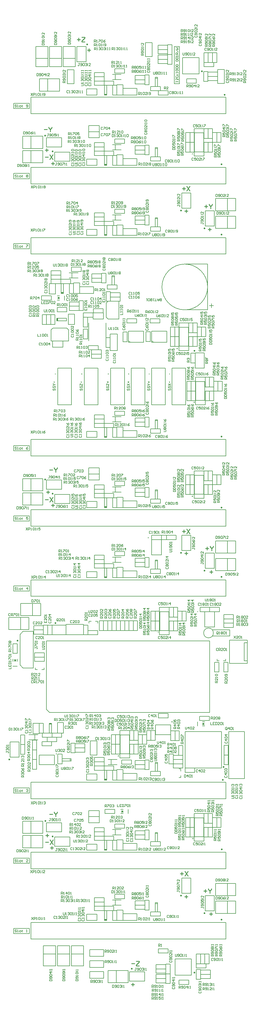
<source format=gto>
G04*
G04 #@! TF.GenerationSoftware,Altium Limited,Altium Designer,22.4.2 (48)*
G04*
G04 Layer_Color=65535*
%FSAX44Y44*%
%MOMM*%
G71*
G04*
G04 #@! TF.SameCoordinates,DBCC749B-C238-474B-BC69-C92A193A0D89*
G04*
G04*
G04 #@! TF.FilePolarity,Positive*
G04*
G01*
G75*
%ADD10C,0.2000*%
%ADD11C,0.1530*%
%ADD12C,0.2540*%
%ADD13C,0.1500*%
%ADD14R,0.8000X0.4000*%
%ADD15R,0.4000X0.8000*%
G36*
X00388000Y00651000D02*
Y00645000D01*
X00389000D01*
X00392000Y00648000D01*
X00388000Y00651000D01*
D02*
G37*
G36*
X00658000Y00932000D02*
Y00938000D01*
X00657000Y00938000D01*
X00654000Y00935000D01*
X00658000Y00932000D01*
D02*
G37*
G36*
X00041000Y01145000D02*
X00035000Y01145000D01*
X00035000Y01144000D01*
X00038000Y01141000D01*
X00041000Y01145000D01*
D02*
G37*
G36*
X00179000Y02334000D02*
Y02328000D01*
X00180000D01*
X00183000Y02331000D01*
X00179000Y02334000D01*
D02*
G37*
D10*
X00689031Y01233000D02*
G03*
X00689031Y01233000I-00016031J00000000D01*
G01*
X00670000Y02367000D02*
G03*
X00670000Y02367000I-00075000J00000000D01*
G01*
X00686000Y01243000D02*
X00743000D01*
Y01223000D02*
Y01243000D01*
X00686000Y01223000D02*
X00743000D01*
X00054000Y01128000D02*
Y01228000D01*
Y01128000D02*
X00064000Y01118000D01*
X00098000D01*
X00054000Y01228000D02*
X00064000Y01238000D01*
X00098000D01*
Y01118000D02*
Y01238000D01*
X00595000Y02292000D02*
X00670000D01*
X00598000Y02442000D02*
X00670000D01*
Y02292000D02*
Y02442000D01*
X00357500Y00340500D02*
X00386500D01*
X00357500Y00357500D02*
X00386500D01*
X00367000Y00340500D02*
Y00357500D01*
X00357500Y01464500D02*
X00386500D01*
X00357500Y01481500D02*
X00386500D01*
X00367000Y01464500D02*
Y01481500D01*
X00357500Y03046500D02*
X00386500D01*
X00357500Y03063500D02*
X00386500D01*
X00367000Y03046500D02*
Y03063500D01*
X00357500Y02816500D02*
X00386500D01*
X00357500Y02833500D02*
X00386500D01*
X00367000Y02816500D02*
Y02833500D01*
X00357500Y02586500D02*
X00386500D01*
X00357500Y02603500D02*
X00386500D01*
X00367000Y02586500D02*
Y02603500D01*
X00033000Y00725000D02*
X00085000D01*
X00033000Y00708000D02*
Y00725000D01*
X00085000Y00708000D02*
Y00725000D01*
X00033000Y00708000D02*
X00085000D01*
X00033000Y00478000D02*
X00085000D01*
Y00495000D01*
X00033000Y00478000D02*
Y00495000D01*
X00085000D01*
X00033000Y00248000D02*
X00085000D01*
Y00265000D01*
X00033000Y00248000D02*
Y00265000D01*
X00085000D01*
X00033000Y01847000D02*
X00085000D01*
X00033000Y01830000D02*
Y01847000D01*
X00085000Y01830000D02*
Y01847000D01*
X00033000Y01830000D02*
X00085000D01*
X00033000Y01600000D02*
X00085000D01*
Y01617000D01*
X00033000Y01600000D02*
Y01617000D01*
X00085000D01*
X00033000Y01370000D02*
X00085000D01*
Y01387000D01*
X00033000Y01370000D02*
Y01387000D01*
X00085000D01*
X00033000Y02509000D02*
X00085000D01*
X00033000Y02492000D02*
Y02509000D01*
X00085000Y02492000D02*
Y02509000D01*
X00033000Y02492000D02*
X00085000D01*
X00033000Y02739000D02*
X00085000D01*
X00033000Y02722000D02*
Y02739000D01*
X00085000Y02722000D02*
Y02739000D01*
X00033000Y02722000D02*
X00085000D01*
X00033000Y02952000D02*
X00085000D01*
Y02969000D01*
X00033000Y02952000D02*
Y02969000D01*
X00085000D01*
X00140950Y00982550D02*
X00150700Y00972800D01*
X00140950Y00982550D02*
Y01207000D01*
X00677000Y00972800D02*
Y01207000D01*
X00150700Y00972800D02*
X00677000Y00972800D01*
X00140950Y01207000D02*
X00677000Y01207000D01*
X00561000Y03033000D02*
Y03155000D01*
X00578000Y03033000D02*
Y03155000D01*
X00561000D02*
X00578000D01*
X00561000Y03033000D02*
X00578000D01*
X00200000Y02324000D02*
Y02338000D01*
X00791000Y00756000D02*
Y00910000D01*
X00739000D02*
X00791000D01*
X00739000Y00756000D02*
Y00910000D01*
Y00756000D02*
X00791000D01*
X00031000Y01124000D02*
X00045000D01*
X00215500Y02396500D02*
X00244500D01*
X00215500Y02413500D02*
X00244500D01*
X00225000Y02396500D02*
Y02413500D01*
X00790000Y01141400D02*
X00800000D01*
X00790000D02*
Y01201400D01*
X00800000D01*
X00742000Y01209200D02*
X00800000D01*
Y01133200D02*
Y01209200D01*
X00742000Y01133200D02*
X00800000D01*
X00742000D02*
Y01209200D01*
X00409000Y00641000D02*
Y00655000D01*
X00357500Y00571500D02*
X00386500D01*
X00357500Y00588500D02*
X00386500D01*
X00367000Y00571500D02*
Y00588500D01*
X00343500Y00801500D02*
X00372500D01*
X00343500Y00818500D02*
X00372500D01*
X00353000Y00801500D02*
Y00818500D01*
X00083500Y00899500D02*
X00112500D01*
X00083500Y00882500D02*
X00112500D01*
X00103000Y00882500D02*
Y00899500D01*
X00357500Y01694500D02*
X00386500D01*
X00357500Y01711500D02*
X00386500D01*
X00367000Y01694500D02*
Y01711500D01*
X00357500Y01924500D02*
X00386500D01*
X00357500Y01941500D02*
X00386500D01*
X00367000Y01924500D02*
Y01941500D01*
X00637000Y00942000D02*
X00637000Y00928000D01*
D11*
X00629000Y02101000D02*
Y02151000D01*
X00659000D01*
Y02101000D02*
Y02151000D01*
X00629000Y02101000D02*
X00659000D01*
X00585000Y00430000D02*
X00615000D01*
Y00380000D02*
Y00430000D01*
X00585000Y00380000D02*
X00615000D01*
X00585000D02*
Y00430000D01*
X00218000Y02779000D02*
Y02809000D01*
X00168000Y02779000D02*
X00218000D01*
X00168000D02*
Y02809000D01*
X00218000D01*
X00585000Y01553000D02*
X00615000D01*
Y01503000D02*
Y01553000D01*
X00585000Y01503000D02*
X00615000D01*
X00585000D02*
Y01553000D01*
X00218000Y01657000D02*
Y01687000D01*
X00168000Y01657000D02*
X00218000D01*
X00168000D02*
Y01687000D01*
X00218000D01*
X00662000Y00372000D02*
X00692000D01*
Y00322000D02*
Y00372000D01*
X00662000Y00322000D02*
X00692000D01*
X00662000D02*
Y00372000D01*
X00191000Y02826000D02*
Y02856000D01*
X00141000Y02826000D02*
X00191000D01*
X00141000D02*
Y02856000D01*
X00191000D01*
X00662000Y01495000D02*
X00692000D01*
Y01445000D02*
Y01495000D01*
X00662000Y01445000D02*
X00692000D01*
X00662000D02*
Y01495000D01*
X00191000Y01704000D02*
Y01734000D01*
X00141000Y01704000D02*
X00191000D01*
X00141000D02*
Y01734000D01*
X00191000D01*
X00241000Y03105000D02*
X00271000D01*
X00241000D02*
Y03155000D01*
X00271000D01*
Y03105000D02*
Y03155000D01*
X00463000Y00092000D02*
Y00122000D01*
X00413000Y00092000D02*
X00463000D01*
X00413000D02*
Y00122000D01*
X00463000D01*
X00585000Y02675000D02*
X00615000D01*
Y02625000D02*
Y02675000D01*
X00585000Y02625000D02*
X00615000D01*
X00585000D02*
Y02675000D01*
X00218000Y00534000D02*
Y00564000D01*
X00168000Y00534000D02*
X00218000D01*
X00168000D02*
Y00564000D01*
X00218000D01*
X00662000Y02617000D02*
X00692000D01*
Y02567000D02*
Y02617000D01*
X00662000Y02567000D02*
X00692000D01*
X00662000D02*
Y02617000D01*
X00191000Y00581000D02*
Y00611000D01*
X00141000Y00581000D02*
X00191000D01*
X00141000D02*
Y00611000D01*
X00191000D01*
X00020998Y00875999D02*
X00050998D01*
Y00825999D02*
Y00875999D01*
X00020998Y00825999D02*
X00050998D01*
X00020998D02*
Y00875999D01*
X00677000Y01317000D02*
X00709000D01*
Y01303000D02*
Y01317000D01*
X00677000Y01303000D02*
X00709000D01*
X00677000D02*
Y01317000D01*
X00508000Y02996000D02*
X00540000D01*
X00508000D02*
Y03010000D01*
X00540000D01*
Y02996000D02*
Y03010000D01*
X00612000Y01719000D02*
X00626000D01*
X00612000Y01687000D02*
Y01719000D01*
Y01687000D02*
X00626000D01*
Y01719000D01*
X00616000Y02026000D02*
X00630000D01*
Y02058000D01*
X00616000D02*
X00630000D01*
X00616000Y02026000D02*
Y02058000D01*
X00672000Y02809000D02*
X00686000D01*
Y02841000D01*
X00672000D02*
X00686000D01*
X00672000Y02809000D02*
Y02841000D01*
X00658000D02*
X00672000D01*
X00658000Y02809000D02*
Y02841000D01*
Y02809000D02*
X00672000D01*
Y02841000D01*
X00700000Y02873000D02*
X00714000D01*
X00700000Y02841000D02*
Y02873000D01*
Y02841000D02*
X00714000D01*
Y02873000D01*
X00686000Y02841000D02*
X00700000D01*
Y02873000D01*
X00686000D02*
X00700000D01*
X00686000Y02841000D02*
Y02873000D01*
X00612000Y02841000D02*
X00626000D01*
X00612000Y02809000D02*
Y02841000D01*
Y02809000D02*
X00626000D01*
Y02841000D01*
X00612000Y02841000D02*
X00626000Y02841000D01*
Y02873000D01*
X00612000Y02873000D02*
X00626000Y02873000D01*
X00612000Y02841000D02*
Y02873000D01*
X00676000Y01994000D02*
X00690000D01*
Y02026000D01*
X00676000D02*
X00690000D01*
X00676000Y01994000D02*
Y02026000D01*
X00662000Y02026000D02*
X00676000D01*
X00662000Y01994000D02*
Y02026000D01*
Y01994000D02*
X00676000D01*
Y02026000D01*
X00263000Y00142000D02*
Y00208000D01*
X00223000Y00142000D02*
Y00208000D01*
X00263000D01*
X00223000Y00142000D02*
X00263000D01*
X00223000Y00181000D02*
X00263000D01*
X00217000Y00142000D02*
Y00208000D01*
X00177000Y00142000D02*
Y00208000D01*
X00217000D01*
X00177000Y00142000D02*
X00217000D01*
X00177000Y00181000D02*
X00217000D01*
X00106000Y03089000D02*
Y03155000D01*
X00146000Y03089000D02*
Y03155000D01*
X00106000Y03089000D02*
X00146000D01*
X00106000Y03155000D02*
X00146000D01*
X00106000Y03116000D02*
X00146000D01*
X00151000Y03089000D02*
Y03155000D01*
X00191000Y03089000D02*
Y03155000D01*
X00151000Y03089000D02*
X00191000D01*
X00151000Y03155000D02*
X00191000D01*
X00151000Y03116000D02*
X00191000D01*
X00209000Y03033000D02*
X00209000Y03079000D01*
X00231000D01*
X00231000Y03033000D01*
X00209000D02*
X00231000D01*
X00589000Y00804000D02*
Y00818000D01*
X00557000D02*
X00589000D01*
X00557000Y00804000D02*
Y00818000D01*
Y00804000D02*
X00589000D01*
X00589000Y00832000D02*
Y00864000D01*
X00575000Y00832000D02*
X00589000Y00832000D01*
X00575000Y00832000D02*
Y00864000D01*
X00589000Y00864000D01*
X00557000Y00804000D02*
X00589000Y00804000D01*
X00589000Y00790000D02*
X00589000Y00804000D01*
X00557000Y00790000D02*
X00589000D01*
X00557000D02*
Y00804000D01*
X00557000D02*
Y00836000D01*
X00543000Y00804000D02*
X00557000D01*
X00543000D02*
Y00836000D01*
X00557000Y00836000D01*
X00628000Y00776000D02*
Y00790000D01*
X00596000D02*
X00628000D01*
X00596000Y00776000D02*
Y00790000D01*
Y00776000D02*
X00628000Y00776000D01*
X00365000Y00376000D02*
X00397000D01*
Y00362000D02*
Y00376000D01*
X00365000Y00362000D02*
X00397000D01*
X00365000D02*
Y00376000D01*
Y01500000D02*
X00397000D01*
Y01486000D02*
Y01500000D01*
X00365000Y01486000D02*
X00397000D01*
X00365000D02*
Y01500000D01*
X00426000Y01241000D02*
Y01273000D01*
X00412000Y01241000D02*
X00426000D01*
X00412000D02*
Y01273000D01*
X00426000D01*
X00384000Y01241000D02*
Y01273000D01*
X00370000Y01241000D02*
X00384000D01*
X00370000D02*
Y01273000D01*
X00384000D01*
X00356000Y01241000D02*
Y01273000D01*
X00342000Y01241000D02*
X00356000D01*
X00342000D02*
Y01273000D01*
X00356000D01*
X00350999Y02320002D02*
X00350999Y02352002D01*
X00336999D02*
X00350999D01*
X00336999Y02320002D02*
X00350999Y02320002D01*
X00336999Y02320002D02*
Y02352002D01*
X00351000Y02334000D02*
X00383000D01*
X00351000D02*
X00351000Y02348000D01*
X00383000Y02348000D01*
X00383000Y02334000D02*
X00383000Y02348000D01*
X00351000Y02320000D02*
X00383000D01*
X00351000D02*
X00351000Y02334000D01*
X00383000D01*
Y02320000D02*
Y02334000D01*
X00216000Y02318000D02*
X00248000D01*
Y02304000D02*
Y02318000D01*
X00216000Y02304000D02*
X00248000D01*
X00216000D02*
Y02318000D01*
Y02304000D02*
X00248000D01*
Y02290000D02*
Y02304000D01*
X00216000Y02290000D02*
X00248000D01*
X00216000D02*
Y02304000D01*
X00262000Y02290000D02*
Y02322000D01*
X00248000D02*
X00262000D01*
X00248000Y02290000D02*
X00262000D01*
X00248000D02*
Y02322000D01*
X00576000Y00095000D02*
X00608000D01*
Y00081000D02*
Y00095000D01*
X00576000Y00081000D02*
X00608000D01*
X00576000D02*
Y00095000D01*
X00576000Y00787500D02*
X00582000D01*
Y00780000D02*
Y00787500D01*
X00576000Y00759000D02*
X00582000D01*
Y00766000D01*
X00205000Y01227000D02*
Y01261000D01*
X00263000D01*
X00205000Y01227000D02*
X00263000D01*
Y01261000D01*
X00161000Y02190000D02*
X00195000D01*
X00161000Y02170000D02*
Y02190000D01*
Y02170000D02*
X00195000D01*
Y02190000D01*
X00233000Y02244000D02*
Y02278000D01*
X00213000D02*
X00233000D01*
X00213000Y02244000D02*
Y02278000D01*
Y02244000D02*
X00233000D01*
X00533000Y00100000D02*
Y00114000D01*
X00501000D02*
X00533000D01*
X00501000Y00100000D02*
Y00114000D01*
Y00100000D02*
X00533000D01*
Y00132000D02*
Y00146000D01*
X00501000D02*
X00533000D01*
X00501000Y00132000D02*
Y00146000D01*
Y00132000D02*
X00533000D01*
X00533005Y00085998D02*
Y00099998D01*
X00501005D02*
X00533005D01*
X00501005Y00085998D02*
Y00099998D01*
Y00085998D02*
X00533005D01*
Y00117997D02*
Y00131997D01*
X00501005D02*
X00533005D01*
X00501005Y00117997D02*
Y00131997D01*
Y00117997D02*
X00533005D01*
X00533000Y00084000D02*
Y00116000D01*
X00547000D01*
Y00084000D02*
Y00116000D01*
X00533000Y00084000D02*
X00547000D01*
X00533000Y00116000D02*
Y00148000D01*
X00547000D01*
Y00116000D02*
Y00148000D01*
X00533000Y00116000D02*
X00547000D01*
X00563000Y00111000D02*
Y00165000D01*
Y00111000D02*
X00617000D01*
X00563000Y00165000D02*
X00617000D01*
Y00111000D02*
Y00165000D01*
X00647000Y00098000D02*
Y00130000D01*
X00633000Y00098000D02*
X00647000D01*
X00633000D02*
Y00130000D01*
X00647000D01*
X00646995Y00114003D02*
Y00128003D01*
Y00114003D02*
X00678995D01*
Y00128003D01*
X00646995D02*
X00678995D01*
X00647000Y00100000D02*
Y00114000D01*
Y00100000D02*
X00679000D01*
Y00114000D01*
X00647000D02*
X00679000D01*
X00633000Y00135000D02*
X00665000D01*
X00633000D02*
Y00149000D01*
X00665000D01*
Y00135000D02*
Y00149000D01*
X00633000Y00181000D02*
X00647000D01*
X00633000Y00149000D02*
Y00181000D01*
Y00149000D02*
X00647000D01*
Y00181000D01*
X00647000Y00181000D02*
X00661000D01*
X00647000Y00149000D02*
Y00181000D01*
Y00149000D02*
X00661000D01*
Y00181000D01*
X00661000Y00181000D02*
X00675000D01*
X00661000Y00149000D02*
Y00181000D01*
Y00149000D02*
X00675000D01*
Y00181000D01*
X00056000Y00867000D02*
X00070000D01*
Y00899000D01*
X00056000D02*
X00070000D01*
X00056000Y00867000D02*
Y00899000D01*
X00302000Y01271000D02*
X00309000D01*
Y01265000D02*
Y01271000D01*
X00280500D02*
X00288000D01*
X00280500Y01265000D02*
Y01271000D01*
X00548000Y02204000D02*
X00562000D01*
X00548000Y02172000D02*
Y02204000D01*
Y02172000D02*
X00562000D01*
Y02204000D01*
X00280000Y02876000D02*
X00314000D01*
Y02896000D01*
X00280000D02*
X00314000D01*
X00280000Y02876000D02*
Y02896000D01*
Y01754000D02*
X00314000D01*
Y01774000D01*
X00280000D02*
X00314000D01*
X00280000Y01754000D02*
Y01774000D01*
Y00631000D02*
X00314000D01*
Y00651000D01*
X00280000D02*
X00314000D01*
X00280000Y00631000D02*
Y00651000D01*
X00350000Y02169000D02*
Y02201000D01*
X00336000Y02169000D02*
X00350000D01*
X00336000D02*
Y02201000D01*
X00350000D01*
X00379000Y02262000D02*
Y02320000D01*
X00343000Y02262000D02*
X00379000D01*
X00337000Y02268000D02*
X00343000Y02262000D01*
X00337000Y02309000D02*
Y02314000D01*
X00343000Y02320000D02*
X00379000D01*
X00337000Y02314000D02*
X00343000Y02320000D01*
X00337000Y02268000D02*
Y02309000D01*
X00162000Y02232000D02*
X00203000D01*
X00208000D02*
X00214000Y02226000D01*
Y02190000D02*
Y02226000D01*
X00203000Y02232000D02*
X00208000D01*
X00156000Y02226000D02*
X00162000Y02232000D01*
X00156000Y02190000D02*
Y02226000D01*
Y02190000D02*
X00214000D01*
X00157000Y02324000D02*
Y02338000D01*
X00125000D02*
X00157000D01*
X00125000Y02324000D02*
Y02338000D01*
Y02324000D02*
X00157000D01*
X00134000Y01140000D02*
X00134000Y01154000D01*
X00102000D02*
X00134000D01*
X00102000D02*
X00102000Y01140000D01*
X00134000D01*
Y01168000D02*
X00134000Y01154000D01*
X00102000Y01168000D02*
X00134000D01*
X00102000D02*
X00102000Y01154000D01*
X00134000Y01154000D01*
X00104500Y01113000D02*
X00111500D01*
X00104500D02*
Y01119000D01*
X00125500Y01113000D02*
X00133000D01*
Y01119000D01*
X00176000Y02338000D02*
X00184000D01*
X00176000Y02324000D02*
X00184000D01*
X00183000Y02328000D02*
Y02334000D01*
X00179000Y02328000D02*
X00183000Y02331000D01*
X00179000Y02328000D02*
Y02334000D01*
X00183000Y02331000D01*
X00235000Y00856000D02*
Y00870000D01*
Y00856000D02*
X00267000D01*
Y00870000D01*
X00235000D02*
X00267000D01*
X00235000Y00842000D02*
Y00856000D01*
Y00842000D02*
X00267000D01*
X00267000Y00856000D02*
X00267000Y00842000D01*
X00235000Y00856000D02*
X00267000Y00856000D01*
X00235000Y00840000D02*
Y00872000D01*
X00221000Y00840000D02*
X00235000D01*
X00221000D02*
Y00872000D01*
X00235000D01*
X00222000Y00813000D02*
Y00821000D01*
X00192000Y00813000D02*
X00222000D01*
X00192000D02*
Y00821000D01*
X00222000D01*
X00219000Y00813000D02*
Y00821000D01*
X00178000Y00804000D02*
X00192000Y00804000D01*
Y00836000D01*
X00178000D02*
X00192000D01*
X00178000Y00804000D02*
X00178000Y00836000D01*
X00549000Y00900000D02*
Y00932000D01*
X00499000Y00900000D02*
Y00932000D01*
X00549000D01*
X00499000Y00900000D02*
X00549000D01*
X00596000Y00790000D02*
X00716000Y00790000D01*
Y00910000D01*
X00596000D02*
X00716000D01*
X00596000Y00790000D02*
Y00910000D01*
X00484000Y00913000D02*
X00498000Y00913000D01*
X00484000Y00881000D02*
Y00913000D01*
Y00881000D02*
X00498000Y00881000D01*
X00498000Y00913000D02*
X00498000Y00881000D01*
X00470000D02*
X00484000D01*
Y00913000D01*
X00470000Y00913000D02*
X00484000Y00913000D01*
X00470000Y00913000D02*
X00470000Y00881000D01*
X00549000Y00912000D02*
X00563000Y00912000D01*
X00549000Y00880000D02*
Y00912000D01*
Y00880000D02*
X00563000Y00880000D01*
Y00912000D01*
X00563000Y00880000D02*
X00577000Y00880000D01*
Y00912000D01*
X00563000Y00912000D02*
X00577000Y00912000D01*
X00563000Y00880000D02*
Y00912000D01*
X00589000Y00818000D02*
Y00832000D01*
X00557000D02*
X00589000D01*
X00557000Y00818000D02*
Y00832000D01*
Y00818000D02*
X00589000D01*
X00724000Y00833000D02*
X00738000Y00833000D01*
Y00865000D01*
X00724000Y00865000D02*
X00738000Y00865000D01*
X00724000Y00865000D02*
X00724000Y00833000D01*
X00724000Y00833000D02*
X00738000Y00833000D01*
X00724000Y00833000D02*
X00724000Y00801000D01*
X00738000D01*
Y00833000D01*
X00508000Y00955000D02*
X00540000D01*
X00508000D02*
Y00969000D01*
X00540000D01*
Y00955000D02*
Y00969000D01*
X00095000Y00882000D02*
X00095000Y00850000D01*
X00095000Y00882000D02*
X00109000Y00882000D01*
X00109000Y00850000D01*
X00095000Y00850000D02*
X00109000Y00850000D01*
X00126000Y00863000D02*
X00126000Y00877000D01*
X00126000Y00863000D02*
X00158000Y00863000D01*
X00158000Y00877000D01*
X00126000Y00877000D02*
X00158000Y00877000D01*
X00095000Y00850000D02*
X00095000Y00818000D01*
X00095000Y00850000D02*
X00109000Y00850000D01*
Y00818000D02*
Y00850000D01*
X00095000Y00818000D02*
X00109000Y00818000D01*
X00117000Y00801000D02*
X00167000Y00801000D01*
X00117000Y00833000D02*
X00167000Y00833000D01*
X00117000Y00833000D02*
X00117000Y00801000D01*
X00167000Y00833000D02*
X00167000Y00801000D01*
X00095000Y00818000D02*
X00109000D01*
X00095000Y00786000D02*
Y00818000D01*
Y00786000D02*
X00109000D01*
Y00818000D01*
X00045000Y01140000D02*
X00045000Y01148000D01*
X00031000D02*
X00031000Y01140000D01*
X00035000Y01141000D02*
X00041000D01*
X00035000Y01145000D02*
X00038000Y01141000D01*
X00035000Y01145000D02*
X00041000Y01145000D01*
X00038000Y01141000D02*
X00041000Y01145000D01*
X00099000Y01257000D02*
X00131000D01*
X00131000Y01243000D01*
X00099000Y01243000D02*
X00131000Y01243000D01*
X00099000Y01257000D02*
X00099000Y01243000D01*
X00145000Y01259000D02*
X00145000Y01227000D01*
X00131000Y01259000D02*
X00145000Y01259000D01*
X00131000Y01227000D02*
X00145000Y01227000D01*
X00131000Y01227000D02*
X00131000Y01259000D01*
X00145000Y01227000D02*
Y01259000D01*
X00159000Y01259000D01*
X00159000Y01227000D01*
X00145000D02*
X00159000D01*
X00159000Y01227000D02*
X00159000Y01259000D01*
X00159000Y01227000D02*
X00205000Y01227000D01*
X00159000Y01259000D02*
X00205000D01*
Y01227000D02*
Y01259000D01*
X00099000Y01243000D02*
X00131000D01*
Y01229000D02*
Y01243000D01*
X00099000Y01229000D02*
X00131000Y01229000D01*
X00099000Y01229000D02*
Y01243000D01*
X00263000Y01259000D02*
X00277000Y01259000D01*
X00263000Y01227000D02*
Y01259000D01*
Y01227000D02*
X00277000D01*
Y01259000D01*
Y01227000D02*
X00309000D01*
X00277000D02*
Y01241000D01*
X00309000D01*
Y01227000D02*
Y01241000D01*
X00314001Y01240997D02*
X00328001Y01240997D01*
Y01272997D01*
X00314001D02*
X00328001D01*
X00314001Y01240997D02*
Y01272997D01*
X00328000Y01273000D02*
X00342000Y01273000D01*
X00328000Y01241000D02*
X00328000Y01273000D01*
X00328000Y01241000D02*
X00342000Y01241000D01*
Y01273000D01*
X00355999Y01273002D02*
X00369999Y01273002D01*
X00355999Y01241002D02*
Y01273002D01*
Y01241002D02*
X00369999D01*
Y01273002D01*
X00384000Y01241000D02*
X00398000D01*
Y01273000D01*
X00384000D02*
X00398000D01*
X00384000Y01241000D02*
Y01273000D01*
X00426000D02*
X00440000Y01273000D01*
X00426000Y01241000D02*
Y01273000D01*
Y01241000D02*
X00440000D01*
X00440000Y01273000D01*
X00031000Y01166000D02*
Y01198000D01*
X00045000Y01198000D01*
Y01166000D02*
Y01198000D01*
X00031000Y01166000D02*
X00045000Y01166000D01*
X00327000Y02282000D02*
Y02296000D01*
X00295000D02*
X00327000D01*
X00295000Y02282000D02*
Y02296000D01*
Y02282000D02*
X00327000D01*
X00350000Y02213000D02*
X00374000D01*
Y02159000D02*
Y02213000D01*
X00350000Y02159000D02*
Y02213000D01*
Y02159000D02*
X00374000D01*
X00280000Y02191000D02*
Y02249000D01*
X00336000Y02191000D02*
Y02249000D01*
X00289000Y02161000D02*
X00289000Y02147000D01*
X00321000D01*
Y02161000D01*
X00289000D02*
X00321000D01*
X00279000Y02161000D02*
Y02175000D01*
Y02161000D02*
X00311000D01*
Y02175000D01*
X00279000D02*
X00311000D01*
X00331000Y02996000D02*
Y03028000D01*
Y02996000D02*
X00339000D01*
X00331000Y03028000D02*
X00339000D01*
Y02996000D02*
Y03028000D01*
X00331000Y02766000D02*
Y02798000D01*
Y02766000D02*
X00339000D01*
X00331000Y02798000D02*
X00339000D01*
Y02766000D02*
Y02798000D01*
X00331000Y02536000D02*
Y02568000D01*
Y02536000D02*
X00339000D01*
X00331000Y02568000D02*
X00339000D01*
Y02536000D02*
Y02568000D01*
X00189000Y02346000D02*
Y02378000D01*
Y02346000D02*
X00197000D01*
X00189000Y02378000D02*
X00197000D01*
Y02346000D02*
Y02378000D01*
X00158000Y00905000D02*
Y00937000D01*
X00150000D02*
X00158000D01*
X00150000Y00905000D02*
X00158000D01*
X00150000D02*
Y00937000D01*
X00331000Y01874000D02*
Y01906000D01*
Y01874000D02*
X00339000D01*
X00331000Y01906000D02*
X00339000D01*
Y01874000D02*
Y01906000D01*
X00331000Y01644000D02*
Y01676000D01*
Y01644000D02*
X00339000D01*
X00331000Y01676000D02*
X00339000D01*
Y01644000D02*
Y01676000D01*
X00331000Y01414000D02*
Y01446000D01*
Y01414000D02*
X00339000D01*
X00331000Y01446000D02*
X00339000D01*
Y01414000D02*
Y01446000D01*
X00331000Y00751000D02*
Y00783000D01*
Y00751000D02*
X00339000D01*
X00331000Y00783000D02*
X00339000D01*
Y00751000D02*
Y00783000D01*
X00331000Y00521000D02*
Y00553000D01*
Y00521000D02*
X00339000D01*
X00331000Y00553000D02*
X00339000D01*
Y00521000D02*
Y00553000D01*
X00331000Y00291000D02*
Y00323000D01*
Y00291000D02*
X00339000D01*
X00331000Y00323000D02*
X00339000D01*
Y00291000D02*
Y00323000D01*
X00175000Y02264000D02*
X00207000D01*
X00175000Y02256000D02*
Y02264000D01*
X00207000Y02256000D02*
Y02264000D01*
X00175000Y02256000D02*
X00207000D01*
X00090000Y00576000D02*
Y00616000D01*
X00129000Y00576000D02*
Y00616000D01*
X00063000D02*
X00063000Y00576000D01*
X00129000Y00576000D01*
X00063000Y00616000D02*
X00129000D01*
X00090000Y00529000D02*
Y00569000D01*
X00129000Y00529000D02*
X00129000Y00569000D01*
X00063000Y00529000D02*
Y00569000D01*
Y00529000D02*
X00129000D01*
X00063000Y00569000D02*
X00129000Y00569000D01*
X00730000Y00460000D02*
Y00514000D01*
X00090000Y00460000D02*
X00730000D01*
X00090000D02*
Y00514000D01*
X00730000D01*
X00090000Y01699000D02*
Y01739000D01*
X00129000Y01699000D02*
Y01739000D01*
X00063000Y01699000D02*
Y01739000D01*
Y01699000D02*
X00129000D01*
X00063000Y01739000D02*
X00129000D01*
X00090000Y01652000D02*
Y01692000D01*
X00129000Y01652000D02*
Y01692000D01*
X00063000Y01652000D02*
Y01692000D01*
Y01652000D02*
X00129000D01*
X00063000Y01692000D02*
X00129000D01*
X00730000Y01583000D02*
Y01637000D01*
X00090000Y01583000D02*
X00730000D01*
X00090000D02*
Y01637000D01*
X00730000D01*
X00090000Y02821000D02*
Y02861000D01*
X00129000Y02821000D02*
Y02861000D01*
X00063000Y02821000D02*
Y02861000D01*
Y02821000D02*
X00129000D01*
X00063000Y02861000D02*
X00129000D01*
X00090000Y02774000D02*
Y02814000D01*
X00129000Y02774000D02*
Y02814000D01*
X00063000Y02774000D02*
Y02814000D01*
Y02774000D02*
X00129000D01*
X00063000Y02814000D02*
X00129000D01*
X00730000Y02705000D02*
Y02759000D01*
X00090000Y02705000D02*
X00730000D01*
X00090000D02*
Y02759000D01*
X00730000D01*
X00370000Y00087000D02*
Y00127000D01*
X00409000Y00087000D02*
Y00127000D01*
X00343000Y00087000D02*
Y00127000D01*
Y00087000D02*
X00409000D01*
X00343000Y00127000D02*
X00409000D01*
X00283000Y00195000D02*
X00329000D01*
Y00173000D02*
Y00195000D01*
X00283000Y00173000D02*
X00329000D01*
X00283000D02*
Y00195000D01*
X00283000Y00159000D02*
X00329000D01*
Y00137000D02*
Y00159000D01*
X00283000Y00137000D02*
X00329000D01*
X00283000D02*
Y00159000D01*
Y00123000D02*
X00329000D01*
Y00101000D02*
Y00123000D01*
X00283000Y00101000D02*
X00329000D01*
X00283000D02*
Y00123000D01*
X00196000Y03116000D02*
X00236000D01*
X00196000Y03155000D02*
X00236000D01*
X00196000Y03089000D02*
X00236000D01*
Y03155000D01*
X00196000Y03089000D02*
Y03155000D01*
X00145000Y03009000D02*
Y03049000D01*
X00184000Y03009000D02*
Y03049000D01*
X00118000Y03009000D02*
Y03049000D01*
Y03009000D02*
X00184000D01*
X00118000Y03049000D02*
X00184000D01*
X00730000Y02935000D02*
Y02989000D01*
X00090000Y02935000D02*
X00730000D01*
X00090000D02*
Y02989000D01*
X00730000D01*
X00686000Y03135000D02*
X00700000Y03135000D01*
X00686000Y03103000D02*
Y03135000D01*
Y03103000D02*
X00700000Y03103000D01*
Y03135000D01*
X00686000Y03103000D02*
Y03135000D01*
X00672000Y03103000D02*
X00686000Y03103000D01*
X00672000Y03103000D02*
Y03135000D01*
X00686000Y03135000D01*
X00672000Y03103000D02*
Y03135000D01*
X00658000Y03103000D02*
X00672000D01*
X00658000D02*
Y03135000D01*
X00672000D01*
X00658000Y03089000D02*
X00690000D01*
X00658000Y03103000D02*
X00658000Y03089000D01*
X00658000Y03103000D02*
X00690000D01*
X00690000Y03089000D02*
X00690000Y03103000D01*
X00671000Y03057000D02*
X00703000Y03057000D01*
Y03043000D02*
Y03057000D01*
X00671000Y03043000D02*
X00703000D01*
X00671000D02*
Y03057000D01*
X00670995Y03071003D02*
X00702995D01*
X00702995Y03057003D01*
X00670995Y03057003D02*
X00702995Y03057003D01*
X00670995Y03057003D02*
X00670995Y03071003D01*
X00671000Y03041000D02*
Y03073000D01*
X00657000Y03041000D02*
X00671000Y03041000D01*
X00657000Y03041000D02*
Y03073000D01*
X00671000Y03073000D01*
X00703000Y03080000D02*
X00725000D01*
X00703000Y03034000D02*
Y03080000D01*
Y03034000D02*
X00725000Y03034000D01*
X00725000Y03080000D02*
X00725000Y03034000D01*
X00601000Y03049000D02*
X00633000D01*
X00633000Y03035000D01*
X00601000Y03035000D02*
X00633000Y03035000D01*
X00601000Y03049000D02*
X00601000Y03035000D01*
X00539005Y03112998D02*
X00539005Y03098998D01*
X00507005Y03112998D02*
X00539005D01*
X00507005Y03098998D02*
Y03112998D01*
Y03098998D02*
X00539005D01*
X00539000Y03113000D02*
Y03127000D01*
X00507000D02*
X00539000D01*
X00507000Y03113000D02*
X00507000Y03127000D01*
X00507000Y03113000D02*
X00539000D01*
X00539005Y03130997D02*
Y03144997D01*
X00507005D02*
X00539005D01*
X00507005Y03130997D02*
Y03144997D01*
Y03130997D02*
X00539005D01*
X00539000Y03145000D02*
X00539000Y03159000D01*
X00507000D02*
X00539000D01*
X00507000D02*
X00507000Y03145000D01*
X00539000D01*
X00539000Y03097000D02*
Y03129000D01*
X00553000D01*
Y03097000D02*
Y03129000D01*
X00539000Y03097000D02*
X00553000D01*
X00539000Y03129000D02*
Y03161000D01*
X00553000Y03161000D01*
Y03129000D02*
Y03161000D01*
X00539000Y03129000D02*
X00553000Y03129000D01*
X00466000Y03122000D02*
X00488000D01*
X00488000Y03168000D02*
X00488000Y03122000D01*
X00466000Y03168000D02*
X00488000D01*
X00466000Y03122000D02*
X00466000Y03168000D01*
X00365000Y03082000D02*
X00397000D01*
Y03068000D02*
Y03082000D01*
X00365000Y03068000D02*
X00397000D01*
X00365000D02*
Y03082000D01*
X00298000Y03056000D02*
Y03070000D01*
Y03056000D02*
X00330000D01*
Y03070000D01*
X00298000D02*
X00330000D01*
X00298000Y03042000D02*
Y03056000D01*
Y03042000D02*
X00330000D01*
Y03056000D01*
X00298000D02*
X00330000D01*
X00365000Y02852000D02*
X00397000D01*
Y02838000D02*
Y02852000D01*
X00365000Y02838000D02*
X00397000D01*
X00365000D02*
Y02852000D01*
X00280000Y02876000D02*
X00280000Y02856000D01*
X00280000Y02876000D02*
X00314000D01*
Y02856000D02*
Y02876000D01*
X00280000Y02856000D02*
X00314000Y02856000D01*
X00298000Y02826000D02*
Y02840000D01*
Y02826000D02*
X00330000D01*
Y02840000D01*
X00298000D02*
X00330000D01*
X00298000Y02826000D02*
X00330000D01*
Y02812000D02*
Y02826000D01*
X00298000Y02812000D02*
X00330000D01*
X00298000D02*
Y02826000D01*
X00735000Y02617000D02*
Y02657000D01*
X00696000Y02617000D02*
Y02657000D01*
X00762000Y02617000D02*
Y02657000D01*
X00696000D02*
X00762000D01*
X00696000Y02617000D02*
X00762000D01*
X00735000Y02559000D02*
Y02599000D01*
X00696000Y02559000D02*
Y02599000D01*
X00762000Y02559000D02*
Y02599000D01*
X00696000D02*
X00762000D01*
X00696000Y02559000D02*
X00762000D01*
X00365000Y02622000D02*
X00397000D01*
Y02608000D02*
Y02622000D01*
X00365000Y02608000D02*
X00397000D01*
X00365000D02*
Y02622000D01*
X00298000Y02596000D02*
Y02610000D01*
Y02596000D02*
X00330000D01*
Y02610000D01*
X00298000D02*
X00330000D01*
X00298000Y02582000D02*
Y02596000D01*
Y02582000D02*
X00330000D01*
Y02596000D01*
X00298000D02*
X00330000D01*
X00567000Y01539000D02*
Y01553000D01*
X00535000D02*
X00567000D01*
X00535000Y01539000D02*
Y01553000D01*
Y01539000D02*
X00567000D01*
X00518500D02*
Y01553000D01*
Y01539000D02*
X00535000D01*
X00518500Y01553000D02*
X00535000D01*
X00486000Y01539000D02*
Y01553000D01*
Y01539000D02*
X00518000D01*
Y01553000D01*
X00486000D02*
X00518000D01*
X00485998Y01538999D02*
X00517998D01*
X00485998Y01488999D02*
X00517998D01*
X00485998D02*
Y01538999D01*
X00517998Y01488999D02*
Y01538999D01*
X00141000Y02276000D02*
X00155000D01*
X00141000Y02244000D02*
Y02276000D01*
Y02244000D02*
X00155000D01*
Y02276000D01*
Y02244000D02*
X00169000Y02244000D01*
Y02276000D01*
X00155000Y02276000D02*
X00169000Y02276000D01*
X00155000Y02244000D02*
Y02276000D01*
X00127000Y02276000D02*
X00141000D01*
X00127000Y02244000D02*
Y02276000D01*
Y02244000D02*
X00141000D01*
Y02276000D01*
X00289000Y02147000D02*
X00321000D01*
Y02133000D02*
Y02147000D01*
X00289000Y02133000D02*
X00321000D01*
X00289000D02*
Y02147000D01*
X00176000Y02286000D02*
Y02300000D01*
Y02286000D02*
X00208000D01*
Y02300000D01*
X00176000D02*
X00208000D01*
X00262000Y02282000D02*
X00294000D01*
X00294000Y02268000D02*
X00294000Y02282000D01*
X00262000Y02268000D02*
X00294000D01*
X00262000Y02282000D02*
X00262000Y02268000D01*
X00262000Y02236000D02*
Y02268000D01*
X00276000D01*
Y02236000D02*
Y02268000D01*
X00262000Y02236000D02*
X00276000D01*
X00250000Y02346000D02*
Y02368000D01*
Y02346000D02*
X00296000D01*
Y02368000D01*
X00250000D02*
X00296000D01*
X00223000Y02432000D02*
X00255000D01*
Y02418000D02*
Y02432000D01*
X00223000Y02418000D02*
X00255000D01*
X00223000D02*
Y02432000D01*
X00156000Y02406000D02*
Y02420000D01*
Y02406000D02*
X00188000D01*
Y02420000D01*
X00156000D02*
X00188000D01*
X00156000Y02392000D02*
Y02406000D01*
Y02392000D02*
X00188000D01*
Y02406000D01*
X00156000D02*
X00188000D01*
X00552998Y01981000D02*
Y02101000D01*
Y01981000D02*
X00597998D01*
Y02101000D01*
X00552998D02*
X00597998D01*
X00418999Y01981000D02*
Y02101000D01*
Y01981000D02*
X00463999D01*
Y02101000D01*
X00418999D02*
X00463999D01*
X00178000Y01981000D02*
Y02101000D01*
Y01981000D02*
X00223000D01*
Y02101000D01*
X00178000D02*
X00223000D01*
X00485998Y01981000D02*
Y02101000D01*
Y01981000D02*
X00530998D01*
Y02101000D01*
X00485998D02*
X00530998D01*
X00265000Y01981000D02*
Y02101000D01*
Y01981000D02*
X00310000D01*
Y02101000D01*
X00265000D02*
X00310000D01*
X00351999Y02101000D02*
X00396999D01*
Y01981000D02*
Y02101000D01*
X00351999Y01981000D02*
X00396999D01*
X00351999D02*
Y02101000D01*
X00707000Y01105000D02*
Y01137000D01*
X00693000Y01105000D02*
X00707000Y01105000D01*
X00693000Y01105000D02*
Y01137000D01*
X00707000D01*
X00701000Y01142000D02*
X00708000Y01142000D01*
X00701000Y01142000D02*
X00701000Y01148000D01*
X00722000Y01142000D02*
X00729500D01*
X00729500Y01148000D01*
X00735000Y01437000D02*
Y01477000D01*
X00696000Y01437000D02*
Y01477000D01*
X00762000Y01437000D02*
Y01477000D01*
X00696000D02*
X00762000D01*
X00696000Y01437000D02*
X00762000D01*
X00398000Y01241000D02*
Y01273000D01*
X00412000D01*
Y01241000D02*
Y01273000D01*
X00398000Y01241000D02*
X00412000Y01241000D01*
X00730000Y01353000D02*
Y01407000D01*
X00090000Y01353000D02*
X00730000D01*
X00090000D02*
Y01407000D01*
X00730000D01*
X00095000Y01290000D02*
Y01330000D01*
X00056000Y01290000D02*
Y01330000D01*
X00122000Y01290000D02*
Y01330000D01*
X00056000D02*
X00122000D01*
X00056000Y01290000D02*
X00122000D01*
X00017000Y01244000D02*
X00083000D01*
X00017000Y01284000D02*
X00083000D01*
Y01244000D02*
Y01284000D01*
X00017000Y01244000D02*
Y01284000D01*
X00056000Y01244000D02*
Y01284000D01*
X00735000Y00314000D02*
Y00354000D01*
X00696000Y00314000D02*
Y00354000D01*
X00762000Y00314000D02*
Y00354000D01*
X00696000D02*
X00762000D01*
X00696000Y00314000D02*
X00762000D01*
X00730000Y00230000D02*
Y00284000D01*
X00090000Y00230000D02*
X00730000D01*
X00090000D02*
Y00284000D01*
X00730000D01*
X00131000Y00181000D02*
X00171000D01*
X00131000Y00142000D02*
X00171000D01*
X00131000Y00208000D02*
X00171000D01*
X00131000Y00142000D02*
Y00208000D01*
X00171000Y00142000D02*
Y00208000D01*
X00298000Y00351000D02*
Y00365000D01*
Y00351000D02*
X00330000D01*
Y00365000D01*
X00298000D02*
X00330000D01*
X00298000Y00351000D02*
X00330000D01*
Y00337000D02*
Y00351000D01*
X00298000Y00337000D02*
X00330000D01*
X00298000D02*
Y00351000D01*
X00388000Y00651000D02*
X00392000Y00648000D01*
X00388000Y00645000D02*
Y00651000D01*
Y00645000D02*
X00392000Y00648000D01*
Y00645000D02*
X00392000Y00651000D01*
X00385000Y00641000D02*
X00393000Y00641000D01*
X00385000Y00655000D02*
X00393000Y00655000D01*
X00365000Y00607000D02*
X00397000D01*
Y00593000D02*
Y00607000D01*
X00365000Y00593000D02*
X00397000D01*
X00365000D02*
Y00607000D01*
X00298000Y00581000D02*
Y00595000D01*
Y00581000D02*
X00330000D01*
Y00595000D01*
X00298000D02*
X00330000D01*
X00298000Y00581000D02*
X00330000D01*
Y00567000D02*
Y00581000D01*
X00298000Y00567000D02*
X00330000D01*
X00298000D02*
Y00581000D01*
X00280000Y00611000D02*
X00314000D01*
X00314000Y00631000D01*
X00280000D02*
X00314000D01*
X00280000Y00611000D02*
Y00631000D01*
X00388000Y00803000D02*
X00420000D01*
X00388000D02*
Y00817000D01*
X00420000D01*
Y00803000D02*
Y00817000D01*
X00273000Y00291000D02*
Y00311000D01*
X00307000D01*
Y00291000D02*
Y00311000D01*
X00273000Y00291000D02*
X00307000D01*
X00298000Y01474000D02*
Y01488000D01*
Y01474000D02*
X00330000D01*
Y01488000D01*
X00298000D02*
X00330000D01*
X00298000Y01460000D02*
Y01474000D01*
Y01460000D02*
X00330000D01*
Y01474000D01*
X00298000D02*
X00330000D01*
X00298000Y03028000D02*
Y03042000D01*
Y03028000D02*
X00330000D01*
Y03042000D01*
X00298000D02*
X00330000D01*
X00298000Y02798000D02*
Y02812000D01*
Y02798000D02*
X00330000D01*
Y02812000D01*
X00298000D02*
X00330000D01*
X00298000Y02568000D02*
Y02582000D01*
Y02568000D02*
X00330000D01*
Y02582000D01*
X00298000D02*
X00330000D01*
X00156000Y02378000D02*
Y02392000D01*
Y02378000D02*
X00188000D01*
Y02392000D01*
X00156000D02*
X00188000D01*
X00191000Y00891000D02*
Y00905000D01*
X00159000D02*
X00191000D01*
X00159000Y00891000D02*
Y00905000D01*
Y00891000D02*
X00191000D01*
X00298000Y01906000D02*
Y01920000D01*
Y01906000D02*
X00330000D01*
Y01920000D01*
X00298000D02*
X00330000D01*
X00298000Y01676000D02*
Y01690000D01*
Y01676000D02*
X00330000D01*
Y01690000D01*
X00298000D02*
X00330000D01*
X00298000Y01446000D02*
Y01460000D01*
Y01446000D02*
X00330000D01*
Y01460000D01*
X00298000D02*
X00330000D01*
X00298000Y00783000D02*
Y00797000D01*
Y00783000D02*
X00330000D01*
Y00797000D01*
X00298000D02*
X00330000D01*
X00298000Y00553000D02*
Y00567000D01*
Y00553000D02*
X00330000D01*
Y00567000D01*
X00298000D02*
X00330000D01*
X00298000Y00323000D02*
Y00337000D01*
Y00323000D02*
X00330000D01*
Y00337000D01*
X00298000D02*
X00330000D01*
X00298000Y01690000D02*
Y01704000D01*
Y01690000D02*
X00330000D01*
Y01704000D01*
X00298000D02*
X00330000D01*
X00298000Y01704000D02*
Y01718000D01*
Y01704000D02*
X00330000D01*
Y01718000D01*
X00298000D02*
X00330000D01*
X00365000Y01730000D02*
X00397000D01*
Y01716000D02*
Y01730000D01*
X00365000Y01716000D02*
X00397000D01*
X00365000D02*
Y01730000D01*
X00280000Y01754000D02*
X00280000Y01734000D01*
X00280000Y01754000D02*
X00314000D01*
Y01734000D02*
Y01754000D01*
X00280000Y01734000D02*
X00314000D01*
X00365000Y01960000D02*
X00397000D01*
Y01946000D02*
Y01960000D01*
X00365000Y01946000D02*
X00397000D01*
X00365000D02*
Y01960000D01*
X00298000Y01934000D02*
Y01948000D01*
Y01934000D02*
X00330000D01*
Y01948000D01*
X00298000D02*
X00330000D01*
X00298000Y01934000D02*
X00330000D01*
Y01920000D02*
Y01934000D01*
X00298000Y01920000D02*
X00330000D01*
X00298000D02*
Y01934000D01*
X00615000Y02150000D02*
X00629000D01*
X00615000Y02118000D02*
Y02150000D01*
Y02118000D02*
X00629000D01*
Y02150000D01*
X00513000Y02263000D02*
X00513000Y02249000D01*
X00481000Y02263000D02*
X00513000Y02263000D01*
X00481000Y02263000D02*
X00481000Y02249000D01*
X00513000D01*
X00486000Y02191000D02*
X00492000Y02186000D01*
X00486000Y02186000D02*
X00536000D01*
X00486000D02*
Y02222000D01*
X00536000D01*
Y02186000D02*
Y02222000D01*
X00468000Y02220000D02*
X00468000Y02188000D01*
X00468000Y02220000D02*
X00482000Y02220000D01*
X00482000Y02188000D01*
X00468000Y02188000D02*
X00482000Y02188000D01*
X00410000Y02191000D02*
X00416000Y02186000D01*
X00410000D02*
X00460000D01*
X00410000D02*
Y02222000D01*
X00460000D01*
Y02186000D02*
Y02222000D01*
X00437000Y02249000D02*
Y02263000D01*
X00405000D02*
X00437000D01*
X00405000Y02249000D02*
Y02263000D01*
Y02249000D02*
X00437000D01*
X00262000Y02197000D02*
Y02229000D01*
X00276000Y02229000D01*
Y02197000D02*
Y02229000D01*
X00262000Y02197000D02*
X00276000D01*
X00328000Y02262000D02*
Y02282000D01*
X00294000Y02262000D02*
X00328000D01*
X00294000D02*
Y02282000D01*
X00328000D01*
X00392000Y02187750D02*
Y02219750D01*
X00406000D01*
Y02187750D02*
Y02219750D01*
X00392000Y02187750D02*
X00406000D01*
X00723000Y01279000D02*
Y01293000D01*
Y01279000D02*
X00755000D01*
X00755000Y01293000D02*
X00755000Y01279000D01*
X00723000Y01293000D02*
X00755000D01*
X00723000Y01279000D02*
X00723000Y01265000D01*
X00755000Y01265000D01*
X00755000Y01279000D02*
X00755000Y01265000D01*
X00723000Y01279000D02*
X00755000D01*
X00723000Y01251000D02*
Y01265000D01*
Y01251000D02*
X00755000Y01251000D01*
X00755000Y01265000D02*
X00755000Y01251000D01*
X00723000Y01265000D02*
X00755000Y01265000D01*
X00660997Y01302998D02*
X00692997Y01302998D01*
X00660997Y01252998D02*
X00692997Y01252998D01*
X00660997Y01302998D02*
X00660997Y01252998D01*
X00692997Y01252998D02*
Y01302998D01*
X00677000Y01317000D02*
X00677000Y01303000D01*
X00645000Y01317000D02*
X00677000D01*
X00645000D02*
X00645000Y01303000D01*
X00677000Y01303000D01*
X00696000Y01495000D02*
X00762000D01*
X00696000Y01535000D02*
X00762000D01*
Y01495000D02*
Y01535000D01*
X00696000Y01495000D02*
Y01535000D01*
X00735000Y01495000D02*
Y01535000D01*
X00696000Y00372000D02*
X00762000D01*
X00696000Y00412000D02*
X00762000D01*
Y00372000D02*
Y00412000D01*
X00696000Y00372000D02*
Y00412000D01*
X00735000Y00372000D02*
Y00412000D01*
X00737000Y01137000D02*
X00737000Y01105000D01*
X00723000Y01105000D02*
X00737000Y01105000D01*
X00723000Y01105000D02*
Y01137000D01*
X00737000D01*
X00273000Y02996000D02*
X00307000D01*
Y03016000D01*
X00273000D02*
X00307000D01*
X00273000Y02996000D02*
Y03016000D01*
Y02766000D02*
X00307000D01*
Y02786000D01*
X00273000D02*
X00307000D01*
X00273000Y02766000D02*
Y02786000D01*
Y02536000D02*
X00307000D01*
Y02556000D01*
X00273000D02*
X00307000D01*
X00273000Y02536000D02*
Y02556000D01*
X00150000Y02344000D02*
Y02378000D01*
Y02344000D02*
X00170000D01*
Y02378000D01*
X00150000D02*
X00170000D01*
X00197000Y00905000D02*
Y00939000D01*
X00177000D02*
X00197000D01*
X00177000Y00905000D02*
Y00939000D01*
Y00905000D02*
X00197000D01*
X00273000Y01874000D02*
X00307000D01*
Y01894000D01*
X00273000D02*
X00307000D01*
X00273000Y01874000D02*
Y01894000D01*
Y01644000D02*
X00307000D01*
Y01664000D01*
X00273000D02*
X00307000D01*
X00273000Y01644000D02*
Y01664000D01*
Y01414000D02*
X00307000D01*
Y01434000D01*
X00273000D02*
X00307000D01*
X00273000Y01414000D02*
Y01434000D01*
Y00751000D02*
X00307000D01*
Y00771000D01*
X00273000D02*
X00307000D01*
X00273000Y00751000D02*
Y00771000D01*
Y00521000D02*
X00307000D01*
Y00541000D01*
X00273000D02*
X00307000D01*
X00273000Y00521000D02*
Y00541000D01*
X00642000Y03065000D02*
Y03119000D01*
X00588000D02*
X00642000D01*
X00588000Y03065000D02*
X00642000D01*
X00588000D02*
Y03119000D01*
X00298000Y00825000D02*
X00330000D01*
Y00811000D02*
Y00825000D01*
X00298000Y00811000D02*
X00330000D01*
X00298000D02*
Y00825000D01*
X00730000Y00690000D02*
Y00744000D01*
X00090000Y00690000D02*
X00730000D01*
X00090000D02*
Y00744000D01*
X00730000D01*
X00298000Y00797000D02*
Y00811000D01*
Y00797000D02*
X00330000D01*
Y00811000D01*
X00298000D02*
X00330000D01*
X00056000Y00867000D02*
X00070000D01*
X00056000Y00835000D02*
Y00867000D01*
Y00835000D02*
X00070000D01*
Y00867000D01*
X00143000Y00877000D02*
X00175000D01*
X00143000D02*
Y00891000D01*
X00175000D01*
Y00877000D02*
Y00891000D01*
X00285000Y00833000D02*
Y00879000D01*
X00307000D01*
Y00833000D02*
Y00879000D01*
X00285000Y00833000D02*
X00307000D01*
X00644000Y00946000D02*
X00676000Y00946000D01*
X00644000Y00946000D02*
Y00960000D01*
X00676000Y00960000D01*
X00676000Y00946000D02*
X00676000Y00960000D01*
X00654000Y00935000D02*
X00658000Y00932000D01*
Y00938000D01*
X00654000Y00935000D02*
X00658000Y00938000D01*
X00654000Y00932000D02*
Y00938000D01*
X00653000Y00942000D02*
X00661000D01*
X00653000Y00928000D02*
X00661000Y00928000D01*
X00438000Y01414000D02*
Y01436000D01*
X00392000D02*
X00438000D01*
X00392000Y01414000D02*
Y01436000D01*
Y01414000D02*
X00438000D01*
Y01644000D02*
Y01666000D01*
X00392000D02*
X00438000D01*
X00392000Y01644000D02*
Y01666000D01*
Y01644000D02*
X00438000D01*
X00598000Y00596000D02*
X00612000Y00596000D01*
X00598000Y00564000D02*
Y00596000D01*
Y00564000D02*
X00612000Y00564000D01*
X00612000Y00596000D01*
X00672000Y00564000D02*
X00686000Y00564000D01*
X00686000Y00596000D02*
X00686000Y00564000D01*
X00672000Y00596000D02*
X00686000Y00596000D01*
X00672000Y00564000D02*
Y00596000D01*
X00598000Y00596000D02*
X00612000Y00596000D01*
Y00628000D01*
X00598000Y00628000D02*
X00612000Y00628000D01*
X00598000Y00596000D02*
Y00628000D01*
X00700000Y00628000D02*
X00714000Y00628000D01*
X00700000Y00596000D02*
X00700000Y00628000D01*
X00700000Y00596000D02*
X00714000Y00596000D01*
Y00628000D01*
X00612000Y00596000D02*
X00626000D01*
X00612000Y00564000D02*
Y00596000D01*
Y00564000D02*
X00626000D01*
Y00596000D01*
X00612000Y00596000D02*
X00626000Y00596000D01*
Y00628000D01*
X00612000D02*
X00626000D01*
X00612000Y00596000D02*
Y00628000D01*
X00672000Y00609000D02*
X00672000Y00641000D01*
X00658000Y00609000D02*
X00672000Y00609000D01*
X00658000Y00609000D02*
Y00641000D01*
X00672000Y00641000D01*
X00672000Y00609000D02*
Y00641000D01*
X00686000D01*
X00686000Y00609000D01*
X00672000Y00609000D02*
X00686000Y00609000D01*
X00686000Y00596000D02*
X00700000Y00596000D01*
Y00628000D01*
X00686000Y00628000D02*
X00700000Y00628000D01*
X00686000Y00628000D02*
X00686000Y00596000D01*
X00658000Y00596000D02*
X00672000D01*
X00658000Y00564000D02*
Y00596000D01*
Y00564000D02*
X00672000D01*
Y00596000D01*
X00657000Y00565000D02*
Y00627000D01*
X00627000D02*
X00657000D01*
X00627000Y00565000D02*
Y00627000D01*
Y00565000D02*
X00657000D01*
X00626000Y00551000D02*
X00658000Y00551000D01*
X00626000Y00551000D02*
Y00565000D01*
X00658000Y00565000D01*
X00658000Y00551000D02*
X00658000Y00565000D01*
X00626000Y00627000D02*
X00658000Y00627000D01*
X00626000Y00627000D02*
Y00641000D01*
X00658000D01*
X00658000Y00627000D02*
X00658000Y00641000D01*
X00608000Y02235000D02*
Y02249000D01*
X00576000D02*
X00608000D01*
X00576000Y02235000D02*
Y02249000D01*
Y02235000D02*
X00608000D01*
Y02159000D02*
Y02173000D01*
X00576000D02*
X00608000D01*
X00576000Y02159000D02*
Y02173000D01*
Y02159000D02*
X00608000D01*
X00607000Y02173000D02*
Y02235000D01*
X00577000D02*
X00607000D01*
X00577000Y02173000D02*
Y02235000D01*
Y02173000D02*
X00607000D01*
X00622000Y02172000D02*
Y02204000D01*
X00608000Y02172000D02*
X00622000D01*
X00608000D02*
Y02204000D01*
X00622000D01*
X00636000Y02204000D02*
Y02236000D01*
X00650000D01*
Y02204000D02*
Y02236000D01*
X00636000Y02204000D02*
X00650000D01*
X00622000Y02217000D02*
Y02249000D01*
X00636000D01*
Y02217000D02*
Y02249000D01*
X00622000Y02217000D02*
X00636000D01*
X00622000Y02217000D02*
Y02249000D01*
X00608000Y02217000D02*
X00622000D01*
X00608000D02*
Y02249000D01*
X00622000D01*
X00562000Y02204000D02*
Y02236000D01*
X00576000D01*
Y02204000D02*
Y02236000D01*
X00562000Y02204000D02*
X00576000D01*
X00576000Y02172000D02*
Y02204000D01*
X00562000Y02172000D02*
X00576000D01*
X00562000D02*
Y02204000D01*
X00576000D01*
X00664000Y02204000D02*
Y02236000D01*
X00650000Y02204000D02*
X00664000D01*
X00650000D02*
Y02236000D01*
X00664000D01*
X00548000Y02204000D02*
Y02236000D01*
X00562000D01*
Y02204000D02*
Y02236000D01*
X00548000Y02204000D02*
X00562000D01*
X00622000Y02172000D02*
Y02204000D01*
X00636000D01*
Y02172000D02*
Y02204000D01*
X00622000Y02172000D02*
X00636000D01*
X00662000Y02057000D02*
Y02071000D01*
X00630000D02*
X00662000D01*
X00630000Y02057000D02*
Y02071000D01*
Y02057000D02*
X00662000D01*
Y01981000D02*
Y01995000D01*
X00630000D02*
X00662000D01*
X00630000Y01981000D02*
Y01995000D01*
Y01981000D02*
X00662000D01*
X00661000Y01995000D02*
Y02057000D01*
X00631000D02*
X00661000D01*
X00631000Y01995000D02*
Y02057000D01*
Y01995000D02*
X00661000D01*
X00690000Y02026000D02*
Y02058000D01*
X00704000D01*
Y02026000D02*
Y02058000D01*
X00690000Y02026000D02*
X00704000D01*
X00676000Y02039000D02*
Y02071000D01*
X00690000D01*
Y02039000D02*
Y02071000D01*
X00676000Y02039000D02*
X00690000D01*
X00676000Y02039000D02*
Y02071000D01*
X00662000Y02039000D02*
X00676000D01*
X00662000D02*
Y02071000D01*
X00676000D01*
X00630000Y01994000D02*
Y02026000D01*
X00616000Y01994000D02*
X00630000D01*
X00616000D02*
Y02026000D01*
X00630000D01*
X00718000Y02026000D02*
Y02058000D01*
X00704000Y02026000D02*
X00718000D01*
X00704000D02*
Y02058000D01*
X00718000D01*
X00602000Y02026000D02*
Y02058000D01*
X00616000D01*
Y02026000D02*
Y02058000D01*
X00602000Y02026000D02*
X00616000D01*
X00616000Y01994000D02*
Y02026000D01*
X00602000Y01994000D02*
X00616000D01*
X00602000D02*
Y02026000D01*
X00616000D01*
X00372000Y02996000D02*
Y03030000D01*
Y02996000D02*
X00392000D01*
Y03030000D01*
X00372000D02*
X00392000D01*
X00372000Y02766000D02*
Y02800000D01*
Y02766000D02*
X00392000D01*
Y02800000D01*
X00372000D02*
X00392000D01*
X00372000Y02536000D02*
Y02570000D01*
Y02536000D02*
X00392000D01*
Y02570000D01*
X00372000D02*
X00392000D01*
X00230000Y02346000D02*
Y02380000D01*
Y02346000D02*
X00250000D01*
Y02380000D01*
X00230000D02*
X00250000D01*
X00117000Y00903000D02*
Y00937000D01*
X00097000D02*
X00117000D01*
X00097000Y00903000D02*
Y00937000D01*
Y00903000D02*
X00117000D01*
X00372000Y01874000D02*
Y01908000D01*
Y01874000D02*
X00392000D01*
Y01908000D01*
X00372000D02*
X00392000D01*
X00372000Y01644000D02*
Y01678000D01*
Y01644000D02*
X00392000D01*
Y01678000D01*
X00372000D02*
X00392000D01*
X00372000Y01414000D02*
Y01448000D01*
Y01414000D02*
X00392000D01*
Y01448000D01*
X00372000D02*
X00392000D01*
X00372000Y00751000D02*
Y00785000D01*
Y00751000D02*
X00392000D01*
Y00785000D01*
X00372000D02*
X00392000D01*
X00372000Y00521000D02*
Y00555000D01*
Y00521000D02*
X00392000D01*
Y00555000D01*
X00372000D02*
X00392000D01*
X00372000Y00291000D02*
Y00325000D01*
Y00291000D02*
X00392000D01*
Y00325000D01*
X00372000D02*
X00392000D01*
X00464000Y00341000D02*
X00464000Y00327000D01*
X00432000Y00341000D02*
X00464000D01*
X00432000Y00327000D02*
Y00341000D01*
Y00327000D02*
X00464000D01*
X00464001Y00354998D02*
X00464001Y00340998D01*
X00432001Y00354998D02*
X00464001D01*
X00432001Y00340998D02*
X00432001Y00354998D01*
X00432001Y00340998D02*
X00464001D01*
X00464000Y00325000D02*
Y00357000D01*
X00478000D01*
Y00325000D02*
Y00357000D01*
X00464000Y00325000D02*
X00478000D01*
X00498000Y00346000D02*
X00506000D01*
X00498000Y00319000D02*
Y00349000D01*
Y00319000D02*
X00506000D01*
Y00349000D01*
X00498000D02*
X00506000D01*
X00483000Y00305000D02*
X00515000D01*
X00483000D02*
Y00319000D01*
X00515000D01*
Y00305000D02*
Y00319000D01*
X00330000Y00323000D02*
X00362000D01*
X00330000D02*
Y00337000D01*
X00362000D01*
Y00323000D02*
Y00337000D01*
X00358000Y00323000D02*
X00372000D01*
X00358000Y00291000D02*
Y00323000D01*
Y00291000D02*
X00372000D01*
X00372000Y00323000D01*
X00438000Y00291000D02*
Y00313000D01*
X00392000D02*
X00438000D01*
X00392000Y00291000D02*
Y00313000D01*
Y00291000D02*
X00438000D01*
X00515000Y03010000D02*
Y03024000D01*
X00483000D02*
X00515000D01*
X00483000Y03010000D02*
Y03024000D01*
Y03010000D02*
X00515000D01*
X00498000Y03054000D02*
X00506000D01*
Y03024000D02*
Y03054000D01*
X00498000Y03024000D02*
X00506000D01*
X00498000D02*
Y03054000D01*
Y03051000D02*
X00506000D01*
X00464000Y03030000D02*
Y03062000D01*
X00478000D01*
Y03030000D02*
Y03062000D01*
X00464000Y03030000D02*
X00478000D01*
X00464001Y03045998D02*
Y03059998D01*
X00432001D02*
X00464001D01*
X00432001Y03045998D02*
Y03059998D01*
Y03045998D02*
X00464001D01*
X00464000Y03032000D02*
Y03046000D01*
X00432000D02*
X00464000D01*
X00432000Y03032000D02*
Y03046000D01*
Y03032000D02*
X00464000D01*
X00216000Y02378000D02*
X00230000D01*
X00216000Y02346000D02*
Y02378000D01*
Y02346000D02*
X00230000D01*
Y02378000D01*
X00188000Y02378000D02*
X00220000D01*
X00188000D02*
Y02392000D01*
X00220000D01*
Y02378000D02*
Y02392000D01*
X00358000Y03028000D02*
X00372000D01*
X00358000Y02996000D02*
Y03028000D01*
Y02996000D02*
X00372000D01*
Y03028000D01*
X00330000Y03028000D02*
X00362000D01*
X00330000D02*
Y03042000D01*
X00362000D01*
Y03028000D02*
Y03042000D01*
X00358000Y02798000D02*
X00372000D01*
X00358000Y02766000D02*
Y02798000D01*
Y02766000D02*
X00372000D01*
Y02798000D01*
X00330000Y02798000D02*
X00362000D01*
X00330000D02*
Y02812000D01*
X00362000D01*
Y02798000D02*
Y02812000D01*
X00372000Y02536000D02*
Y02568000D01*
X00358000Y02536000D02*
X00372000D01*
X00358000D02*
Y02568000D01*
X00372000D01*
X00362000Y02568000D02*
Y02582000D01*
X00330000D02*
X00362000D01*
X00330000Y02568000D02*
Y02582000D01*
Y02568000D02*
X00362000D01*
X00358000Y01906000D02*
X00372000D01*
X00358000Y01874000D02*
Y01906000D01*
Y01874000D02*
X00372000D01*
Y01906000D01*
X00330000Y01906000D02*
X00362000D01*
X00330000D02*
Y01920000D01*
X00362000D01*
Y01906000D02*
Y01920000D01*
X00358000Y01676000D02*
X00372000D01*
X00358000Y01644000D02*
Y01676000D01*
Y01644000D02*
X00372000D01*
Y01676000D01*
X00330000Y01676000D02*
X00362000D01*
X00330000D02*
Y01690000D01*
X00362000D01*
Y01676000D02*
Y01690000D01*
X00358000Y01446000D02*
X00372000D01*
X00358000Y01414000D02*
Y01446000D01*
Y01414000D02*
X00372000D01*
Y01446000D01*
X00330000Y01446000D02*
X00362000D01*
X00330000D02*
Y01460000D01*
X00362000D01*
Y01446000D02*
Y01460000D01*
X00358000Y00783000D02*
X00372000D01*
X00358000Y00751000D02*
Y00783000D01*
Y00751000D02*
X00372000D01*
Y00783000D01*
X00330000Y00783000D02*
X00362000D01*
X00330000D02*
Y00797000D01*
X00362000D01*
Y00783000D02*
Y00797000D01*
X00358000Y00553000D02*
X00372000D01*
X00358000Y00521000D02*
Y00553000D01*
Y00521000D02*
X00372000D01*
Y00553000D01*
X00330000Y00553000D02*
X00362000D01*
X00330000D02*
Y00567000D01*
X00362000D01*
Y00553000D02*
Y00567000D01*
X00117000Y00905000D02*
X00131000D01*
X00131000Y00937000D01*
X00117000Y00937000D02*
X00131000Y00937000D01*
X00117000Y00905000D02*
Y00937000D01*
X00127000Y00905000D02*
X00159000D01*
Y00891000D02*
Y00905000D01*
X00127000Y00891000D02*
X00159000D01*
X00127000D02*
Y00905000D01*
X00373000Y02360000D02*
Y02374000D01*
X00341000D02*
X00373000D01*
X00341000Y02360000D02*
Y02374000D01*
Y02360000D02*
X00373000D01*
X00356000Y02404000D02*
X00364000D01*
Y02374000D02*
Y02404000D01*
X00356000Y02374000D02*
X00364000D01*
X00356000D02*
X00356000Y02404000D01*
Y02401000D02*
X00364000D01*
X00322000Y02380000D02*
Y02412000D01*
X00336000D01*
Y02380000D02*
Y02412000D01*
X00322000Y02380000D02*
X00336000D01*
X00322001Y02395998D02*
Y02409998D01*
X00290001D02*
X00322001D01*
X00290001D02*
X00290001Y02395998D01*
X00322001Y02395998D01*
X00322000Y02382000D02*
Y02396000D01*
X00290000D02*
X00322000D01*
X00290000Y02382000D02*
Y02396000D01*
Y02382000D02*
X00322000D01*
X00515000Y02780000D02*
Y02794000D01*
X00483000D02*
X00515000D01*
X00483000Y02780000D02*
Y02794000D01*
Y02780000D02*
X00515000D01*
X00498000Y02824000D02*
X00506000D01*
Y02794000D02*
Y02824000D01*
X00498000Y02794000D02*
X00506000D01*
X00498000D02*
Y02824000D01*
Y02821000D02*
X00506000D01*
X00464000Y02800000D02*
Y02832000D01*
X00478000D01*
Y02800000D02*
Y02832000D01*
X00464000Y02800000D02*
X00478000D01*
X00464001Y02815998D02*
Y02829998D01*
X00432001D02*
X00464001D01*
X00432001Y02815998D02*
Y02829998D01*
Y02815998D02*
X00464001D01*
X00464000Y02802000D02*
Y02816000D01*
X00432000D02*
X00464000D01*
X00432000Y02802000D02*
Y02816000D01*
Y02802000D02*
X00464000D01*
X00515000Y02550000D02*
Y02564000D01*
X00483000D02*
X00515000D01*
X00483000Y02550000D02*
Y02564000D01*
Y02550000D02*
X00515000D01*
X00498000Y02594000D02*
X00506000D01*
Y02564000D02*
Y02594000D01*
X00498000Y02564000D02*
X00506000D01*
X00498000D02*
Y02594000D01*
Y02591000D02*
X00506000D01*
X00464000Y02570000D02*
Y02602000D01*
X00478000D01*
Y02570000D02*
Y02602000D01*
X00464000Y02570000D02*
X00478000D01*
X00464001Y02585998D02*
Y02599998D01*
X00432001D02*
X00464001D01*
X00432001Y02585998D02*
Y02599998D01*
Y02585998D02*
X00464001D01*
X00464000Y02572000D02*
Y02586000D01*
X00432000D02*
X00464000D01*
X00432000Y02572000D02*
Y02586000D01*
Y02572000D02*
X00464000D01*
Y01908000D02*
Y01940000D01*
X00478000D01*
Y01908000D02*
Y01940000D01*
X00464000Y01908000D02*
X00478000D01*
X00464001Y01923998D02*
Y01937998D01*
X00432001D02*
X00464001D01*
X00432001Y01923998D02*
Y01937998D01*
Y01923998D02*
X00464001D01*
X00464000Y01910000D02*
Y01924000D01*
X00432000D02*
X00464000D01*
X00432000Y01910000D02*
Y01924000D01*
Y01910000D02*
X00464000D01*
Y01678000D02*
Y01710000D01*
X00478000D01*
Y01678000D02*
Y01710000D01*
X00464000Y01678000D02*
X00478000D01*
X00464001Y01693998D02*
Y01707998D01*
X00432001D02*
X00464001D01*
X00432001Y01693998D02*
Y01707998D01*
Y01693998D02*
X00464001D01*
X00464000Y01680000D02*
Y01694000D01*
X00432000D02*
X00464000D01*
X00432000Y01680000D02*
Y01694000D01*
Y01680000D02*
X00464000D01*
Y01448000D02*
Y01480000D01*
X00478000D01*
Y01448000D02*
Y01480000D01*
X00464000Y01448000D02*
X00478000D01*
X00464001Y01463998D02*
Y01477998D01*
X00432001D02*
X00464001D01*
X00432001Y01463998D02*
Y01477998D01*
Y01463998D02*
X00464001D01*
X00464000Y01450000D02*
Y01464000D01*
X00432000D02*
X00464000D01*
X00432000Y01450000D02*
Y01464000D01*
Y01450000D02*
X00464000D01*
Y00785000D02*
Y00817000D01*
X00478000D01*
Y00785000D02*
Y00817000D01*
X00464000Y00785000D02*
X00478000D01*
X00464001Y00800998D02*
Y00814998D01*
X00432001D02*
X00464001D01*
X00432001Y00800998D02*
Y00814998D01*
Y00800998D02*
X00464001D01*
X00464000Y00787000D02*
Y00801000D01*
X00432000D02*
X00464000D01*
X00432000Y00787000D02*
Y00801000D01*
Y00787000D02*
X00464000D01*
X00464000Y00555000D02*
Y00587000D01*
X00478000D01*
Y00555000D02*
Y00587000D01*
X00464000Y00555000D02*
X00478000D01*
X00464001Y00570998D02*
Y00584998D01*
X00432001D02*
X00464001D01*
X00432001Y00570998D02*
Y00584998D01*
Y00570998D02*
X00464001D01*
X00464000Y00557000D02*
Y00571000D01*
X00432000D02*
X00464000D01*
X00432000Y00557000D02*
Y00571000D01*
Y00557000D02*
X00464000D01*
X00365000Y00641000D02*
X00365000Y00655000D01*
X00333000Y00655000D02*
X00365000Y00655000D01*
X00333000Y00641000D02*
Y00655000D01*
Y00641000D02*
X00365000D01*
X00512000Y01303000D02*
X00544000D01*
X00512000D02*
Y01317000D01*
X00544000Y01317000D01*
X00544000Y01303000D01*
X00512000Y01227000D02*
X00544000D01*
X00512000D02*
Y01241000D01*
X00544000D01*
X00544000Y01227000D02*
X00544000Y01241000D01*
X00513000Y01241000D02*
X00543000D01*
X00513000D02*
Y01303000D01*
X00543000Y01303000D01*
X00543000Y01241000D01*
X00544000Y01272000D02*
X00558000D01*
X00544000Y01240000D02*
Y01272000D01*
Y01240000D02*
X00558000D01*
Y01272000D01*
X00572000Y01272000D02*
X00586000D01*
Y01304000D01*
X00572000D02*
X00586000D01*
X00572000Y01272000D02*
Y01304000D01*
X00558000Y01285000D02*
X00572000D01*
Y01317000D01*
X00558000D02*
X00572000D01*
X00558000Y01285000D02*
Y01317000D01*
X00544000Y01317000D02*
X00558000D01*
X00544000Y01285000D02*
Y01317000D01*
Y01285000D02*
X00558000D01*
Y01317000D01*
X00498000Y01272000D02*
X00512000D01*
Y01304000D01*
X00498000D02*
X00512000D01*
X00498000Y01272000D02*
Y01304000D01*
X00498000Y01272000D02*
X00512000D01*
X00498000Y01240000D02*
Y01272000D01*
Y01240000D02*
X00512000D01*
Y01272000D01*
X00586000Y01304000D02*
X00600000D01*
X00586000Y01272000D02*
Y01304000D01*
Y01272000D02*
X00600000D01*
Y01304000D01*
X00484000Y01272000D02*
X00498000Y01272000D01*
Y01304000D01*
X00484000Y01304000D02*
X00498000Y01304000D01*
X00484000Y01272000D02*
Y01304000D01*
X00558000Y01240000D02*
X00572000Y01240000D01*
X00572000Y01272000D02*
X00572000Y01240000D01*
X00558000Y01272000D02*
X00572000Y01272000D01*
X00558000Y01240000D02*
Y01272000D01*
X00484000Y01272000D02*
X00498000D01*
X00484000Y01240000D02*
Y01272000D01*
Y01240000D02*
X00498000D01*
Y01272000D01*
X00392000Y02996000D02*
X00438000D01*
X00392000D02*
Y03018000D01*
X00438000D01*
Y02996000D02*
Y03018000D01*
X00392000Y02766000D02*
X00438000D01*
X00392000D02*
Y02788000D01*
X00438000D01*
Y02766000D02*
Y02788000D01*
X00392000Y02536000D02*
X00438000D01*
X00392000D02*
Y02558000D01*
X00438000D01*
Y02536000D02*
Y02558000D01*
X00392000Y01874000D02*
X00438000D01*
X00392000D02*
Y01896000D01*
X00438000D01*
Y01874000D02*
Y01896000D01*
Y00751000D02*
Y00773000D01*
X00392000D02*
X00438000D01*
X00392000Y00751000D02*
Y00773000D01*
Y00751000D02*
X00438000D01*
Y00521000D02*
Y00543000D01*
X00392000D02*
X00438000D01*
X00392000Y00521000D02*
Y00543000D01*
Y00521000D02*
X00438000D01*
X00515000Y01888000D02*
Y01902000D01*
X00483000D02*
X00515000D01*
X00483000Y01888000D02*
Y01902000D01*
Y01888000D02*
X00515000D01*
X00498000Y01932000D02*
X00506000D01*
Y01902000D02*
Y01932000D01*
X00498000Y01902000D02*
X00506000D01*
X00498000D02*
Y01932000D01*
Y01929000D02*
X00506000D01*
X00515000Y01658000D02*
Y01672000D01*
X00483000D02*
X00515000D01*
X00483000Y01658000D02*
Y01672000D01*
Y01658000D02*
X00515000D01*
X00498000Y01702000D02*
X00506000D01*
Y01672000D02*
Y01702000D01*
X00498000Y01672000D02*
X00506000D01*
X00498000D02*
Y01702000D01*
Y01699000D02*
X00506000D01*
X00515000Y01428000D02*
Y01442000D01*
X00483000D02*
X00515000D01*
X00483000Y01428000D02*
Y01442000D01*
Y01428000D02*
X00515000D01*
X00498000Y01472000D02*
X00506000D01*
Y01442000D02*
Y01472000D01*
X00498000Y01442000D02*
X00506000D01*
X00498000D02*
Y01472000D01*
Y01469000D02*
X00506000D01*
X00515000Y00765000D02*
Y00779000D01*
X00483000D02*
X00515000D01*
X00483000Y00765000D02*
Y00779000D01*
Y00765000D02*
X00515000D01*
X00498000Y00809000D02*
X00506000D01*
Y00779000D02*
Y00809000D01*
X00498000Y00779000D02*
X00506000D01*
X00498000D02*
Y00809000D01*
Y00806000D02*
X00506000D01*
X00515000Y00535000D02*
Y00549000D01*
X00483000D02*
X00515000D01*
X00483000Y00535000D02*
Y00549000D01*
Y00535000D02*
X00515000D01*
X00498000Y00579000D02*
X00506000D01*
Y00549000D02*
Y00579000D01*
X00498000Y00549000D02*
X00506000D01*
X00498000D02*
Y00579000D01*
Y00576000D02*
X00506000D01*
X00540000Y00184000D02*
Y00198000D01*
X00508000D02*
X00540000D01*
X00508000Y00184000D02*
Y00198000D01*
Y00184000D02*
X00540000D01*
X00627000Y02810000D02*
X00657000D01*
X00627000D02*
Y02872000D01*
X00657000D01*
Y02810000D02*
Y02872000D01*
X00383000Y00837000D02*
X00413000D01*
X00383000D02*
Y00899000D01*
X00413000D01*
Y00837000D02*
Y00899000D01*
X00627000Y01688000D02*
X00657000D01*
X00627000D02*
Y01750000D01*
X00657000D01*
Y01688000D02*
Y01750000D01*
X00414000Y00899000D02*
Y00913000D01*
X00382000Y00913000D02*
X00414000Y00913000D01*
X00382000Y00913000D02*
X00382000Y00899000D01*
X00414000Y00899000D01*
X00414000Y00837000D02*
X00414000Y00823000D01*
X00382000Y00837000D02*
X00414000Y00837000D01*
X00382000Y00823000D02*
Y00837000D01*
Y00823000D02*
X00414000Y00823000D01*
X00428000Y00836000D02*
X00428000Y00868000D01*
X00414000Y00836000D02*
X00428000D01*
X00414000D02*
Y00868000D01*
X00428000D01*
X00442000Y00868000D02*
Y00900000D01*
X00456000Y00900000D01*
Y00868000D02*
Y00900000D01*
X00442000Y00868000D02*
X00456000D01*
X00428000Y00881000D02*
Y00913000D01*
X00442000Y00913000D01*
X00442000Y00881000D02*
X00442000Y00913000D01*
X00428000Y00881000D02*
X00442000D01*
X00428000Y00881000D02*
Y00913000D01*
X00414000Y00881000D02*
X00428000D01*
X00414000D02*
Y00913000D01*
X00428000Y00913000D01*
X00368000Y00868000D02*
Y00900000D01*
X00382000Y00900000D01*
X00382000Y00868000D02*
X00382000Y00900000D01*
X00368000Y00868000D02*
X00382000D01*
X00382000Y00836000D02*
X00382000Y00868000D01*
X00368000Y00836000D02*
X00382000Y00836000D01*
X00368000Y00836000D02*
Y00868000D01*
X00382000D01*
X00470000Y00868000D02*
Y00900000D01*
X00456000Y00868000D02*
X00470000D01*
X00456000D02*
Y00900000D01*
X00470000D01*
X00354000Y00868000D02*
Y00900000D01*
X00368000Y00900000D01*
Y00868000D02*
Y00900000D01*
X00354000Y00868000D02*
X00368000Y00868000D01*
X00428000Y00836000D02*
Y00868000D01*
X00442000Y00868000D01*
X00442000Y00836000D01*
X00428000Y00836000D02*
X00442000Y00836000D01*
X00368000Y00836000D02*
Y00868000D01*
X00354000Y00836000D02*
X00368000Y00836000D01*
X00354000Y00836000D02*
Y00868000D01*
X00368000Y00868000D01*
X00658000Y01750000D02*
Y01764000D01*
X00626000D02*
X00658000D01*
X00626000Y01750000D02*
Y01764000D01*
Y01750000D02*
X00658000D01*
Y01674000D02*
Y01688000D01*
X00626000D02*
X00658000D01*
X00626000Y01674000D02*
Y01688000D01*
Y01674000D02*
X00658000D01*
X00672000Y01687000D02*
Y01719000D01*
X00658000Y01687000D02*
X00672000D01*
X00658000D02*
Y01719000D01*
X00672000D01*
X00686000Y01719000D02*
Y01751000D01*
X00700000D01*
Y01719000D02*
Y01751000D01*
X00686000Y01719000D02*
X00700000D01*
X00672000Y01732000D02*
Y01764000D01*
X00686000D01*
Y01732000D02*
Y01764000D01*
X00672000Y01732000D02*
X00686000D01*
X00672000Y01732000D02*
Y01764000D01*
X00658000Y01732000D02*
X00672000D01*
X00658000D02*
Y01764000D01*
X00672000D01*
X00612000Y01719000D02*
Y01751000D01*
X00626000D01*
Y01719000D02*
Y01751000D01*
X00612000Y01719000D02*
X00626000D01*
X00714000Y01719000D02*
Y01751000D01*
X00700000Y01719000D02*
X00714000D01*
X00700000D02*
Y01751000D01*
X00714000D01*
X00598000Y01719000D02*
Y01751000D01*
X00612000D01*
Y01719000D02*
Y01751000D01*
X00598000Y01719000D02*
X00612000D01*
X00672000Y01687000D02*
Y01719000D01*
X00686000D01*
Y01687000D02*
Y01719000D01*
X00672000Y01687000D02*
X00686000D01*
X00612000Y01687000D02*
Y01719000D01*
X00598000Y01687000D02*
X00612000D01*
X00598000D02*
Y01719000D01*
X00612000D01*
X00612000Y02809000D02*
Y02841000D01*
X00598000Y02809000D02*
X00612000D01*
X00598000D02*
Y02841000D01*
X00612000D01*
X00658000Y02796000D02*
Y02810000D01*
X00626000D02*
X00658000D01*
X00626000Y02796000D02*
Y02810000D01*
Y02796000D02*
X00658000D01*
Y02872000D02*
Y02886000D01*
X00626000D02*
X00658000D01*
X00626000Y02872000D02*
Y02886000D01*
Y02872000D02*
X00658000D01*
X00598000Y02841000D02*
Y02873000D01*
X00612000D01*
Y02841000D02*
Y02873000D01*
X00598000Y02841000D02*
X00612000D01*
X00672000Y02854000D02*
Y02886000D01*
X00686000D01*
Y02854000D02*
Y02886000D01*
X00672000Y02854000D02*
X00686000D01*
X00672000Y02854000D02*
Y02886000D01*
X00658000Y02854000D02*
X00672000D01*
X00658000D02*
Y02886000D01*
X00672000D01*
X00090000Y02529000D02*
X00730000D01*
X00090000Y02475000D02*
Y02529000D01*
Y02475000D02*
X00730000D01*
Y02529000D01*
X00090000Y01867000D02*
X00730000D01*
X00090000Y01813000D02*
Y01867000D01*
Y01813000D02*
X00730000D01*
Y01867000D01*
X00042862Y02963195D02*
X00041529Y02964527D01*
X00038863D01*
X00037530Y02963195D01*
Y02961862D01*
X00038863Y02960529D01*
X00041529D01*
X00042862Y02959196D01*
Y02957863D01*
X00041529Y02956530D01*
X00038863D01*
X00037530Y02957863D01*
X00045527Y02956530D02*
X00048193D01*
X00046860D01*
Y02964527D01*
X00045527D01*
X00053525Y02956530D02*
X00056191D01*
X00057524Y02957863D01*
Y02960529D01*
X00056191Y02961862D01*
X00053525D01*
X00052192Y02960529D01*
Y02957863D01*
X00053525Y02956530D01*
X00061522Y02963195D02*
Y02961862D01*
X00060189D01*
X00062855D01*
X00061522D01*
Y02957863D01*
X00062855Y02956530D01*
X00074851Y02957863D02*
X00076184Y02956530D01*
X00078850D01*
X00080183Y02957863D01*
Y02963195D01*
X00078850Y02964527D01*
X00076184D01*
X00074851Y02963195D01*
Y02961862D01*
X00076184Y02960529D01*
X00080183D01*
X00042862Y02733195D02*
X00041529Y02734527D01*
X00038863D01*
X00037530Y02733195D01*
Y02731862D01*
X00038863Y02730529D01*
X00041529D01*
X00042862Y02729196D01*
Y02727863D01*
X00041529Y02726530D01*
X00038863D01*
X00037530Y02727863D01*
X00045527Y02726530D02*
X00048193D01*
X00046860D01*
Y02734527D01*
X00045527D01*
X00053525Y02726530D02*
X00056191D01*
X00057524Y02727863D01*
Y02730529D01*
X00056191Y02731862D01*
X00053525D01*
X00052192Y02730529D01*
Y02727863D01*
X00053525Y02726530D01*
X00061522Y02733195D02*
Y02731862D01*
X00060189D01*
X00062855D01*
X00061522D01*
Y02727863D01*
X00062855Y02726530D01*
X00074851Y02733195D02*
X00076184Y02734527D01*
X00078850D01*
X00080183Y02733195D01*
Y02731862D01*
X00078850Y02730529D01*
X00080183Y02729196D01*
Y02727863D01*
X00078850Y02726530D01*
X00076184D01*
X00074851Y02727863D01*
Y02729196D01*
X00076184Y02730529D01*
X00074851Y02731862D01*
Y02733195D01*
X00076184Y02730529D02*
X00078850D01*
X00042862Y02503194D02*
X00041529Y02504527D01*
X00038863D01*
X00037530Y02503194D01*
Y02501862D01*
X00038863Y02500529D01*
X00041529D01*
X00042862Y02499196D01*
Y02497863D01*
X00041529Y02496530D01*
X00038863D01*
X00037530Y02497863D01*
X00045527Y02496530D02*
X00048193D01*
X00046860D01*
Y02504527D01*
X00045527D01*
X00053525Y02496530D02*
X00056191D01*
X00057524Y02497863D01*
Y02500529D01*
X00056191Y02501862D01*
X00053525D01*
X00052192Y02500529D01*
Y02497863D01*
X00053525Y02496530D01*
X00061522Y02503194D02*
Y02501862D01*
X00060189D01*
X00062855D01*
X00061522D01*
Y02497863D01*
X00062855Y02496530D01*
X00074851Y02504527D02*
X00080183D01*
Y02503194D01*
X00074851Y02497863D01*
Y02496530D01*
X00042862Y00259195D02*
X00041529Y00260527D01*
X00038863D01*
X00037530Y00259195D01*
Y00257862D01*
X00038863Y00256529D01*
X00041529D01*
X00042862Y00255196D01*
Y00253863D01*
X00041529Y00252530D01*
X00038863D01*
X00037530Y00253863D01*
X00045527Y00252530D02*
X00048193D01*
X00046860D01*
Y00260527D01*
X00045527D01*
X00053525Y00252530D02*
X00056191D01*
X00057524Y00253863D01*
Y00256529D01*
X00056191Y00257862D01*
X00053525D01*
X00052192Y00256529D01*
Y00253863D01*
X00053525Y00252530D01*
X00061522Y00259195D02*
Y00257862D01*
X00060189D01*
X00062855D01*
X00061522D01*
Y00253863D01*
X00062855Y00252530D01*
X00074851D02*
X00077517D01*
X00076184D01*
Y00260527D01*
X00074851Y00259195D01*
X00042862Y00489194D02*
X00041529Y00490527D01*
X00038863D01*
X00037530Y00489194D01*
Y00487862D01*
X00038863Y00486529D01*
X00041529D01*
X00042862Y00485196D01*
Y00483863D01*
X00041529Y00482530D01*
X00038863D01*
X00037530Y00483863D01*
X00045527Y00482530D02*
X00048193D01*
X00046860D01*
Y00490527D01*
X00045527D01*
X00053525Y00482530D02*
X00056191D01*
X00057524Y00483863D01*
Y00486529D01*
X00056191Y00487862D01*
X00053525D01*
X00052192Y00486529D01*
Y00483863D01*
X00053525Y00482530D01*
X00061522Y00489194D02*
Y00487862D01*
X00060189D01*
X00062855D01*
X00061522D01*
Y00483863D01*
X00062855Y00482530D01*
X00080183D02*
X00074851D01*
X00080183Y00487862D01*
Y00489194D01*
X00078850Y00490527D01*
X00076184D01*
X00074851Y00489194D01*
X00042862Y00719194D02*
X00041529Y00720527D01*
X00038863D01*
X00037530Y00719194D01*
Y00717862D01*
X00038863Y00716529D01*
X00041529D01*
X00042862Y00715196D01*
Y00713863D01*
X00041529Y00712530D01*
X00038863D01*
X00037530Y00713863D01*
X00045527Y00712530D02*
X00048193D01*
X00046860D01*
Y00720527D01*
X00045527D01*
X00053525Y00712530D02*
X00056191D01*
X00057524Y00713863D01*
Y00716529D01*
X00056191Y00717862D01*
X00053525D01*
X00052192Y00716529D01*
Y00713863D01*
X00053525Y00712530D01*
X00061522Y00719194D02*
Y00717862D01*
X00060189D01*
X00062855D01*
X00061522D01*
Y00713863D01*
X00062855Y00712530D01*
X00074851Y00719194D02*
X00076184Y00720527D01*
X00078850D01*
X00080183Y00719194D01*
Y00717862D01*
X00078850Y00716529D01*
X00077517D01*
X00078850D01*
X00080183Y00715196D01*
Y00713863D01*
X00078850Y00712530D01*
X00076184D01*
X00074851Y00713863D01*
X00042862Y01381194D02*
X00041529Y01382527D01*
X00038863D01*
X00037530Y01381194D01*
Y01379862D01*
X00038863Y01378529D01*
X00041529D01*
X00042862Y01377196D01*
Y01375863D01*
X00041529Y01374530D01*
X00038863D01*
X00037530Y01375863D01*
X00045527Y01374530D02*
X00048193D01*
X00046860D01*
Y01382527D01*
X00045527D01*
X00053525Y01374530D02*
X00056191D01*
X00057524Y01375863D01*
Y01378529D01*
X00056191Y01379862D01*
X00053525D01*
X00052192Y01378529D01*
Y01375863D01*
X00053525Y01374530D01*
X00061522Y01381194D02*
Y01379862D01*
X00060189D01*
X00062855D01*
X00061522D01*
Y01375863D01*
X00062855Y01374530D01*
X00078850D02*
Y01382527D01*
X00074851Y01378529D01*
X00080183D01*
X00042862Y01611194D02*
X00041529Y01612527D01*
X00038863D01*
X00037530Y01611194D01*
Y01609862D01*
X00038863Y01608529D01*
X00041529D01*
X00042862Y01607196D01*
Y01605863D01*
X00041529Y01604530D01*
X00038863D01*
X00037530Y01605863D01*
X00045527Y01604530D02*
X00048193D01*
X00046860D01*
Y01612527D01*
X00045527D01*
X00053525Y01604530D02*
X00056191D01*
X00057524Y01605863D01*
Y01608529D01*
X00056191Y01609862D01*
X00053525D01*
X00052192Y01608529D01*
Y01605863D01*
X00053525Y01604530D01*
X00061522Y01611194D02*
Y01609862D01*
X00060189D01*
X00062855D01*
X00061522D01*
Y01605863D01*
X00062855Y01604530D01*
X00080183Y01612527D02*
X00074851D01*
Y01608529D01*
X00077517Y01609862D01*
X00078850D01*
X00080183Y01608529D01*
Y01605863D01*
X00078850Y01604530D01*
X00076184D01*
X00074851Y01605863D01*
X00042862Y01841194D02*
X00041529Y01842527D01*
X00038863D01*
X00037530Y01841194D01*
Y01839862D01*
X00038863Y01838529D01*
X00041529D01*
X00042862Y01837196D01*
Y01835863D01*
X00041529Y01834530D01*
X00038863D01*
X00037530Y01835863D01*
X00045527Y01834530D02*
X00048193D01*
X00046860D01*
Y01842527D01*
X00045527D01*
X00053525Y01834530D02*
X00056191D01*
X00057524Y01835863D01*
Y01838529D01*
X00056191Y01839862D01*
X00053525D01*
X00052192Y01838529D01*
Y01835863D01*
X00053525Y01834530D01*
X00061522Y01841194D02*
Y01839862D01*
X00060189D01*
X00062855D01*
X00061522D01*
Y01835863D01*
X00062855Y01834530D01*
X00080183Y01842527D02*
X00077517Y01841194D01*
X00074851Y01838529D01*
Y01835863D01*
X00076184Y01834530D01*
X00078850D01*
X00080183Y01835863D01*
Y01837196D01*
X00078850Y01838529D01*
X00074851D01*
X00565473Y03038530D02*
Y03041196D01*
Y03039863D01*
X00573470D01*
Y03038530D01*
Y03041196D01*
Y03050526D02*
Y03045194D01*
X00568138Y03050526D01*
X00566805D01*
X00565473Y03049193D01*
Y03046527D01*
X00566805Y03045194D01*
Y03058524D02*
X00565473Y03057191D01*
Y03054525D01*
X00566805Y03053192D01*
X00572137D01*
X00573470Y03054525D01*
Y03057191D01*
X00572137Y03058524D01*
X00568138Y03061189D02*
Y03062522D01*
X00569471D01*
Y03061189D01*
X00568138D01*
X00572137D02*
Y03062522D01*
X00573470D01*
Y03061189D01*
X00572137D01*
X00573470Y03067854D02*
Y03070520D01*
Y03069187D01*
X00565473D01*
X00566805Y03067854D01*
Y03074518D02*
X00565473Y03075851D01*
Y03078517D01*
X00566805Y03079850D01*
X00572137D01*
X00573470Y03078517D01*
Y03075851D01*
X00572137Y03074518D01*
X00566805D01*
Y03082516D02*
X00565473Y03083849D01*
Y03086515D01*
X00566805Y03087847D01*
X00572137D01*
X00573470Y03086515D01*
Y03083849D01*
X00572137Y03082516D01*
X00566805D01*
Y03090513D02*
X00565473Y03091846D01*
Y03094512D01*
X00566805Y03095845D01*
X00572137D01*
X00573470Y03094512D01*
Y03091846D01*
X00572137Y03090513D01*
X00566805D01*
Y03106508D02*
X00565473Y03107841D01*
Y03110507D01*
X00566805Y03111840D01*
X00572137D01*
X00573470Y03110507D01*
Y03107841D01*
X00572137Y03106508D01*
X00566805D01*
Y03114506D02*
X00565473Y03115838D01*
Y03118504D01*
X00566805Y03119837D01*
X00572137D01*
X00573470Y03118504D01*
Y03115838D01*
X00572137Y03114506D01*
X00566805D01*
X00573470Y03122503D02*
Y03125169D01*
Y03123836D01*
X00565473D01*
X00566805Y03122503D01*
X00573470Y03129167D02*
X00565473D01*
Y03133166D01*
X00566805Y03134499D01*
X00569471D01*
X00570804Y03133166D01*
Y03129167D01*
Y03131833D02*
X00573470Y03134499D01*
Y03137165D02*
X00568138Y03142497D01*
X00565473Y03145162D02*
X00573470D01*
X00570804Y03147828D01*
X00573470Y03150494D01*
X00565473D01*
X00552530Y00942470D02*
X00553863D01*
Y00941137D01*
X00552530D01*
Y00942470D01*
X00172530Y00837470D02*
X00173863D01*
Y00836137D01*
X00172530D01*
Y00837470D01*
X00474528Y01544529D02*
Y01545862D01*
X00475860D01*
Y01544529D01*
X00474528D01*
X00544332Y02081334D02*
Y02082667D01*
X00545665D01*
Y02081334D01*
X00544332D01*
X00410332D02*
Y02082667D01*
X00411665D01*
Y02081334D01*
X00410332D01*
X00169333Y02081334D02*
Y02082666D01*
X00170667D01*
Y02081334D01*
X00169333D01*
X00477332Y02081334D02*
Y02082667D01*
X00478665D01*
Y02081334D01*
X00477332D01*
X00256334Y02081334D02*
Y02082666D01*
X00257666D01*
Y02081334D01*
X00256334D01*
X00343332Y02081334D02*
Y02082667D01*
X00344665D01*
Y02081334D01*
X00343332D01*
X00636530Y01302530D02*
Y01303863D01*
X00637863D01*
Y01302530D01*
X00636530D01*
X00622470Y00558530D02*
X00621137D01*
Y00559863D01*
X00622470D01*
Y00558530D01*
X00570470Y02164530D02*
X00569137D01*
Y02165863D01*
X00570470D01*
Y02164530D01*
X00626470Y01988530D02*
X00625137D01*
Y01989863D01*
X00626470D01*
Y01988530D01*
X00508470Y01234530D02*
X00507137D01*
Y01235863D01*
X00508470D01*
Y01234530D01*
X00620470Y02802530D02*
X00619137D01*
Y02803863D01*
X00620470D01*
Y02802530D01*
X00377470Y00829530D02*
X00376137D01*
Y00830863D01*
X00377470D01*
Y00829530D01*
X00620470Y01680530D02*
X00619137D01*
Y01681863D01*
X00620470D01*
Y01680530D01*
X00683337Y01329666D02*
X00682004Y01330999D01*
X00679339D01*
X00678006Y01329666D01*
Y01324334D01*
X00679339Y01323001D01*
X00682004D01*
X00683337Y01324334D01*
X00686003Y01323001D02*
X00688669D01*
X00687336D01*
Y01330999D01*
X00686003Y01329666D01*
X00692668D02*
X00694001Y01330999D01*
X00696666D01*
X00697999Y01329666D01*
Y01328333D01*
X00696666Y01327000D01*
X00697999Y01325667D01*
Y01324334D01*
X00696666Y01323001D01*
X00694001D01*
X00692668Y01324334D01*
Y01325667D01*
X00694001Y01327000D01*
X00692668Y01328333D01*
Y01329666D01*
X00694001Y01327000D02*
X00696666D01*
X00700665Y01329666D02*
X00701998Y01330999D01*
X00704664D01*
X00705997Y01329666D01*
Y01324334D01*
X00704664Y01323001D01*
X00701998D01*
X00700665Y01324334D01*
Y01329666D01*
X00713994Y01323001D02*
X00708663D01*
X00713994Y01328333D01*
Y01329666D01*
X00712661Y01330999D01*
X00709995D01*
X00708663Y01329666D01*
X00126001Y03160006D02*
X00133999D01*
Y03164005D01*
X00132666Y03165338D01*
X00127334D01*
X00126001Y03164005D01*
Y03160006D01*
X00132666Y03168004D02*
X00133999Y03169337D01*
Y03172003D01*
X00132666Y03173336D01*
X00127334D01*
X00126001Y03172003D01*
Y03169337D01*
X00127334Y03168004D01*
X00128667D01*
X00130000Y03169337D01*
Y03173336D01*
X00133999Y03176001D02*
Y03178667D01*
Y03177334D01*
X00126001D01*
X00127334Y03176001D01*
Y03182666D02*
X00126001Y03183999D01*
Y03186664D01*
X00127334Y03187997D01*
X00132666D01*
X00133999Y03186664D01*
Y03183999D01*
X00132666Y03182666D01*
X00127334D01*
X00126001Y03190663D02*
X00133999D01*
Y03199994D02*
Y03194662D01*
X00128667Y03199994D01*
X00127334D01*
X00126001Y03198661D01*
Y03195995D01*
X00127334Y03194662D01*
X00237001Y00092673D02*
X00244999D01*
Y00096672D01*
X00243666Y00098005D01*
X00238334D01*
X00237001Y00096672D01*
Y00092673D01*
X00243666Y00100670D02*
X00244999Y00102003D01*
Y00104669D01*
X00243666Y00106002D01*
X00238334D01*
X00237001Y00104669D01*
Y00102003D01*
X00238334Y00100670D01*
X00239667D01*
X00241000Y00102003D01*
Y00106002D01*
X00244999Y00108668D02*
Y00111334D01*
Y00110001D01*
X00237001D01*
X00238334Y00108668D01*
Y00115332D02*
X00237001Y00116665D01*
Y00119331D01*
X00238334Y00120664D01*
X00243666D01*
X00244999Y00119331D01*
Y00116665D01*
X00243666Y00115332D01*
X00238334D01*
X00237001Y00123330D02*
X00244999D01*
Y00127328D02*
Y00129994D01*
Y00128661D01*
X00237001D01*
X00238334Y00127328D01*
X00167001Y03161340D02*
X00174999D01*
Y03165339D01*
X00173666Y03166671D01*
X00168334D01*
X00167001Y03165339D01*
Y03161340D01*
X00173666Y03169337D02*
X00174999Y03170670D01*
Y03173336D01*
X00173666Y03174669D01*
X00168334D01*
X00167001Y03173336D01*
Y03170670D01*
X00168334Y03169337D01*
X00169667D01*
X00171000Y03170670D01*
Y03174669D01*
X00168334Y03177335D02*
X00167001Y03178668D01*
Y03181334D01*
X00168334Y03182667D01*
X00173666D01*
X00174999Y03181334D01*
Y03178668D01*
X00173666Y03177335D01*
X00168334D01*
X00173666Y03185332D02*
X00174999Y03186665D01*
Y03189331D01*
X00173666Y03190664D01*
X00168334D01*
X00167001Y03189331D01*
Y03186665D01*
X00168334Y03185332D01*
X00169667D01*
X00171000Y03186665D01*
Y03190664D01*
X00167001Y03193330D02*
X00174999D01*
Y03202660D02*
Y03197328D01*
X00169667Y03202660D01*
X00168334D01*
X00167001Y03201327D01*
Y03198661D01*
X00168334Y03197328D01*
X00194001Y00092673D02*
X00201999D01*
Y00096672D01*
X00200666Y00098005D01*
X00195334D01*
X00194001Y00096672D01*
Y00092673D01*
X00200666Y00100670D02*
X00201999Y00102003D01*
Y00104669D01*
X00200666Y00106002D01*
X00195334D01*
X00194001Y00104669D01*
Y00102003D01*
X00195334Y00100670D01*
X00196667D01*
X00198000Y00102003D01*
Y00106002D01*
X00195334Y00108668D02*
X00194001Y00110001D01*
Y00112667D01*
X00195334Y00113999D01*
X00200666D01*
X00201999Y00112667D01*
Y00110001D01*
X00200666Y00108668D01*
X00195334D01*
X00200666Y00116665D02*
X00201999Y00117998D01*
Y00120664D01*
X00200666Y00121997D01*
X00195334D01*
X00194001Y00120664D01*
Y00117998D01*
X00195334Y00116665D01*
X00196667D01*
X00198000Y00117998D01*
Y00121997D01*
X00194001Y00124663D02*
X00201999D01*
Y00128661D02*
Y00131327D01*
Y00129994D01*
X00194001D01*
X00195334Y00128661D01*
X00538338Y00852001D02*
Y00859999D01*
X00542337D01*
X00543670Y00858666D01*
Y00856000D01*
X00542337Y00854667D01*
X00538338D01*
X00541004D02*
X00543670Y00852001D01*
X00550334D02*
Y00859999D01*
X00546335Y00856000D01*
X00551667D01*
X00554333Y00858666D02*
X00555666Y00859999D01*
X00558332D01*
X00559664Y00858666D01*
Y00853334D01*
X00558332Y00852001D01*
X00555666D01*
X00554333Y00853334D01*
Y00858666D01*
X00562330D02*
X00563663Y00859999D01*
X00566329D01*
X00567662Y00858666D01*
Y00857333D01*
X00566329Y00856000D01*
X00567662Y00854667D01*
Y00853334D01*
X00566329Y00852001D01*
X00563663D01*
X00562330Y00853334D01*
Y00854667D01*
X00563663Y00856000D01*
X00562330Y00857333D01*
Y00858666D01*
X00563663Y00856000D02*
X00566329D01*
X00416334Y01286670D02*
X00415001Y01285337D01*
Y01282671D01*
X00416334Y01281338D01*
X00421666D01*
X00422999Y01282671D01*
Y01285337D01*
X00421666Y01286670D01*
X00422999Y01294667D02*
Y01289335D01*
X00417667Y01294667D01*
X00416334D01*
X00415001Y01293334D01*
Y01290668D01*
X00416334Y01289335D01*
Y01297333D02*
X00415001Y01298666D01*
Y01301332D01*
X00416334Y01302664D01*
X00421666D01*
X00422999Y01301332D01*
Y01298666D01*
X00421666Y01297333D01*
X00416334D01*
Y01305330D02*
X00415001Y01306663D01*
Y01309329D01*
X00416334Y01310662D01*
X00417667D01*
X00419000Y01309329D01*
X00420333Y01310662D01*
X00421666D01*
X00422999Y01309329D01*
Y01306663D01*
X00421666Y01305330D01*
X00420333D01*
X00419000Y01306663D01*
X00417667Y01305330D01*
X00416334D01*
X00419000Y01306663D02*
Y01309329D01*
X00374334Y01286670D02*
X00373001Y01285337D01*
Y01282671D01*
X00374334Y01281338D01*
X00379666D01*
X00380999Y01282671D01*
Y01285337D01*
X00379666Y01286670D01*
X00380999Y01294667D02*
Y01289335D01*
X00375667Y01294667D01*
X00374334D01*
X00373001Y01293334D01*
Y01290668D01*
X00374334Y01289335D01*
Y01297333D02*
X00373001Y01298666D01*
Y01301332D01*
X00374334Y01302664D01*
X00379666D01*
X00380999Y01301332D01*
Y01298666D01*
X00379666Y01297333D01*
X00374334D01*
X00373001Y01305330D02*
Y01310662D01*
X00374334D01*
X00379666Y01305330D01*
X00380999D01*
X00346334Y01286670D02*
X00345001Y01285337D01*
Y01282671D01*
X00346334Y01281338D01*
X00351666D01*
X00352999Y01282671D01*
Y01285337D01*
X00351666Y01286670D01*
X00352999Y01294667D02*
Y01289335D01*
X00347667Y01294667D01*
X00346334D01*
X00345001Y01293334D01*
Y01290668D01*
X00346334Y01289335D01*
Y01297333D02*
X00345001Y01298666D01*
Y01301332D01*
X00346334Y01302664D01*
X00351666D01*
X00352999Y01301332D01*
Y01298666D01*
X00351666Y01297333D01*
X00346334D01*
X00345001Y01310662D02*
X00346334Y01307996D01*
X00349000Y01305330D01*
X00351666D01*
X00352999Y01306663D01*
Y01309329D01*
X00351666Y01310662D01*
X00350333D01*
X00349000Y01309329D01*
Y01305330D01*
X00593671Y00767999D02*
Y00760001D01*
X00597670D01*
X00599003Y00761334D01*
Y00766666D01*
X00597670Y00767999D01*
X00593671D01*
X00605667Y00760001D02*
Y00767999D01*
X00601668Y00764000D01*
X00607000D01*
X00609666Y00766666D02*
X00610999Y00767999D01*
X00613665D01*
X00614997Y00766666D01*
Y00761334D01*
X00613665Y00760001D01*
X00610999D01*
X00609666Y00761334D01*
Y00766666D01*
X00617663Y00760001D02*
X00620329D01*
X00618996D01*
Y00767999D01*
X00617663Y00766666D01*
X00590999Y00870338D02*
X00583001D01*
Y00874337D01*
X00584334Y00875670D01*
X00587000D01*
X00588333Y00874337D01*
Y00870338D01*
Y00873004D02*
X00590999Y00875670D01*
Y00882334D02*
X00583001D01*
X00587000Y00878335D01*
Y00883667D01*
X00584334Y00886333D02*
X00583001Y00887666D01*
Y00890332D01*
X00584334Y00891665D01*
X00589666D01*
X00590999Y00890332D01*
Y00887666D01*
X00589666Y00886333D01*
X00584334D01*
X00583001Y00894330D02*
Y00899662D01*
X00584334D01*
X00589666Y00894330D01*
X00590999D01*
X00531334Y00811670D02*
X00530001Y00810337D01*
Y00807671D01*
X00531334Y00806338D01*
X00536666D01*
X00537999Y00807671D01*
Y00810337D01*
X00536666Y00811670D01*
X00537999Y00818334D02*
X00530001D01*
X00534000Y00814335D01*
Y00819667D01*
X00531334Y00822333D02*
X00530001Y00823666D01*
Y00826332D01*
X00531334Y00827664D01*
X00536666D01*
X00537999Y00826332D01*
Y00823666D01*
X00536666Y00822333D01*
X00531334D01*
X00530001Y00835662D02*
Y00830330D01*
X00534000D01*
X00532667Y00832996D01*
Y00834329D01*
X00534000Y00835662D01*
X00536666D01*
X00537999Y00834329D01*
Y00831663D01*
X00536666Y00830330D01*
X00066999Y00795672D02*
X00059001D01*
Y00799671D01*
X00060334Y00801004D01*
X00063000D01*
X00064333Y00799671D01*
Y00795672D01*
Y00798338D02*
X00066999Y00801004D01*
Y00803670D02*
Y00806336D01*
Y00805003D01*
X00059001D01*
X00060334Y00803670D01*
X00066999Y00815666D02*
Y00810334D01*
X00061667Y00815666D01*
X00060334D01*
X00059001Y00814333D01*
Y00811667D01*
X00060334Y00810334D01*
X00066999Y00818332D02*
Y00820997D01*
Y00819665D01*
X00059001D01*
X00060334Y00818332D01*
Y00824996D02*
X00059001Y00826329D01*
Y00828995D01*
X00060334Y00830328D01*
X00061667D01*
X00063000Y00828995D01*
Y00827662D01*
Y00828995D01*
X00064333Y00830328D01*
X00065666D01*
X00066999Y00828995D01*
Y00826329D01*
X00065666Y00824996D01*
X00325001Y02323337D02*
Y02318005D01*
X00332999D01*
Y02323337D01*
X00329000Y02318005D02*
Y02320671D01*
X00332999Y02326003D02*
Y02328668D01*
Y02327336D01*
X00325001D01*
X00326334Y02326003D01*
X00332999Y02332667D02*
Y02335333D01*
Y02334000D01*
X00325001D01*
X00326334Y02332667D01*
Y02339332D02*
X00325001Y02340665D01*
Y02343330D01*
X00326334Y02344663D01*
X00331666D01*
X00332999Y02343330D01*
Y02340665D01*
X00331666Y02339332D01*
X00326334D01*
X00332999Y02347329D02*
Y02349995D01*
Y02348662D01*
X00325001D01*
X00326334Y02347329D01*
X00266001Y02295670D02*
Y02290339D01*
X00273999D01*
Y02295670D01*
X00270000Y02290339D02*
Y02293004D01*
X00273999Y02298336D02*
Y02301002D01*
Y02299669D01*
X00266001D01*
X00267334Y02298336D01*
Y02305001D02*
X00266001Y02306334D01*
Y02308999D01*
X00267334Y02310332D01*
X00272666D01*
X00273999Y02308999D01*
Y02306334D01*
X00272666Y02305001D01*
X00267334D01*
Y02312998D02*
X00266001Y02314331D01*
Y02316997D01*
X00267334Y02318330D01*
X00272666D01*
X00273999Y02316997D01*
Y02314331D01*
X00272666Y02312998D01*
X00267334D01*
X00273999Y02320995D02*
Y02323661D01*
Y02322328D01*
X00266001D01*
X00267334Y02320995D01*
X00417004Y02336666D02*
X00415671Y02337999D01*
X00413005D01*
X00411672Y02336666D01*
Y02331334D01*
X00413005Y02330001D01*
X00415671D01*
X00417004Y02331334D01*
X00419670Y02330001D02*
X00422336D01*
X00421003D01*
Y02337999D01*
X00419670Y02336666D01*
X00426334Y02330001D02*
X00429000D01*
X00427667D01*
Y02337999D01*
X00426334Y02336666D01*
X00432999D02*
X00434332Y02337999D01*
X00436997D01*
X00438330Y02336666D01*
Y02331334D01*
X00436997Y02330001D01*
X00434332D01*
X00432999Y02331334D01*
Y02336666D01*
X00446328Y02337999D02*
X00443662Y02336666D01*
X00440996Y02334000D01*
Y02331334D01*
X00442329Y02330001D01*
X00444995D01*
X00446328Y02331334D01*
Y02332667D01*
X00444995Y02334000D01*
X00440996D01*
X00417004Y02348666D02*
X00415671Y02349999D01*
X00413005D01*
X00411672Y02348666D01*
Y02343334D01*
X00413005Y02342001D01*
X00415671D01*
X00417004Y02343334D01*
X00419670Y02342001D02*
X00422336D01*
X00421003D01*
Y02349999D01*
X00419670Y02348666D01*
X00426334Y02342001D02*
X00429000D01*
X00427667D01*
Y02349999D01*
X00426334Y02348666D01*
X00432999D02*
X00434332Y02349999D01*
X00436997D01*
X00438330Y02348666D01*
Y02343334D01*
X00436997Y02342001D01*
X00434332D01*
X00432999Y02343334D01*
Y02348666D01*
X00446328Y02349999D02*
X00440996D01*
Y02346000D01*
X00443662Y02347333D01*
X00444995D01*
X00446328Y02346000D01*
Y02343334D01*
X00444995Y02342001D01*
X00442329D01*
X00440996Y02343334D01*
X00212337Y02328666D02*
X00211005Y02329999D01*
X00208339D01*
X00207006Y02328666D01*
Y02323334D01*
X00208339Y02322001D01*
X00211005D01*
X00212337Y02323334D01*
X00215003Y02322001D02*
X00217669D01*
X00216336D01*
Y02329999D01*
X00215003Y02328666D01*
X00221668D02*
X00223001Y02329999D01*
X00225667D01*
X00226999Y02328666D01*
Y02323334D01*
X00225667Y02322001D01*
X00223001D01*
X00221668Y02323334D01*
Y02328666D01*
X00229665D02*
X00230998Y02329999D01*
X00233664D01*
X00234997Y02328666D01*
Y02323334D01*
X00233664Y02322001D01*
X00230998D01*
X00229665Y02323334D01*
Y02328666D01*
X00242994Y02329999D02*
X00240328Y02328666D01*
X00237663Y02326000D01*
Y02323334D01*
X00238995Y02322001D01*
X00241661D01*
X00242994Y02323334D01*
Y02324667D01*
X00241661Y02326000D01*
X00237663D01*
X00212337Y02340666D02*
X00211005Y02341999D01*
X00208339D01*
X00207006Y02340666D01*
Y02335334D01*
X00208339Y02334001D01*
X00211005D01*
X00212337Y02335334D01*
X00215003Y02334001D02*
X00217669D01*
X00216336D01*
Y02341999D01*
X00215003Y02340666D01*
X00221668D02*
X00223001Y02341999D01*
X00225667D01*
X00226999Y02340666D01*
Y02335334D01*
X00225667Y02334001D01*
X00223001D01*
X00221668Y02335334D01*
Y02340666D01*
X00229665D02*
X00230998Y02341999D01*
X00233664D01*
X00234997Y02340666D01*
Y02335334D01*
X00233664Y02334001D01*
X00230998D01*
X00229665Y02335334D01*
Y02340666D01*
X00242994Y02341999D02*
X00237663D01*
Y02338000D01*
X00240328Y02339333D01*
X00241661D01*
X00242994Y02338000D01*
Y02335334D01*
X00241661Y02334001D01*
X00238995D01*
X00237663Y02335334D01*
X00292004Y02330666D02*
X00290671Y02331999D01*
X00288005D01*
X00286672Y02330666D01*
Y02325334D01*
X00288005Y02324001D01*
X00290671D01*
X00292004Y02325334D01*
X00294670Y02324001D02*
X00297335D01*
X00296003D01*
Y02331999D01*
X00294670Y02330666D01*
X00301334Y02324001D02*
X00304000D01*
X00302667D01*
Y02331999D01*
X00301334Y02330666D01*
X00307999D02*
X00309332Y02331999D01*
X00311998D01*
X00313330Y02330666D01*
Y02325334D01*
X00311998Y02324001D01*
X00309332D01*
X00307999Y02325334D01*
Y02330666D01*
X00319995Y02324001D02*
Y02331999D01*
X00315996Y02328000D01*
X00321328D01*
X00337334Y02131004D02*
X00336001Y02129671D01*
Y02127005D01*
X00337334Y02125672D01*
X00342666D01*
X00343999Y02127005D01*
Y02129671D01*
X00342666Y02131004D01*
X00343999Y02133670D02*
Y02136335D01*
Y02135003D01*
X00336001D01*
X00337334Y02133670D01*
X00343999Y02140334D02*
Y02143000D01*
Y02141667D01*
X00336001D01*
X00337334Y02140334D01*
Y02146999D02*
X00336001Y02148332D01*
Y02150997D01*
X00337334Y02152330D01*
X00342666D01*
X00343999Y02150997D01*
Y02148332D01*
X00342666Y02146999D01*
X00337334D01*
Y02154996D02*
X00336001Y02156329D01*
Y02158995D01*
X00337334Y02160328D01*
X00338667D01*
X00340000Y02158995D01*
Y02157662D01*
Y02158995D01*
X00341333Y02160328D01*
X00342666D01*
X00343999Y02158995D01*
Y02156329D01*
X00342666Y02154996D01*
X00245999Y02192672D02*
X00238001D01*
Y02196671D01*
X00239334Y02198004D01*
X00242000D01*
X00243333Y02196671D01*
Y02192672D01*
Y02195338D02*
X00245999Y02198004D01*
Y02200670D02*
Y02203336D01*
Y02202003D01*
X00238001D01*
X00239334Y02200670D01*
X00245999Y02207334D02*
Y02210000D01*
Y02208667D01*
X00238001D01*
X00239334Y02207334D01*
Y02213999D02*
X00238001Y02215332D01*
Y02217997D01*
X00239334Y02219330D01*
X00244666D01*
X00245999Y02217997D01*
Y02215332D01*
X00244666Y02213999D01*
X00239334D01*
X00238001Y02227328D02*
X00239334Y02224662D01*
X00242000Y02221996D01*
X00244666D01*
X00245999Y02223329D01*
Y02225995D01*
X00244666Y02227328D01*
X00243333D01*
X00242000Y02225995D01*
Y02221996D01*
X00278672Y02300001D02*
Y02307999D01*
X00282671D01*
X00284004Y02306666D01*
Y02304000D01*
X00282671Y02302667D01*
X00278672D01*
X00281338D02*
X00284004Y02300001D01*
X00286670D02*
X00289335D01*
X00288003D01*
Y02307999D01*
X00286670Y02306666D01*
X00293334Y02300001D02*
X00296000D01*
X00294667D01*
Y02307999D01*
X00293334Y02306666D01*
X00299999D02*
X00301332Y02307999D01*
X00303997D01*
X00305330Y02306666D01*
Y02301334D01*
X00303997Y02300001D01*
X00301332D01*
X00299999Y02301334D01*
Y02306666D01*
X00313328Y02307999D02*
X00307996D01*
Y02304000D01*
X00310662Y02305333D01*
X00311995D01*
X00313328Y02304000D01*
Y02301334D01*
X00311995Y02300001D01*
X00309329D01*
X00307996Y02301334D01*
X00248672Y02137001D02*
Y02144999D01*
X00252671D01*
X00254004Y02143666D01*
Y02141000D01*
X00252671Y02139667D01*
X00248672D01*
X00251338D02*
X00254004Y02137001D01*
X00256670D02*
X00259335D01*
X00258003D01*
Y02144999D01*
X00256670Y02143666D01*
X00263334Y02137001D02*
X00266000D01*
X00264667D01*
Y02144999D01*
X00263334Y02143666D01*
X00269999D02*
X00271332Y02144999D01*
X00273997D01*
X00275330Y02143666D01*
Y02138334D01*
X00273997Y02137001D01*
X00271332D01*
X00269999Y02138334D01*
Y02143666D01*
X00281995Y02137001D02*
Y02144999D01*
X00277996Y02141000D01*
X00283328D01*
X00122337Y02182666D02*
X00121004Y02183999D01*
X00118339D01*
X00117006Y02182666D01*
Y02177334D01*
X00118339Y02176001D01*
X00121004D01*
X00122337Y02177334D01*
X00125003Y02176001D02*
X00127669D01*
X00126336D01*
Y02183999D01*
X00125003Y02182666D01*
X00131668D02*
X00133001Y02183999D01*
X00135667D01*
X00136999Y02182666D01*
Y02177334D01*
X00135667Y02176001D01*
X00133001D01*
X00131668Y02177334D01*
Y02182666D01*
X00139665D02*
X00140998Y02183999D01*
X00143664D01*
X00144997Y02182666D01*
Y02177334D01*
X00143664Y02176001D01*
X00140998D01*
X00139665Y02177334D01*
Y02182666D01*
X00151661Y02176001D02*
Y02183999D01*
X00147663Y02180000D01*
X00152994D01*
X00570001Y00388672D02*
Y00386006D01*
Y00387339D01*
X00576666D01*
X00577999Y00386006D01*
Y00384673D01*
X00576666Y00383340D01*
Y00391337D02*
X00577999Y00392670D01*
Y00395336D01*
X00576666Y00396669D01*
X00571334D01*
X00570001Y00395336D01*
Y00392670D01*
X00571334Y00391337D01*
X00572667D01*
X00574000Y00392670D01*
Y00396669D01*
X00571334Y00399335D02*
X00570001Y00400668D01*
Y00403334D01*
X00571334Y00404666D01*
X00576666D01*
X00577999Y00403334D01*
Y00400668D01*
X00576666Y00399335D01*
X00571334D01*
X00570001Y00407332D02*
Y00412664D01*
X00571334D01*
X00576666Y00407332D01*
X00577999D01*
X00570001Y00415330D02*
X00577999D01*
Y00424660D02*
Y00419328D01*
X00572667Y00424660D01*
X00571334D01*
X00570001Y00423327D01*
Y00420661D01*
X00571334Y00419328D01*
X00175005Y02773999D02*
X00172339D01*
X00173672D01*
Y02767334D01*
X00172339Y02766001D01*
X00171006D01*
X00169673Y02767334D01*
X00177670D02*
X00179003Y02766001D01*
X00181669D01*
X00183002Y02767334D01*
Y02772666D01*
X00181669Y02773999D01*
X00179003D01*
X00177670Y02772666D01*
Y02771333D01*
X00179003Y02770000D01*
X00183002D01*
X00185668Y02772666D02*
X00187001Y02773999D01*
X00189667D01*
X00190999Y02772666D01*
Y02767334D01*
X00189667Y02766001D01*
X00187001D01*
X00185668Y02767334D01*
Y02772666D01*
X00193665Y02773999D02*
X00198997D01*
Y02772666D01*
X00193665Y02767334D01*
Y02766001D01*
X00201663Y02773999D02*
Y02766001D01*
X00205661D02*
X00208327D01*
X00206994D01*
Y02773999D01*
X00205661Y02772666D01*
X00620001Y01511672D02*
Y01509006D01*
Y01510339D01*
X00626666D01*
X00627999Y01509006D01*
Y01507673D01*
X00626666Y01506340D01*
Y01514337D02*
X00627999Y01515670D01*
Y01518336D01*
X00626666Y01519669D01*
X00621334D01*
X00620001Y01518336D01*
Y01515670D01*
X00621334Y01514337D01*
X00622667D01*
X00624000Y01515670D01*
Y01519669D01*
X00621334Y01522335D02*
X00620001Y01523668D01*
Y01526334D01*
X00621334Y01527666D01*
X00626666D01*
X00627999Y01526334D01*
Y01523668D01*
X00626666Y01522335D01*
X00621334D01*
X00620001Y01535664D02*
X00621334Y01532998D01*
X00624000Y01530332D01*
X00626666D01*
X00627999Y01531665D01*
Y01534331D01*
X00626666Y01535664D01*
X00625333D01*
X00624000Y01534331D01*
Y01530332D01*
X00620001Y01538330D02*
X00627999D01*
Y01547660D02*
Y01542328D01*
X00622667Y01547660D01*
X00621334D01*
X00620001Y01546327D01*
Y01543661D01*
X00621334Y01542328D01*
X00177005Y01651999D02*
X00174339D01*
X00175672D01*
Y01645334D01*
X00174339Y01644001D01*
X00173006D01*
X00171673Y01645334D01*
X00179670D02*
X00181003Y01644001D01*
X00183669D01*
X00185002Y01645334D01*
Y01650666D01*
X00183669Y01651999D01*
X00181003D01*
X00179670Y01650666D01*
Y01649333D01*
X00181003Y01648000D01*
X00185002D01*
X00187668Y01650666D02*
X00189001Y01651999D01*
X00191667D01*
X00192999Y01650666D01*
Y01645334D01*
X00191667Y01644001D01*
X00189001D01*
X00187668Y01645334D01*
Y01650666D01*
X00200997Y01651999D02*
X00198331Y01650666D01*
X00195665Y01648000D01*
Y01645334D01*
X00196998Y01644001D01*
X00199664D01*
X00200997Y01645334D01*
Y01646667D01*
X00199664Y01648000D01*
X00195665D01*
X00203663Y01651999D02*
Y01644001D01*
X00207661D02*
X00210327D01*
X00208994D01*
Y01651999D01*
X00207661Y01650666D01*
X00649001Y00335672D02*
Y00333006D01*
Y00334339D01*
X00655666D01*
X00656999Y00333006D01*
Y00331673D01*
X00655666Y00330340D01*
Y00338337D02*
X00656999Y00339670D01*
Y00342336D01*
X00655666Y00343669D01*
X00650334D01*
X00649001Y00342336D01*
Y00339670D01*
X00650334Y00338337D01*
X00651667D01*
X00653000Y00339670D01*
Y00343669D01*
X00650334Y00346335D02*
X00649001Y00347668D01*
Y00350334D01*
X00650334Y00351666D01*
X00655666D01*
X00656999Y00350334D01*
Y00347668D01*
X00655666Y00346335D01*
X00650334D01*
X00649001Y00359664D02*
Y00354332D01*
X00653000D01*
X00651667Y00356998D01*
Y00358331D01*
X00653000Y00359664D01*
X00655666D01*
X00656999Y00358331D01*
Y00355665D01*
X00655666Y00354332D01*
X00649001Y00362330D02*
X00656999D01*
Y00371660D02*
Y00366328D01*
X00651667Y00371660D01*
X00650334D01*
X00649001Y00370327D01*
Y00367661D01*
X00650334Y00366328D01*
X00148005Y02868999D02*
X00145339D01*
X00146672D01*
Y02862334D01*
X00145339Y02861001D01*
X00144006D01*
X00142673Y02862334D01*
X00150670D02*
X00152003Y02861001D01*
X00154669D01*
X00156002Y02862334D01*
Y02867666D01*
X00154669Y02868999D01*
X00152003D01*
X00150670Y02867666D01*
Y02866333D01*
X00152003Y02865000D01*
X00156002D01*
X00158668Y02867666D02*
X00160001Y02868999D01*
X00162666D01*
X00163999Y02867666D01*
Y02862334D01*
X00162666Y02861001D01*
X00160001D01*
X00158668Y02862334D01*
Y02867666D01*
X00171997Y02868999D02*
X00166665D01*
Y02865000D01*
X00169331Y02866333D01*
X00170664D01*
X00171997Y02865000D01*
Y02862334D01*
X00170664Y02861001D01*
X00167998D01*
X00166665Y02862334D01*
X00174663Y02868999D02*
Y02861001D01*
X00178661D02*
X00181327D01*
X00179994D01*
Y02868999D01*
X00178661Y02867666D01*
X00648001Y01463672D02*
Y01461006D01*
Y01462339D01*
X00654666D01*
X00655999Y01461006D01*
Y01459673D01*
X00654666Y01458340D01*
Y01466337D02*
X00655999Y01467670D01*
Y01470336D01*
X00654666Y01471669D01*
X00649334D01*
X00648001Y01470336D01*
Y01467670D01*
X00649334Y01466337D01*
X00650667D01*
X00652000Y01467670D01*
Y01471669D01*
X00649334Y01474335D02*
X00648001Y01475668D01*
Y01478333D01*
X00649334Y01479666D01*
X00654666D01*
X00655999Y01478333D01*
Y01475668D01*
X00654666Y01474335D01*
X00649334D01*
X00655999Y01486331D02*
X00648001D01*
X00652000Y01482332D01*
Y01487664D01*
X00648001Y01490330D02*
X00655999D01*
Y01499660D02*
Y01494328D01*
X00650667Y01499660D01*
X00649334D01*
X00648001Y01498327D01*
Y01495661D01*
X00649334Y01494328D01*
X00152004Y01747999D02*
X00149339D01*
X00150672D01*
Y01741334D01*
X00149339Y01740001D01*
X00148006D01*
X00146673Y01741334D01*
X00154670D02*
X00156003Y01740001D01*
X00158669D01*
X00160002Y01741334D01*
Y01746666D01*
X00158669Y01747999D01*
X00156003D01*
X00154670Y01746666D01*
Y01745333D01*
X00156003Y01744000D01*
X00160002D01*
X00162668Y01746666D02*
X00164001Y01747999D01*
X00166667D01*
X00167999Y01746666D01*
Y01741334D01*
X00166667Y01740001D01*
X00164001D01*
X00162668Y01741334D01*
Y01746666D01*
X00174664Y01740001D02*
Y01747999D01*
X00170665Y01744000D01*
X00175997D01*
X00178663Y01747999D02*
Y01740001D01*
X00182661D02*
X00185327D01*
X00183994D01*
Y01747999D01*
X00182661Y01746666D01*
X00696700Y00427267D02*
Y00419270D01*
X00700699D01*
X00702032Y00420603D01*
Y00425934D01*
X00700699Y00427267D01*
X00696700D01*
X00704697Y00420603D02*
X00706030Y00419270D01*
X00708696D01*
X00710029Y00420603D01*
Y00425934D01*
X00708696Y00427267D01*
X00706030D01*
X00704697Y00425934D01*
Y00424602D01*
X00706030Y00423269D01*
X00710029D01*
X00712695Y00425934D02*
X00714028Y00427267D01*
X00716694D01*
X00718027Y00425934D01*
Y00420603D01*
X00716694Y00419270D01*
X00714028D01*
X00712695Y00420603D01*
Y00425934D01*
X00720692D02*
X00722025Y00427267D01*
X00724691D01*
X00726024Y00425934D01*
Y00424602D01*
X00724691Y00423269D01*
X00726024Y00421936D01*
Y00420603D01*
X00724691Y00419270D01*
X00722025D01*
X00720692Y00420603D01*
Y00421936D01*
X00722025Y00423269D01*
X00720692Y00424602D01*
Y00425934D01*
X00722025Y00423269D02*
X00724691D01*
X00728690Y00427267D02*
Y00419270D01*
X00738020D02*
X00732688D01*
X00738020Y00424602D01*
Y00425934D01*
X00736687Y00427267D01*
X00734021D01*
X00732688Y00425934D01*
X00045673Y02768999D02*
Y02761001D01*
X00049672D01*
X00051005Y02762334D01*
Y02767666D01*
X00049672Y02768999D01*
X00045673D01*
X00053670Y02762334D02*
X00055003Y02761001D01*
X00057669D01*
X00059002Y02762334D01*
Y02767666D01*
X00057669Y02768999D01*
X00055003D01*
X00053670Y02767666D01*
Y02766333D01*
X00055003Y02765000D01*
X00059002D01*
X00061668Y02767666D02*
X00063001Y02768999D01*
X00065666D01*
X00066999Y02767666D01*
Y02762334D01*
X00065666Y02761001D01*
X00063001D01*
X00061668Y02762334D01*
Y02767666D01*
X00069665D02*
X00070998Y02768999D01*
X00073664D01*
X00074997Y02767666D01*
Y02766333D01*
X00073664Y02765000D01*
X00074997Y02763667D01*
Y02762334D01*
X00073664Y02761001D01*
X00070998D01*
X00069665Y02762334D01*
Y02763667D01*
X00070998Y02765000D01*
X00069665Y02766333D01*
Y02767666D01*
X00070998Y02765000D02*
X00073664D01*
X00077663Y02768999D02*
Y02761001D01*
X00081661D02*
X00084327D01*
X00082994D01*
Y02768999D01*
X00081661Y02767666D01*
X00696700Y01550487D02*
Y01542490D01*
X00700699D01*
X00702032Y01543823D01*
Y01549155D01*
X00700699Y01550487D01*
X00696700D01*
X00704697Y01543823D02*
X00706030Y01542490D01*
X00708696D01*
X00710029Y01543823D01*
Y01549155D01*
X00708696Y01550487D01*
X00706030D01*
X00704697Y01549155D01*
Y01547822D01*
X00706030Y01546489D01*
X00710029D01*
X00712695Y01549155D02*
X00714028Y01550487D01*
X00716694D01*
X00718027Y01549155D01*
Y01543823D01*
X00716694Y01542490D01*
X00714028D01*
X00712695Y01543823D01*
Y01549155D01*
X00720692Y01550487D02*
X00726024D01*
Y01549155D01*
X00720692Y01543823D01*
Y01542490D01*
X00728690Y01550487D02*
Y01542490D01*
X00738020D02*
X00732688D01*
X00738020Y01547822D01*
Y01549155D01*
X00736687Y01550487D01*
X00734021D01*
X00732688Y01549155D01*
X00043673Y01646999D02*
Y01639001D01*
X00047672D01*
X00049005Y01640334D01*
Y01645666D01*
X00047672Y01646999D01*
X00043673D01*
X00051670Y01640334D02*
X00053003Y01639001D01*
X00055669D01*
X00057002Y01640334D01*
Y01645666D01*
X00055669Y01646999D01*
X00053003D01*
X00051670Y01645666D01*
Y01644333D01*
X00053003Y01643000D01*
X00057002D01*
X00059668Y01645666D02*
X00061001Y01646999D01*
X00063667D01*
X00064999Y01645666D01*
Y01640334D01*
X00063667Y01639001D01*
X00061001D01*
X00059668Y01640334D01*
Y01645666D01*
X00067665Y01646999D02*
X00072997D01*
Y01645666D01*
X00067665Y01640334D01*
Y01639001D01*
X00075663Y01646999D02*
Y01639001D01*
X00079661D02*
X00082327D01*
X00080994D01*
Y01646999D01*
X00079661Y01645666D01*
X00697340Y00367999D02*
Y00360001D01*
X00701339D01*
X00702672Y00361334D01*
Y00366666D01*
X00701339Y00367999D01*
X00697340D01*
X00705337Y00361334D02*
X00706670Y00360001D01*
X00709336D01*
X00710669Y00361334D01*
Y00366666D01*
X00709336Y00367999D01*
X00706670D01*
X00705337Y00366666D01*
Y00365333D01*
X00706670Y00364000D01*
X00710669D01*
X00713335Y00366666D02*
X00714668Y00367999D01*
X00717334D01*
X00718666Y00366666D01*
Y00361334D01*
X00717334Y00360001D01*
X00714668D01*
X00713335Y00361334D01*
Y00366666D01*
X00726664Y00367999D02*
X00723998Y00366666D01*
X00721332Y00364000D01*
Y00361334D01*
X00722665Y00360001D01*
X00725331D01*
X00726664Y00361334D01*
Y00362667D01*
X00725331Y00364000D01*
X00721332D01*
X00729330Y00367999D02*
Y00360001D01*
X00738660D02*
X00733328D01*
X00738660Y00365333D01*
Y00366666D01*
X00737327Y00367999D01*
X00734661D01*
X00733328Y00366666D01*
X00065673Y02875999D02*
Y02868001D01*
X00069672D01*
X00071005Y02869334D01*
Y02874666D01*
X00069672Y02875999D01*
X00065673D01*
X00073670Y02869334D02*
X00075003Y02868001D01*
X00077669D01*
X00079002Y02869334D01*
Y02874666D01*
X00077669Y02875999D01*
X00075003D01*
X00073670Y02874666D01*
Y02873333D01*
X00075003Y02872000D01*
X00079002D01*
X00081668Y02874666D02*
X00083001Y02875999D01*
X00085667D01*
X00086999Y02874666D01*
Y02869334D01*
X00085667Y02868001D01*
X00083001D01*
X00081668Y02869334D01*
Y02874666D01*
X00094997Y02875999D02*
X00092331Y02874666D01*
X00089665Y02872000D01*
Y02869334D01*
X00090998Y02868001D01*
X00093664D01*
X00094997Y02869334D01*
Y02870667D01*
X00093664Y02872000D01*
X00089665D01*
X00097663Y02875999D02*
Y02868001D01*
X00101661D02*
X00104327D01*
X00102994D01*
Y02875999D01*
X00101661Y02874666D01*
X00729340Y01429999D02*
Y01422001D01*
X00733339D01*
X00734672Y01423334D01*
Y01428666D01*
X00733339Y01429999D01*
X00729340D01*
X00737337Y01423334D02*
X00738670Y01422001D01*
X00741336D01*
X00742669Y01423334D01*
Y01428666D01*
X00741336Y01429999D01*
X00738670D01*
X00737337Y01428666D01*
Y01427333D01*
X00738670Y01426000D01*
X00742669D01*
X00745335Y01428666D02*
X00746668Y01429999D01*
X00749334D01*
X00750666Y01428666D01*
Y01423334D01*
X00749334Y01422001D01*
X00746668D01*
X00745335Y01423334D01*
Y01428666D01*
X00758664Y01429999D02*
X00753332D01*
Y01426000D01*
X00755998Y01427333D01*
X00757331D01*
X00758664Y01426000D01*
Y01423334D01*
X00757331Y01422001D01*
X00754665D01*
X00753332Y01423334D01*
X00761330Y01429999D02*
Y01422001D01*
X00770660D02*
X00765328D01*
X00770660Y01427333D01*
Y01428666D01*
X00769327Y01429999D01*
X00766661D01*
X00765328Y01428666D01*
X00066673Y01752999D02*
Y01745001D01*
X00070672D01*
X00072004Y01746334D01*
Y01751666D01*
X00070672Y01752999D01*
X00066673D01*
X00074670Y01746334D02*
X00076003Y01745001D01*
X00078669D01*
X00080002Y01746334D01*
Y01751666D01*
X00078669Y01752999D01*
X00076003D01*
X00074670Y01751666D01*
Y01750333D01*
X00076003Y01749000D01*
X00080002D01*
X00082668Y01751666D02*
X00084001Y01752999D01*
X00086666D01*
X00087999Y01751666D01*
Y01746334D01*
X00086666Y01745001D01*
X00084001D01*
X00082668Y01746334D01*
Y01751666D01*
X00095997Y01752999D02*
X00090665D01*
Y01749000D01*
X00093331Y01750333D01*
X00094664D01*
X00095997Y01749000D01*
Y01746334D01*
X00094664Y01745001D01*
X00091998D01*
X00090665Y01746334D01*
X00098663Y01752999D02*
Y01745001D01*
X00102661D02*
X00105327D01*
X00103994D01*
Y01752999D01*
X00102661Y01751666D01*
X00224672Y02449001D02*
Y02456999D01*
X00228671D01*
X00230004Y02455666D01*
Y02453000D01*
X00228671Y02451667D01*
X00224672D01*
X00227338D02*
X00230004Y02449001D01*
X00232670D02*
X00235336D01*
X00234003D01*
Y02456999D01*
X00232670Y02455666D01*
X00244666Y02449001D02*
X00239334D01*
X00244666Y02454333D01*
Y02455666D01*
X00243333Y02456999D01*
X00240667D01*
X00239334Y02455666D01*
X00247332Y02449001D02*
X00249997D01*
X00248664D01*
Y02456999D01*
X00247332Y02455666D01*
X00259328Y02449001D02*
X00253996D01*
X00259328Y02454333D01*
Y02455666D01*
X00257995Y02456999D01*
X00255329D01*
X00253996Y02455666D01*
X00355005Y03099001D02*
Y03106999D01*
X00359004D01*
X00360337Y03105666D01*
Y03103000D01*
X00359004Y03101667D01*
X00355005D01*
X00357671D02*
X00360337Y03099001D01*
X00363003D02*
X00365668D01*
X00364336D01*
Y03106999D01*
X00363003Y03105666D01*
X00374999Y03099001D02*
X00369667D01*
X00374999Y03104333D01*
Y03105666D01*
X00373666Y03106999D01*
X00371000D01*
X00369667Y03105666D01*
X00377664Y03099001D02*
X00380330D01*
X00378997D01*
Y03106999D01*
X00377664Y03105666D01*
X00384329Y03099001D02*
X00386995D01*
X00385662D01*
Y03106999D01*
X00384329Y03105666D01*
X00357672Y02871001D02*
Y02878999D01*
X00361671D01*
X00363004Y02877666D01*
Y02875000D01*
X00361671Y02873667D01*
X00357672D01*
X00360338D02*
X00363004Y02871001D01*
X00365670D02*
X00368335D01*
X00367003D01*
Y02878999D01*
X00365670Y02877666D01*
X00377666Y02871001D02*
X00372334D01*
X00377666Y02876333D01*
Y02877666D01*
X00376333Y02878999D01*
X00373667D01*
X00372334Y02877666D01*
X00380332Y02871001D02*
X00382997D01*
X00381665D01*
Y02878999D01*
X00380332Y02877666D01*
X00386996D02*
X00388329Y02878999D01*
X00390995D01*
X00392328Y02877666D01*
Y02872334D01*
X00390995Y02871001D01*
X00388329D01*
X00386996Y02872334D01*
Y02877666D01*
X00355006Y02639001D02*
Y02646999D01*
X00359005D01*
X00360337Y02645666D01*
Y02643000D01*
X00359005Y02641667D01*
X00355006D01*
X00357672D02*
X00360337Y02639001D01*
X00363003D02*
X00365669D01*
X00364336D01*
Y02646999D01*
X00363003Y02645666D01*
X00374999Y02639001D02*
X00369668D01*
X00374999Y02644333D01*
Y02645666D01*
X00373666Y02646999D01*
X00371001D01*
X00369668Y02645666D01*
X00377665D02*
X00378998Y02646999D01*
X00381664D01*
X00382997Y02645666D01*
Y02640334D01*
X00381664Y02639001D01*
X00378998D01*
X00377665Y02640334D01*
Y02645666D01*
X00385663Y02640334D02*
X00386996Y02639001D01*
X00389661D01*
X00390994Y02640334D01*
Y02645666D01*
X00389661Y02646999D01*
X00386996D01*
X00385663Y02645666D01*
Y02644333D01*
X00386996Y02643000D01*
X00390994D01*
X00364006Y01966001D02*
Y01973999D01*
X00368004D01*
X00369337Y01972666D01*
Y01970000D01*
X00368004Y01968667D01*
X00364006D01*
X00366672D02*
X00369337Y01966001D01*
X00372003D02*
X00374669D01*
X00373336D01*
Y01973999D01*
X00372003Y01972666D01*
X00383999Y01966001D02*
X00378668D01*
X00383999Y01971333D01*
Y01972666D01*
X00382667Y01973999D01*
X00380001D01*
X00378668Y01972666D01*
X00386665D02*
X00387998Y01973999D01*
X00390664D01*
X00391997Y01972666D01*
Y01967334D01*
X00390664Y01966001D01*
X00387998D01*
X00386665Y01967334D01*
Y01972666D01*
X00394663D02*
X00395995Y01973999D01*
X00398661D01*
X00399994Y01972666D01*
Y01971333D01*
X00398661Y01970000D01*
X00399994Y01968667D01*
Y01967334D01*
X00398661Y01966001D01*
X00395995D01*
X00394663Y01967334D01*
Y01968667D01*
X00395995Y01970000D01*
X00394663Y01971333D01*
Y01972666D01*
X00395995Y01970000D02*
X00398661D01*
X00356006Y01746001D02*
Y01753999D01*
X00360005D01*
X00361337Y01752666D01*
Y01750000D01*
X00360005Y01748667D01*
X00356006D01*
X00358672D02*
X00361337Y01746001D01*
X00364003D02*
X00366669D01*
X00365336D01*
Y01753999D01*
X00364003Y01752666D01*
X00375999Y01746001D02*
X00370668D01*
X00375999Y01751333D01*
Y01752666D01*
X00374666Y01753999D01*
X00372001D01*
X00370668Y01752666D01*
X00378665D02*
X00379998Y01753999D01*
X00382664D01*
X00383997Y01752666D01*
Y01747334D01*
X00382664Y01746001D01*
X00379998D01*
X00378665Y01747334D01*
Y01752666D01*
X00386663Y01753999D02*
X00391994D01*
Y01752666D01*
X00386663Y01747334D01*
Y01746001D01*
X00356006Y01516001D02*
Y01523999D01*
X00360005D01*
X00361337Y01522666D01*
Y01520000D01*
X00360005Y01518667D01*
X00356006D01*
X00358672D02*
X00361337Y01516001D01*
X00364003D02*
X00366669D01*
X00365336D01*
Y01523999D01*
X00364003Y01522666D01*
X00375999Y01516001D02*
X00370668D01*
X00375999Y01521333D01*
Y01522666D01*
X00374666Y01523999D01*
X00372001D01*
X00370668Y01522666D01*
X00378665D02*
X00379998Y01523999D01*
X00382664D01*
X00383997Y01522666D01*
Y01517334D01*
X00382664Y01516001D01*
X00379998D01*
X00378665Y01517334D01*
Y01522666D01*
X00391994Y01523999D02*
X00389328Y01522666D01*
X00386663Y01520000D01*
Y01517334D01*
X00387995Y01516001D01*
X00390661D01*
X00391994Y01517334D01*
Y01518667D01*
X00390661Y01520000D01*
X00386663D01*
X00378006Y00918001D02*
Y00925999D01*
X00382005D01*
X00383337Y00924666D01*
Y00922000D01*
X00382005Y00920667D01*
X00378006D01*
X00380672D02*
X00383337Y00918001D01*
X00386003D02*
X00388669D01*
X00387336D01*
Y00925999D01*
X00386003Y00924666D01*
X00397999Y00918001D02*
X00392668D01*
X00397999Y00923333D01*
Y00924666D01*
X00396666Y00925999D01*
X00394001D01*
X00392668Y00924666D01*
X00400665D02*
X00401998Y00925999D01*
X00404664D01*
X00405997Y00924666D01*
Y00919334D01*
X00404664Y00918001D01*
X00401998D01*
X00400665Y00919334D01*
Y00924666D01*
X00412661Y00918001D02*
Y00925999D01*
X00408663Y00922000D01*
X00413994D01*
X00354006Y00625001D02*
Y00632999D01*
X00358004D01*
X00359337Y00631666D01*
Y00629000D01*
X00358004Y00627667D01*
X00354006D01*
X00356672D02*
X00359337Y00625001D01*
X00362003D02*
X00364669D01*
X00363336D01*
Y00632999D01*
X00362003Y00631666D01*
X00373999Y00625001D02*
X00368668D01*
X00373999Y00630333D01*
Y00631666D01*
X00372667Y00632999D01*
X00370001D01*
X00368668Y00631666D01*
X00376665D02*
X00377998Y00632999D01*
X00380664D01*
X00381997Y00631666D01*
Y00626334D01*
X00380664Y00625001D01*
X00377998D01*
X00376665Y00626334D01*
Y00631666D01*
X00384663D02*
X00385995Y00632999D01*
X00388661D01*
X00389994Y00631666D01*
Y00630333D01*
X00388661Y00629000D01*
X00387328D01*
X00388661D01*
X00389994Y00627667D01*
Y00626334D01*
X00388661Y00625001D01*
X00385995D01*
X00384663Y00626334D01*
X00358006Y00393001D02*
Y00400999D01*
X00362005D01*
X00363337Y00399666D01*
Y00397000D01*
X00362005Y00395667D01*
X00358006D01*
X00360672D02*
X00363337Y00393001D01*
X00366003D02*
X00368669D01*
X00367336D01*
Y00400999D01*
X00366003Y00399666D01*
X00377999Y00393001D02*
X00372668D01*
X00377999Y00398333D01*
Y00399666D01*
X00376666Y00400999D01*
X00374001D01*
X00372668Y00399666D01*
X00380665D02*
X00381998Y00400999D01*
X00384664D01*
X00385997Y00399666D01*
Y00394334D01*
X00384664Y00393001D01*
X00381998D01*
X00380665Y00394334D01*
Y00399666D01*
X00393994Y00393001D02*
X00388663D01*
X00393994Y00398333D01*
Y00399666D01*
X00392661Y00400999D01*
X00389995D01*
X00388663Y00399666D01*
X00354675Y03094999D02*
Y03087001D01*
X00358674D01*
X00360006Y03088334D01*
Y03093666D01*
X00358674Y03094999D01*
X00354675D01*
X00362672Y03087001D02*
X00365338D01*
X00364005D01*
Y03094999D01*
X00362672Y03093666D01*
X00369337D02*
X00370670Y03094999D01*
X00373335D01*
X00374668Y03093666D01*
Y03092333D01*
X00373335Y03091000D01*
X00372003D01*
X00373335D01*
X00374668Y03089667D01*
Y03088334D01*
X00373335Y03087001D01*
X00370670D01*
X00369337Y03088334D01*
X00377334Y03093666D02*
X00378667Y03094999D01*
X00381333D01*
X00382666Y03093666D01*
Y03088334D01*
X00381333Y03087001D01*
X00378667D01*
X00377334Y03088334D01*
Y03093666D01*
X00385332Y03087001D02*
X00387997D01*
X00386665D01*
Y03094999D01*
X00385332Y03093666D01*
X00391996Y03094999D02*
Y03087001D01*
X00395995D02*
X00398661D01*
X00397328D01*
Y03094999D01*
X00395995Y03093666D01*
X00402659Y03087001D02*
X00405325D01*
X00403992D01*
Y03094999D01*
X00402659Y03093666D01*
X00356418Y02867173D02*
Y02859176D01*
X00360417D01*
X00361750Y02860509D01*
Y02865840D01*
X00360417Y02867173D01*
X00356418D01*
X00364415Y02859176D02*
X00367081D01*
X00365748D01*
Y02867173D01*
X00364415Y02865840D01*
X00371080D02*
X00372413Y02867173D01*
X00375079D01*
X00376412Y02865840D01*
Y02864508D01*
X00375079Y02863175D01*
X00373746D01*
X00375079D01*
X00376412Y02861842D01*
Y02860509D01*
X00375079Y02859176D01*
X00372413D01*
X00371080Y02860509D01*
X00379077Y02865840D02*
X00380410Y02867173D01*
X00383076D01*
X00384409Y02865840D01*
Y02860509D01*
X00383076Y02859176D01*
X00380410D01*
X00379077Y02860509D01*
Y02865840D01*
X00387075Y02859176D02*
X00389741D01*
X00388408D01*
Y02867173D01*
X00387075Y02865840D01*
X00393739Y02867173D02*
Y02859176D01*
X00397738D02*
X00400404D01*
X00399071D01*
Y02867173D01*
X00397738Y02865840D01*
X00404403D02*
X00405736Y02867173D01*
X00408401D01*
X00409734Y02865840D01*
Y02860509D01*
X00408401Y02859176D01*
X00405736D01*
X00404403Y02860509D01*
Y02865840D01*
X00354466Y02635033D02*
Y02627036D01*
X00358465D01*
X00359798Y02628369D01*
Y02633701D01*
X00358465Y02635033D01*
X00354466D01*
X00362463Y02627036D02*
X00365129D01*
X00363796D01*
Y02635033D01*
X00362463Y02633701D01*
X00369128D02*
X00370461Y02635033D01*
X00373127D01*
X00374460Y02633701D01*
Y02632368D01*
X00373127Y02631035D01*
X00371794D01*
X00373127D01*
X00374460Y02629702D01*
Y02628369D01*
X00373127Y02627036D01*
X00370461D01*
X00369128Y02628369D01*
X00377125Y02633701D02*
X00378458Y02635033D01*
X00381124D01*
X00382457Y02633701D01*
Y02628369D01*
X00381124Y02627036D01*
X00378458D01*
X00377125Y02628369D01*
Y02633701D01*
X00385123Y02627036D02*
X00387789D01*
X00386456D01*
Y02635033D01*
X00385123Y02633701D01*
X00391787Y02635033D02*
Y02627036D01*
X00395786Y02628369D02*
X00397119Y02627036D01*
X00399785D01*
X00401118Y02628369D01*
Y02633701D01*
X00399785Y02635033D01*
X00397119D01*
X00395786Y02633701D01*
Y02632368D01*
X00397119Y02631035D01*
X00401118D01*
X00221674Y02444999D02*
Y02437001D01*
X00225673D01*
X00227006Y02438334D01*
Y02443666D01*
X00225673Y02444999D01*
X00221674D01*
X00229672Y02437001D02*
X00232337D01*
X00231005D01*
Y02444999D01*
X00229672Y02443666D01*
X00236336D02*
X00237669Y02444999D01*
X00240335D01*
X00241668Y02443666D01*
Y02442333D01*
X00240335Y02441000D01*
X00239002D01*
X00240335D01*
X00241668Y02439667D01*
Y02438334D01*
X00240335Y02437001D01*
X00237669D01*
X00236336Y02438334D01*
X00244333Y02443666D02*
X00245667Y02444999D01*
X00248332D01*
X00249665Y02443666D01*
Y02438334D01*
X00248332Y02437001D01*
X00245667D01*
X00244333Y02438334D01*
Y02443666D01*
X00252331Y02437001D02*
X00254997D01*
X00253664D01*
Y02444999D01*
X00252331Y02443666D01*
X00258995Y02444999D02*
Y02437001D01*
X00262994Y02443666D02*
X00264327Y02444999D01*
X00266993D01*
X00268326Y02443666D01*
Y02442333D01*
X00266993Y02441000D01*
X00268326Y02439667D01*
Y02438334D01*
X00266993Y02437001D01*
X00264327D01*
X00262994Y02438334D01*
Y02439667D01*
X00264327Y02441000D01*
X00262994Y02442333D01*
Y02443666D01*
X00264327Y02441000D02*
X00266993D01*
X00017674Y00921999D02*
Y00914001D01*
X00021673D01*
X00023006Y00915334D01*
Y00920666D01*
X00021673Y00921999D01*
X00017674D01*
X00025672Y00914001D02*
X00028337D01*
X00027004D01*
Y00921999D01*
X00025672Y00920666D01*
X00032336D02*
X00033669Y00921999D01*
X00036335D01*
X00037668Y00920666D01*
Y00919333D01*
X00036335Y00918000D01*
X00035002D01*
X00036335D01*
X00037668Y00916667D01*
Y00915334D01*
X00036335Y00914001D01*
X00033669D01*
X00032336Y00915334D01*
X00040333Y00920666D02*
X00041666Y00921999D01*
X00044332D01*
X00045665Y00920666D01*
Y00915334D01*
X00044332Y00914001D01*
X00041666D01*
X00040333Y00915334D01*
Y00920666D01*
X00048331Y00914001D02*
X00050997D01*
X00049664D01*
Y00921999D01*
X00048331Y00920666D01*
X00054995Y00921999D02*
Y00914001D01*
X00058994Y00921999D02*
X00064326D01*
Y00920666D01*
X00058994Y00915334D01*
Y00914001D01*
X00366674Y01919999D02*
Y01912001D01*
X00370673D01*
X00372006Y01913334D01*
Y01918666D01*
X00370673Y01919999D01*
X00366674D01*
X00374672Y01912001D02*
X00377337D01*
X00376004D01*
Y01919999D01*
X00374672Y01918666D01*
X00381336D02*
X00382669Y01919999D01*
X00385335D01*
X00386668Y01918666D01*
Y01917333D01*
X00385335Y01916000D01*
X00384002D01*
X00385335D01*
X00386668Y01914667D01*
Y01913334D01*
X00385335Y01912001D01*
X00382669D01*
X00381336Y01913334D01*
X00389334Y01918666D02*
X00390667Y01919999D01*
X00393332D01*
X00394665Y01918666D01*
Y01913334D01*
X00393332Y01912001D01*
X00390667D01*
X00389334Y01913334D01*
Y01918666D01*
X00397331Y01912001D02*
X00399997D01*
X00398664D01*
Y01919999D01*
X00397331Y01918666D01*
X00403996Y01919999D02*
Y01912001D01*
X00413326Y01919999D02*
X00410660Y01918666D01*
X00407994Y01916000D01*
Y01913334D01*
X00409327Y01912001D01*
X00411993D01*
X00413326Y01913334D01*
Y01914667D01*
X00411993Y01916000D01*
X00407994D01*
X00355674Y01741999D02*
Y01734001D01*
X00359673D01*
X00361006Y01735334D01*
Y01740666D01*
X00359673Y01741999D01*
X00355674D01*
X00363672Y01734001D02*
X00366337D01*
X00365005D01*
Y01741999D01*
X00363672Y01740666D01*
X00370336D02*
X00371669Y01741999D01*
X00374335D01*
X00375668Y01740666D01*
Y01739333D01*
X00374335Y01738000D01*
X00373002D01*
X00374335D01*
X00375668Y01736667D01*
Y01735334D01*
X00374335Y01734001D01*
X00371669D01*
X00370336Y01735334D01*
X00378334Y01740666D02*
X00379666Y01741999D01*
X00382332D01*
X00383665Y01740666D01*
Y01735334D01*
X00382332Y01734001D01*
X00379666D01*
X00378334Y01735334D01*
Y01740666D01*
X00386331Y01734001D02*
X00388997D01*
X00387664D01*
Y01741999D01*
X00386331Y01740666D01*
X00392995Y01741999D02*
Y01734001D01*
X00402326Y01741999D02*
X00396994D01*
Y01738000D01*
X00399660Y01739333D01*
X00400993D01*
X00402326Y01738000D01*
Y01735334D01*
X00400993Y01734001D01*
X00398327D01*
X00396994Y01735334D01*
X00355674Y01511999D02*
Y01504001D01*
X00359673D01*
X00361006Y01505334D01*
Y01510666D01*
X00359673Y01511999D01*
X00355674D01*
X00363672Y01504001D02*
X00366337D01*
X00365005D01*
Y01511999D01*
X00363672Y01510666D01*
X00370336D02*
X00371669Y01511999D01*
X00374335D01*
X00375668Y01510666D01*
Y01509333D01*
X00374335Y01508000D01*
X00373002D01*
X00374335D01*
X00375668Y01506667D01*
Y01505334D01*
X00374335Y01504001D01*
X00371669D01*
X00370336Y01505334D01*
X00378334Y01510666D02*
X00379666Y01511999D01*
X00382332D01*
X00383665Y01510666D01*
Y01505334D01*
X00382332Y01504001D01*
X00379666D01*
X00378334Y01505334D01*
Y01510666D01*
X00386331Y01504001D02*
X00388997D01*
X00387664D01*
Y01511999D01*
X00386331Y01510666D01*
X00392995Y01511999D02*
Y01504001D01*
X00400993D02*
Y01511999D01*
X00396994Y01508000D01*
X00402326D01*
X00302674Y00890999D02*
Y00883001D01*
X00306673D01*
X00308006Y00884334D01*
Y00889666D01*
X00306673Y00890999D01*
X00302674D01*
X00310672Y00883001D02*
X00313337D01*
X00312005D01*
Y00890999D01*
X00310672Y00889666D01*
X00317336D02*
X00318669Y00890999D01*
X00321335D01*
X00322668Y00889666D01*
Y00888333D01*
X00321335Y00887000D01*
X00320002D01*
X00321335D01*
X00322668Y00885667D01*
Y00884334D01*
X00321335Y00883001D01*
X00318669D01*
X00317336Y00884334D01*
X00325334Y00889666D02*
X00326666Y00890999D01*
X00329332D01*
X00330665Y00889666D01*
Y00884334D01*
X00329332Y00883001D01*
X00326666D01*
X00325334Y00884334D01*
Y00889666D01*
X00333331Y00883001D02*
X00335997D01*
X00334664D01*
Y00890999D01*
X00333331Y00889666D01*
X00339995Y00890999D02*
Y00883001D01*
X00343994Y00889666D02*
X00345327Y00890999D01*
X00347993D01*
X00349326Y00889666D01*
Y00888333D01*
X00347993Y00887000D01*
X00346660D01*
X00347993D01*
X00349326Y00885667D01*
Y00884334D01*
X00347993Y00883001D01*
X00345327D01*
X00343994Y00884334D01*
X00349674Y00620999D02*
Y00613001D01*
X00353673D01*
X00355006Y00614334D01*
Y00619666D01*
X00353673Y00620999D01*
X00349674D01*
X00357672Y00613001D02*
X00360337D01*
X00359005D01*
Y00620999D01*
X00357672Y00619666D01*
X00364336D02*
X00365669Y00620999D01*
X00368335D01*
X00369668Y00619666D01*
Y00618333D01*
X00368335Y00617000D01*
X00367002D01*
X00368335D01*
X00369668Y00615667D01*
Y00614334D01*
X00368335Y00613001D01*
X00365669D01*
X00364336Y00614334D01*
X00372333Y00619666D02*
X00373666Y00620999D01*
X00376332D01*
X00377665Y00619666D01*
Y00614334D01*
X00376332Y00613001D01*
X00373666D01*
X00372333Y00614334D01*
Y00619666D01*
X00380331Y00613001D02*
X00382997D01*
X00381664D01*
Y00620999D01*
X00380331Y00619666D01*
X00386996Y00620999D02*
Y00613001D01*
X00396326D02*
X00390994D01*
X00396326Y00618333D01*
Y00619666D01*
X00394993Y00620999D01*
X00392327D01*
X00390994Y00619666D01*
X00355007Y00388999D02*
Y00381001D01*
X00359006D01*
X00360339Y00382334D01*
Y00387666D01*
X00359006Y00388999D01*
X00355007D01*
X00363004Y00381001D02*
X00365670D01*
X00364337D01*
Y00388999D01*
X00363004Y00387666D01*
X00369669D02*
X00371002Y00388999D01*
X00373668D01*
X00375001Y00387666D01*
Y00386333D01*
X00373668Y00385000D01*
X00372335D01*
X00373668D01*
X00375001Y00383667D01*
Y00382334D01*
X00373668Y00381001D01*
X00371002D01*
X00369669Y00382334D01*
X00377667Y00387666D02*
X00378999Y00388999D01*
X00381665D01*
X00382998Y00387666D01*
Y00382334D01*
X00381665Y00381001D01*
X00378999D01*
X00377667Y00382334D01*
Y00387666D01*
X00385664Y00381001D02*
X00388330D01*
X00386997D01*
Y00388999D01*
X00385664Y00387666D01*
X00392328Y00388999D02*
Y00381001D01*
X00396327D02*
X00398993D01*
X00397660D01*
Y00388999D01*
X00396327Y00387666D01*
X00103001Y01186003D02*
Y01183337D01*
Y01184670D01*
X00109666D01*
X00110999Y01183337D01*
Y01182004D01*
X00109666Y01180671D01*
X00103001Y01188668D02*
Y01194000D01*
X00104334D01*
X00109666Y01188668D01*
X00110999D01*
X00104334Y01196666D02*
X00103001Y01197999D01*
Y01200665D01*
X00104334Y01201997D01*
X00109666D01*
X00110999Y01200665D01*
Y01197999D01*
X00109666Y01196666D01*
X00104334D01*
X00110999Y01204663D02*
Y01207329D01*
Y01205996D01*
X00103001D01*
X00104334Y01204663D01*
X00092004Y01093001D02*
Y01100999D01*
X00096003D01*
X00097336Y01099666D01*
Y01097000D01*
X00096003Y01095667D01*
X00092004D01*
X00094670D02*
X00097336Y01093001D01*
X00105333D02*
X00100002D01*
X00105333Y01098333D01*
Y01099666D01*
X00104001Y01100999D01*
X00101335D01*
X00100002Y01099666D01*
X00107999Y01093001D02*
X00110665D01*
X00109332D01*
Y01100999D01*
X00107999Y01099666D01*
X00119995Y01093001D02*
X00114664D01*
X00119995Y01098333D01*
Y01099666D01*
X00118663Y01100999D01*
X00115997D01*
X00114664Y01099666D01*
X00092337Y01081001D02*
Y01088999D01*
X00096336D01*
X00097669Y01087666D01*
Y01085000D01*
X00096336Y01083667D01*
X00092337D01*
X00095003D02*
X00097669Y01081001D01*
X00105666D02*
X00100335D01*
X00105666Y01086333D01*
Y01087666D01*
X00104333Y01088999D01*
X00101668D01*
X00100335Y01087666D01*
X00108332Y01081001D02*
X00110998D01*
X00109665D01*
Y01088999D01*
X00108332Y01087666D01*
X00114997Y01081001D02*
X00117663D01*
X00116330D01*
Y01088999D01*
X00114997Y01087666D01*
X00702999Y01070005D02*
X00695001D01*
Y01074003D01*
X00696334Y01075336D01*
X00699000D01*
X00700333Y01074003D01*
Y01070005D01*
Y01072670D02*
X00702999Y01075336D01*
Y01083334D02*
Y01078002D01*
X00697667Y01083334D01*
X00696334D01*
X00695001Y01082001D01*
Y01079335D01*
X00696334Y01078002D01*
X00702999Y01085999D02*
Y01088665D01*
Y01087332D01*
X00695001D01*
X00696334Y01085999D01*
Y01092664D02*
X00695001Y01093997D01*
Y01096663D01*
X00696334Y01097996D01*
X00701666D01*
X00702999Y01096663D01*
Y01093997D01*
X00701666Y01092664D01*
X00696334D01*
X00734999Y01068338D02*
X00727001D01*
Y01072337D01*
X00728334Y01073670D01*
X00731000D01*
X00732333Y01072337D01*
Y01068338D01*
Y01071004D02*
X00734999Y01073670D01*
Y01081667D02*
Y01076336D01*
X00729667Y01081667D01*
X00728334D01*
X00727001Y01080334D01*
Y01077668D01*
X00728334Y01076336D01*
Y01084333D02*
X00727001Y01085666D01*
Y01088332D01*
X00728334Y01089665D01*
X00733666D01*
X00734999Y01088332D01*
Y01085666D01*
X00733666Y01084333D01*
X00728334D01*
X00733666Y01092330D02*
X00734999Y01093663D01*
Y01096329D01*
X00733666Y01097662D01*
X00728334D01*
X00727001Y01096329D01*
Y01093663D01*
X00728334Y01092330D01*
X00729667D01*
X00731000Y01093663D01*
Y01097662D01*
X00096672Y01075666D02*
X00095339Y01076999D01*
X00092673D01*
X00091340Y01075666D01*
Y01070334D01*
X00092673Y01069001D01*
X00095339D01*
X00096672Y01070334D01*
X00099337Y01069001D02*
Y01076999D01*
X00103336D01*
X00104669Y01075666D01*
Y01073000D01*
X00103336Y01071667D01*
X00099337D01*
X00102003D02*
X00104669Y01069001D01*
X00107335D02*
X00110001D01*
X00108668D01*
Y01076999D01*
X00107335Y01075666D01*
X00113999Y01076999D02*
X00119331D01*
Y01075666D01*
X00113999Y01070334D01*
Y01069001D01*
X00121997Y01075666D02*
X00123330Y01076999D01*
X00125996D01*
X00127328Y01075666D01*
Y01070334D01*
X00125996Y01069001D01*
X00123330D01*
X00121997Y01070334D01*
Y01075666D01*
X00129994Y01069001D02*
X00132660D01*
X00131327D01*
Y01076999D01*
X00129994Y01075666D01*
X00704004Y01181666D02*
X00702671Y01182999D01*
X00700005D01*
X00698672Y01181666D01*
Y01176334D01*
X00700005Y01175001D01*
X00702671D01*
X00704004Y01176334D01*
X00706670Y01175001D02*
Y01182999D01*
X00710668D01*
X00712001Y01181666D01*
Y01179000D01*
X00710668Y01177667D01*
X00706670D01*
X00709335D02*
X00712001Y01175001D01*
X00719999D02*
X00714667D01*
X00719999Y01180333D01*
Y01181666D01*
X00718666Y01182999D01*
X00716000D01*
X00714667Y01181666D01*
X00722664D02*
X00723997Y01182999D01*
X00726663D01*
X00727996Y01181666D01*
Y01176334D01*
X00726663Y01175001D01*
X00723997D01*
X00722664Y01176334D01*
Y01181666D01*
X00730662Y01175001D02*
X00733328D01*
X00731995D01*
Y01182999D01*
X00730662Y01181666D01*
X00756671Y01222999D02*
X00762003Y01215001D01*
Y01222999D02*
X00756671Y01215001D01*
X00770000D02*
X00764668D01*
X00770000Y01220333D01*
Y01221666D01*
X00768667Y01222999D01*
X00766001D01*
X00764668Y01221666D01*
X00772666D02*
X00773999Y01222999D01*
X00776665D01*
X00777997Y01221666D01*
Y01216334D01*
X00776665Y01215001D01*
X00773999D01*
X00772666Y01216334D01*
Y01221666D01*
X00780663Y01215001D02*
X00783329D01*
X00781996D01*
Y01222999D01*
X00780663Y01221666D01*
X00483670Y01565666D02*
X00482337Y01566999D01*
X00479672D01*
X00478339Y01565666D01*
Y01560334D01*
X00479672Y01559001D01*
X00482337D01*
X00483670Y01560334D01*
X00486336Y01559001D02*
X00489002D01*
X00487669D01*
Y01566999D01*
X00486336Y01565666D01*
X00493001Y01560334D02*
X00494334Y01559001D01*
X00496999D01*
X00498332Y01560334D01*
Y01565666D01*
X00496999Y01566999D01*
X00494334D01*
X00493001Y01565666D01*
Y01564333D01*
X00494334Y01563000D01*
X00498332D01*
X00500998Y01565666D02*
X00502331Y01566999D01*
X00504997D01*
X00506330Y01565666D01*
Y01560334D01*
X00504997Y01559001D01*
X00502331D01*
X00500998Y01560334D01*
Y01565666D01*
X00508996Y01559001D02*
X00511661D01*
X00510328D01*
Y01566999D01*
X00508996Y01565666D01*
X00545001Y01498339D02*
X00551666D01*
X00552999Y01499672D01*
Y01502337D01*
X00551666Y01503670D01*
X00545001D01*
X00552999Y01506336D02*
Y01509002D01*
Y01507669D01*
X00545001D01*
X00546334Y01506336D01*
X00551666Y01513001D02*
X00552999Y01514334D01*
Y01516999D01*
X00551666Y01518332D01*
X00546334D01*
X00545001Y01516999D01*
Y01514334D01*
X00546334Y01513001D01*
X00547667D01*
X00549000Y01514334D01*
Y01518332D01*
X00546334Y01520998D02*
X00545001Y01522331D01*
Y01524997D01*
X00546334Y01526330D01*
X00551666D01*
X00552999Y01524997D01*
Y01522331D01*
X00551666Y01520998D01*
X00546334D01*
X00552999Y01528996D02*
Y01531661D01*
Y01530328D01*
X00545001D01*
X00546334Y01528996D01*
X00662339Y01344999D02*
Y01338334D01*
X00663672Y01337001D01*
X00666337D01*
X00667670Y01338334D01*
Y01344999D01*
X00670336Y01337001D02*
X00673002D01*
X00671669D01*
Y01344999D01*
X00670336Y01343666D01*
X00677001D02*
X00678334Y01344999D01*
X00680999D01*
X00682332Y01343666D01*
Y01342333D01*
X00680999Y01341000D01*
X00682332Y01339667D01*
Y01338334D01*
X00680999Y01337001D01*
X00678334D01*
X00677001Y01338334D01*
Y01339667D01*
X00678334Y01341000D01*
X00677001Y01342333D01*
Y01343666D01*
X00678334Y01341000D02*
X00680999D01*
X00684998Y01343666D02*
X00686331Y01344999D01*
X00688997D01*
X00690330Y01343666D01*
Y01338334D01*
X00688997Y01337001D01*
X00686331D01*
X00684998Y01338334D01*
Y01343666D01*
X00692996Y01337001D02*
X00695661D01*
X00694328D01*
Y01344999D01*
X00692996Y01343666D01*
X00520006Y01560001D02*
Y01567999D01*
X00524005D01*
X00525337Y01566666D01*
Y01564000D01*
X00524005Y01562667D01*
X00520006D01*
X00522672D02*
X00525337Y01560001D01*
X00528003D02*
X00530669D01*
X00529336D01*
Y01567999D01*
X00528003Y01566666D01*
X00534668Y01561334D02*
X00536001Y01560001D01*
X00538666D01*
X00539999Y01561334D01*
Y01566666D01*
X00538666Y01567999D01*
X00536001D01*
X00534668Y01566666D01*
Y01565333D01*
X00536001Y01564000D01*
X00539999D01*
X00542665Y01566666D02*
X00543998Y01567999D01*
X00546664D01*
X00547997Y01566666D01*
Y01561334D01*
X00546664Y01560001D01*
X00543998D01*
X00542665Y01561334D01*
Y01566666D01*
X00554661Y01560001D02*
Y01567999D01*
X00550663Y01564000D01*
X00555994D01*
X00766006Y01257001D02*
Y01264999D01*
X00770005D01*
X00771337Y01263666D01*
Y01261000D01*
X00770005Y01259667D01*
X00766006D01*
X00768672D02*
X00771337Y01257001D01*
X00774003D02*
X00776669D01*
X00775336D01*
Y01264999D01*
X00774003Y01263666D01*
X00780668D02*
X00782001Y01264999D01*
X00784667D01*
X00785999Y01263666D01*
Y01262333D01*
X00784667Y01261000D01*
X00785999Y01259667D01*
Y01258334D01*
X00784667Y01257001D01*
X00782001D01*
X00780668Y01258334D01*
Y01259667D01*
X00782001Y01261000D01*
X00780668Y01262333D01*
Y01263666D01*
X00782001Y01261000D02*
X00784667D01*
X00788665Y01263666D02*
X00789998Y01264999D01*
X00792664D01*
X00793997Y01263666D01*
Y01258334D01*
X00792664Y01257001D01*
X00789998D01*
X00788665Y01258334D01*
Y01263666D01*
X00796663D02*
X00797996Y01264999D01*
X00800661D01*
X00801994Y01263666D01*
Y01262333D01*
X00800661Y01261000D01*
X00799328D01*
X00800661D01*
X00801994Y01259667D01*
Y01258334D01*
X00800661Y01257001D01*
X00797996D01*
X00796663Y01258334D01*
X00766006Y01281001D02*
Y01288999D01*
X00770005D01*
X00771337Y01287666D01*
Y01285000D01*
X00770005Y01283667D01*
X00766006D01*
X00768672D02*
X00771337Y01281001D01*
X00774003D02*
X00776669D01*
X00775336D01*
Y01288999D01*
X00774003Y01287666D01*
X00780668D02*
X00782001Y01288999D01*
X00784667D01*
X00785999Y01287666D01*
Y01286333D01*
X00784667Y01285000D01*
X00785999Y01283667D01*
Y01282334D01*
X00784667Y01281001D01*
X00782001D01*
X00780668Y01282334D01*
Y01283667D01*
X00782001Y01285000D01*
X00780668Y01286333D01*
Y01287666D01*
X00782001Y01285000D02*
X00784667D01*
X00788665Y01287666D02*
X00789998Y01288999D01*
X00792664D01*
X00793997Y01287666D01*
Y01282334D01*
X00792664Y01281001D01*
X00789998D01*
X00788665Y01282334D01*
Y01287666D01*
X00801994Y01281001D02*
X00796663D01*
X00801994Y01286333D01*
Y01287666D01*
X00800661Y01288999D01*
X00797996D01*
X00796663Y01287666D01*
X00766339Y01269001D02*
Y01276999D01*
X00770337D01*
X00771670Y01275666D01*
Y01273000D01*
X00770337Y01271667D01*
X00766339D01*
X00769005D02*
X00771670Y01269001D01*
X00774336D02*
X00777002D01*
X00775669D01*
Y01276999D01*
X00774336Y01275666D01*
X00781001D02*
X00782334Y01276999D01*
X00784999D01*
X00786332Y01275666D01*
Y01274333D01*
X00784999Y01273000D01*
X00786332Y01271667D01*
Y01270334D01*
X00784999Y01269001D01*
X00782334D01*
X00781001Y01270334D01*
Y01271667D01*
X00782334Y01273000D01*
X00781001Y01274333D01*
Y01275666D01*
X00782334Y01273000D02*
X00784999D01*
X00788998Y01275666D02*
X00790331Y01276999D01*
X00792997D01*
X00794330Y01275666D01*
Y01270334D01*
X00792997Y01269001D01*
X00790331D01*
X00788998Y01270334D01*
Y01275666D01*
X00796995Y01269001D02*
X00799661D01*
X00798328D01*
Y01276999D01*
X00796995Y01275666D01*
X00704670Y01230334D02*
Y01235666D01*
X00703337Y01236999D01*
X00700672D01*
X00699339Y01235666D01*
Y01230334D01*
X00700672Y01229001D01*
X00703337D01*
X00702004Y01231667D02*
X00704670Y01229001D01*
X00703337D02*
X00704670Y01230334D01*
X00707336Y01229001D02*
X00710002D01*
X00708669D01*
Y01236999D01*
X00707336Y01235666D01*
X00714001D02*
X00715334Y01236999D01*
X00717999D01*
X00719332Y01235666D01*
Y01234333D01*
X00717999Y01233000D01*
X00719332Y01231667D01*
Y01230334D01*
X00717999Y01229001D01*
X00715334D01*
X00714001Y01230334D01*
Y01231667D01*
X00715334Y01233000D01*
X00714001Y01234333D01*
Y01235666D01*
X00715334Y01233000D02*
X00717999D01*
X00721998Y01235666D02*
X00723331Y01236999D01*
X00725997D01*
X00727330Y01235666D01*
Y01230334D01*
X00725997Y01229001D01*
X00723331D01*
X00721998Y01230334D01*
Y01235666D01*
X00729995Y01229001D02*
X00732661D01*
X00731328D01*
Y01236999D01*
X00729995Y01235666D01*
X00644670Y01329666D02*
X00643337Y01330999D01*
X00640672D01*
X00639339Y01329666D01*
Y01324334D01*
X00640672Y01323001D01*
X00643337D01*
X00644670Y01324334D01*
X00647336Y01323001D02*
X00650002D01*
X00648669D01*
Y01330999D01*
X00647336Y01329666D01*
X00654001D02*
X00655334Y01330999D01*
X00657999D01*
X00659332Y01329666D01*
Y01328333D01*
X00657999Y01327000D01*
X00659332Y01325667D01*
Y01324334D01*
X00657999Y01323001D01*
X00655334D01*
X00654001Y01324334D01*
Y01325667D01*
X00655334Y01327000D01*
X00654001Y01328333D01*
Y01329666D01*
X00655334Y01327000D02*
X00657999D01*
X00661998Y01329666D02*
X00663331Y01330999D01*
X00665997D01*
X00667330Y01329666D01*
Y01324334D01*
X00665997Y01323001D01*
X00663331D01*
X00661998Y01324334D01*
Y01329666D01*
X00669995Y01323001D02*
X00672661D01*
X00671328D01*
Y01330999D01*
X00669995Y01329666D01*
X00518659Y02321001D02*
Y02328999D01*
X00514660D01*
X00513327Y02327666D01*
Y02326333D01*
X00514660Y02325000D01*
X00518659D01*
X00514660D01*
X00513327Y02323667D01*
Y02322334D01*
X00514660Y02321001D01*
X00518659D01*
X00510661Y02328999D02*
Y02323667D01*
X00507995Y02321001D01*
X00505330Y02323667D01*
Y02328999D01*
Y02325000D01*
X00510661D01*
X00502664Y02321001D02*
X00497332D01*
X00499998D01*
Y02328999D01*
X00494666D02*
X00492001D01*
X00493334D01*
Y02321001D01*
X00494666Y02322334D01*
X00488002D02*
X00486669Y02321001D01*
X00484003D01*
X00482670Y02322334D01*
Y02323667D01*
X00484003Y02325000D01*
X00482670Y02326333D01*
Y02327666D01*
X00484003Y02328999D01*
X00486669D01*
X00488002Y02327666D01*
Y02326333D01*
X00486669Y02325000D01*
X00488002Y02323667D01*
Y02322334D01*
X00486669Y02325000D02*
X00484003D01*
X00480005Y02322334D02*
X00478672Y02321001D01*
X00476006D01*
X00474673Y02322334D01*
Y02327666D01*
X00476006Y02328999D01*
X00478672D01*
X00480005Y02327666D01*
Y02322334D01*
X00472007Y02328999D02*
X00469341D01*
X00470674D01*
Y02321001D01*
X00472007Y02322334D01*
X00421673Y03069675D02*
Y03077672D01*
X00425672D01*
X00427005Y03076339D01*
Y03073674D01*
X00425672Y03072341D01*
X00421673D01*
X00424339D02*
X00427005Y03069675D01*
X00429670Y03076339D02*
X00431003Y03077672D01*
X00433669D01*
X00435002Y03076339D01*
Y03075006D01*
X00433669Y03073674D01*
X00435002Y03072341D01*
Y03071008D01*
X00433669Y03069675D01*
X00431003D01*
X00429670Y03071008D01*
Y03072341D01*
X00431003Y03073674D01*
X00429670Y03075006D01*
Y03076339D01*
X00431003Y03073674D02*
X00433669D01*
X00437668Y03076339D02*
X00439001Y03077672D01*
X00441666D01*
X00442999Y03076339D01*
Y03071008D01*
X00441666Y03069675D01*
X00439001D01*
X00437668Y03071008D01*
Y03076339D01*
X00450997Y03077672D02*
X00448331Y03076339D01*
X00445665Y03073674D01*
Y03071008D01*
X00446998Y03069675D01*
X00449664D01*
X00450997Y03071008D01*
Y03072341D01*
X00449664Y03073674D01*
X00445665D01*
X00453662Y03077672D02*
Y03069675D01*
X00457661D02*
X00460327D01*
X00458994D01*
Y03077672D01*
X00457661Y03076339D01*
X00464326Y03069675D02*
X00466992D01*
X00465659D01*
Y03077672D01*
X00464326Y03076339D01*
X00419673Y02838675D02*
Y02846672D01*
X00423672D01*
X00425005Y02845339D01*
Y02842674D01*
X00423672Y02841341D01*
X00419673D01*
X00422339D02*
X00425005Y02838675D01*
X00427670Y02845339D02*
X00429003Y02846672D01*
X00431669D01*
X00433002Y02845339D01*
Y02844006D01*
X00431669Y02842674D01*
X00433002Y02841341D01*
Y02840008D01*
X00431669Y02838675D01*
X00429003D01*
X00427670Y02840008D01*
Y02841341D01*
X00429003Y02842674D01*
X00427670Y02844006D01*
Y02845339D01*
X00429003Y02842674D02*
X00431669D01*
X00435668Y02845339D02*
X00437001Y02846672D01*
X00439666D01*
X00440999Y02845339D01*
Y02840008D01*
X00439666Y02838675D01*
X00437001D01*
X00435668Y02840008D01*
Y02845339D01*
X00448997Y02846672D02*
X00446331Y02845339D01*
X00443665Y02842674D01*
Y02840008D01*
X00444998Y02838675D01*
X00447664D01*
X00448997Y02840008D01*
Y02841341D01*
X00447664Y02842674D01*
X00443665D01*
X00451663Y02846672D02*
Y02838675D01*
X00455661D02*
X00458327D01*
X00456994D01*
Y02846672D01*
X00455661Y02845339D01*
X00462326D02*
X00463659Y02846672D01*
X00466325D01*
X00467657Y02845339D01*
Y02840008D01*
X00466325Y02838675D01*
X00463659D01*
X00462326Y02840008D01*
Y02845339D01*
X00421673Y02605675D02*
Y02613672D01*
X00425672D01*
X00427005Y02612339D01*
Y02609673D01*
X00425672Y02608341D01*
X00421673D01*
X00424339D02*
X00427005Y02605675D01*
X00429670Y02612339D02*
X00431003Y02613672D01*
X00433669D01*
X00435002Y02612339D01*
Y02611006D01*
X00433669Y02609673D01*
X00435002Y02608341D01*
Y02607008D01*
X00433669Y02605675D01*
X00431003D01*
X00429670Y02607008D01*
Y02608341D01*
X00431003Y02609673D01*
X00429670Y02611006D01*
Y02612339D01*
X00431003Y02609673D02*
X00433669D01*
X00437668Y02612339D02*
X00439001Y02613672D01*
X00441666D01*
X00442999Y02612339D01*
Y02607008D01*
X00441666Y02605675D01*
X00439001D01*
X00437668Y02607008D01*
Y02612339D01*
X00450997Y02613672D02*
X00448331Y02612339D01*
X00445665Y02609673D01*
Y02607008D01*
X00446998Y02605675D01*
X00449664D01*
X00450997Y02607008D01*
Y02608341D01*
X00449664Y02609673D01*
X00445665D01*
X00453662Y02613672D02*
Y02605675D01*
X00457661Y02607008D02*
X00458994Y02605675D01*
X00461660D01*
X00462993Y02607008D01*
Y02612339D01*
X00461660Y02613672D01*
X00458994D01*
X00457661Y02612339D01*
Y02611006D01*
X00458994Y02609673D01*
X00462993D01*
X00276673Y02431675D02*
Y02439672D01*
X00280672D01*
X00282005Y02438339D01*
Y02435674D01*
X00280672Y02434341D01*
X00276673D01*
X00279339D02*
X00282005Y02431675D01*
X00284670Y02438339D02*
X00286003Y02439672D01*
X00288669D01*
X00290002Y02438339D01*
Y02437007D01*
X00288669Y02435674D01*
X00290002Y02434341D01*
Y02433008D01*
X00288669Y02431675D01*
X00286003D01*
X00284670Y02433008D01*
Y02434341D01*
X00286003Y02435674D01*
X00284670Y02437007D01*
Y02438339D01*
X00286003Y02435674D02*
X00288669D01*
X00292668Y02438339D02*
X00294001Y02439672D01*
X00296666D01*
X00297999Y02438339D01*
Y02433008D01*
X00296666Y02431675D01*
X00294001D01*
X00292668Y02433008D01*
Y02438339D01*
X00305997Y02439672D02*
X00303331Y02438339D01*
X00300665Y02435674D01*
Y02433008D01*
X00301998Y02431675D01*
X00304664D01*
X00305997Y02433008D01*
Y02434341D01*
X00304664Y02435674D01*
X00300665D01*
X00308663Y02439672D02*
Y02431675D01*
X00312661Y02438339D02*
X00313994Y02439672D01*
X00316660D01*
X00317993Y02438339D01*
Y02437007D01*
X00316660Y02435674D01*
X00317993Y02434341D01*
Y02433008D01*
X00316660Y02431675D01*
X00313994D01*
X00312661Y02433008D01*
Y02434341D01*
X00313994Y02435674D01*
X00312661Y02437007D01*
Y02438339D01*
X00313994Y02435674D02*
X00316660D01*
X00239340Y00886001D02*
Y00893999D01*
X00243339D01*
X00244672Y00892666D01*
Y00890000D01*
X00243339Y00888667D01*
X00239340D01*
X00242006D02*
X00244672Y00886001D01*
X00247337Y00892666D02*
X00248670Y00893999D01*
X00251336D01*
X00252669Y00892666D01*
Y00891333D01*
X00251336Y00890000D01*
X00252669Y00888667D01*
Y00887334D01*
X00251336Y00886001D01*
X00248670D01*
X00247337Y00887334D01*
Y00888667D01*
X00248670Y00890000D01*
X00247337Y00891333D01*
Y00892666D01*
X00248670Y00890000D02*
X00251336D01*
X00255335Y00892666D02*
X00256668Y00893999D01*
X00259333D01*
X00260666Y00892666D01*
Y00887334D01*
X00259333Y00886001D01*
X00256668D01*
X00255335Y00887334D01*
Y00892666D01*
X00268664Y00893999D02*
X00265998Y00892666D01*
X00263332Y00890000D01*
Y00887334D01*
X00264665Y00886001D01*
X00267331D01*
X00268664Y00887334D01*
Y00888667D01*
X00267331Y00890000D01*
X00263332D01*
X00271330Y00893999D02*
Y00886001D01*
X00275328Y00893999D02*
X00280660D01*
Y00892666D01*
X00275328Y00887334D01*
Y00886001D01*
X00421673Y01943675D02*
Y01951672D01*
X00425672D01*
X00427005Y01950339D01*
Y01947673D01*
X00425672Y01946341D01*
X00421673D01*
X00424339D02*
X00427005Y01943675D01*
X00429670Y01950339D02*
X00431003Y01951672D01*
X00433669D01*
X00435002Y01950339D01*
Y01949006D01*
X00433669Y01947673D01*
X00435002Y01946341D01*
Y01945008D01*
X00433669Y01943675D01*
X00431003D01*
X00429670Y01945008D01*
Y01946341D01*
X00431003Y01947673D01*
X00429670Y01949006D01*
Y01950339D01*
X00431003Y01947673D02*
X00433669D01*
X00437668Y01950339D02*
X00439001Y01951672D01*
X00441666D01*
X00442999Y01950339D01*
Y01945008D01*
X00441666Y01943675D01*
X00439001D01*
X00437668Y01945008D01*
Y01950339D01*
X00450997Y01951672D02*
X00448331Y01950339D01*
X00445665Y01947673D01*
Y01945008D01*
X00446998Y01943675D01*
X00449664D01*
X00450997Y01945008D01*
Y01946341D01*
X00449664Y01947673D01*
X00445665D01*
X00453662Y01951672D02*
Y01943675D01*
X00462993Y01951672D02*
X00460327Y01950339D01*
X00457661Y01947673D01*
Y01945008D01*
X00458994Y01943675D01*
X00461660D01*
X00462993Y01945008D01*
Y01946341D01*
X00461660Y01947673D01*
X00457661D01*
X00421673Y01713675D02*
Y01721672D01*
X00425672D01*
X00427005Y01720339D01*
Y01717674D01*
X00425672Y01716341D01*
X00421673D01*
X00424339D02*
X00427005Y01713675D01*
X00429670Y01720339D02*
X00431003Y01721672D01*
X00433669D01*
X00435002Y01720339D01*
Y01719006D01*
X00433669Y01717674D01*
X00435002Y01716341D01*
Y01715008D01*
X00433669Y01713675D01*
X00431003D01*
X00429670Y01715008D01*
Y01716341D01*
X00431003Y01717674D01*
X00429670Y01719006D01*
Y01720339D01*
X00431003Y01717674D02*
X00433669D01*
X00437668Y01720339D02*
X00439001Y01721672D01*
X00441666D01*
X00442999Y01720339D01*
Y01715008D01*
X00441666Y01713675D01*
X00439001D01*
X00437668Y01715008D01*
Y01720339D01*
X00450997Y01721672D02*
X00448331Y01720339D01*
X00445665Y01717674D01*
Y01715008D01*
X00446998Y01713675D01*
X00449664D01*
X00450997Y01715008D01*
Y01716341D01*
X00449664Y01717674D01*
X00445665D01*
X00453662Y01721672D02*
Y01713675D01*
X00462993Y01721672D02*
X00457661D01*
Y01717674D01*
X00460327Y01719006D01*
X00461660D01*
X00462993Y01717674D01*
Y01715008D01*
X00461660Y01713675D01*
X00458994D01*
X00457661Y01715008D01*
X00421673Y01483675D02*
Y01491672D01*
X00425672D01*
X00427005Y01490339D01*
Y01487674D01*
X00425672Y01486341D01*
X00421673D01*
X00424339D02*
X00427005Y01483675D01*
X00429670Y01490339D02*
X00431003Y01491672D01*
X00433669D01*
X00435002Y01490339D01*
Y01489006D01*
X00433669Y01487674D01*
X00435002Y01486341D01*
Y01485008D01*
X00433669Y01483675D01*
X00431003D01*
X00429670Y01485008D01*
Y01486341D01*
X00431003Y01487674D01*
X00429670Y01489006D01*
Y01490339D01*
X00431003Y01487674D02*
X00433669D01*
X00437668Y01490339D02*
X00439001Y01491672D01*
X00441666D01*
X00442999Y01490339D01*
Y01485008D01*
X00441666Y01483675D01*
X00439001D01*
X00437668Y01485008D01*
Y01490339D01*
X00450997Y01491672D02*
X00448331Y01490339D01*
X00445665Y01487674D01*
Y01485008D01*
X00446998Y01483675D01*
X00449664D01*
X00450997Y01485008D01*
Y01486341D01*
X00449664Y01487674D01*
X00445665D01*
X00453662Y01491672D02*
Y01483675D01*
X00461660D02*
Y01491672D01*
X00457661Y01487674D01*
X00462993D01*
X00385340Y00790001D02*
Y00797999D01*
X00389339D01*
X00390672Y00796666D01*
Y00794000D01*
X00389339Y00792667D01*
X00385340D01*
X00388006D02*
X00390672Y00790001D01*
X00393337Y00796666D02*
X00394670Y00797999D01*
X00397336D01*
X00398669Y00796666D01*
Y00795333D01*
X00397336Y00794000D01*
X00398669Y00792667D01*
Y00791334D01*
X00397336Y00790001D01*
X00394670D01*
X00393337Y00791334D01*
Y00792667D01*
X00394670Y00794000D01*
X00393337Y00795333D01*
Y00796666D01*
X00394670Y00794000D02*
X00397336D01*
X00401335Y00796666D02*
X00402668Y00797999D01*
X00405334D01*
X00406666Y00796666D01*
Y00791334D01*
X00405334Y00790001D01*
X00402668D01*
X00401335Y00791334D01*
Y00796666D01*
X00414664Y00797999D02*
X00411998Y00796666D01*
X00409332Y00794000D01*
Y00791334D01*
X00410665Y00790001D01*
X00413331D01*
X00414664Y00791334D01*
Y00792667D01*
X00413331Y00794000D01*
X00409332D01*
X00417330Y00797999D02*
Y00790001D01*
X00421328Y00796666D02*
X00422661Y00797999D01*
X00425327D01*
X00426660Y00796666D01*
Y00795333D01*
X00425327Y00794000D01*
X00423994D01*
X00425327D01*
X00426660Y00792667D01*
Y00791334D01*
X00425327Y00790001D01*
X00422661D01*
X00421328Y00791334D01*
X00430673Y00594675D02*
Y00602672D01*
X00434672D01*
X00436004Y00601339D01*
Y00598674D01*
X00434672Y00597341D01*
X00430673D01*
X00433339D02*
X00436004Y00594675D01*
X00438670Y00601339D02*
X00440003Y00602672D01*
X00442669D01*
X00444002Y00601339D01*
Y00600006D01*
X00442669Y00598674D01*
X00444002Y00597341D01*
Y00596008D01*
X00442669Y00594675D01*
X00440003D01*
X00438670Y00596008D01*
Y00597341D01*
X00440003Y00598674D01*
X00438670Y00600006D01*
Y00601339D01*
X00440003Y00598674D02*
X00442669D01*
X00446668Y00601339D02*
X00448001Y00602672D01*
X00450667D01*
X00451999Y00601339D01*
Y00596008D01*
X00450667Y00594675D01*
X00448001D01*
X00446668Y00596008D01*
Y00601339D01*
X00459997Y00602672D02*
X00457331Y00601339D01*
X00454665Y00598674D01*
Y00596008D01*
X00455998Y00594675D01*
X00458664D01*
X00459997Y00596008D01*
Y00597341D01*
X00458664Y00598674D01*
X00454665D01*
X00462663Y00602672D02*
Y00594675D01*
X00471993D02*
X00466661D01*
X00471993Y00600006D01*
Y00601339D01*
X00470660Y00602672D01*
X00467994D01*
X00466661Y00601339D01*
X00421673Y00360675D02*
Y00368672D01*
X00425672D01*
X00427005Y00367339D01*
Y00364674D01*
X00425672Y00363341D01*
X00421673D01*
X00424339D02*
X00427005Y00360675D01*
X00429670Y00367339D02*
X00431003Y00368672D01*
X00433669D01*
X00435002Y00367339D01*
Y00366007D01*
X00433669Y00364674D01*
X00435002Y00363341D01*
Y00362008D01*
X00433669Y00360675D01*
X00431003D01*
X00429670Y00362008D01*
Y00363341D01*
X00431003Y00364674D01*
X00429670Y00366007D01*
Y00367339D01*
X00431003Y00364674D02*
X00433669D01*
X00437668Y00367339D02*
X00439001Y00368672D01*
X00441666D01*
X00442999Y00367339D01*
Y00362008D01*
X00441666Y00360675D01*
X00439001D01*
X00437668Y00362008D01*
Y00367339D01*
X00450997Y00368672D02*
X00448331Y00367339D01*
X00445665Y00364674D01*
Y00362008D01*
X00446998Y00360675D01*
X00449664D01*
X00450997Y00362008D01*
Y00363341D01*
X00449664Y00364674D01*
X00445665D01*
X00453663Y00368672D02*
Y00360675D01*
X00457661D02*
X00460327D01*
X00458994D01*
Y00368672D01*
X00457661Y00367339D01*
X00421673Y03083001D02*
Y03090999D01*
X00425672D01*
X00427005Y03089666D01*
Y03087000D01*
X00425672Y03085667D01*
X00421673D01*
X00424339D02*
X00427005Y03083001D01*
X00429670Y03089666D02*
X00431003Y03090999D01*
X00433669D01*
X00435002Y03089666D01*
Y03088333D01*
X00433669Y03087000D01*
X00435002Y03085667D01*
Y03084334D01*
X00433669Y03083001D01*
X00431003D01*
X00429670Y03084334D01*
Y03085667D01*
X00431003Y03087000D01*
X00429670Y03088333D01*
Y03089666D01*
X00431003Y03087000D02*
X00433669D01*
X00437668Y03089666D02*
X00439001Y03090999D01*
X00441666D01*
X00442999Y03089666D01*
Y03084334D01*
X00441666Y03083001D01*
X00439001D01*
X00437668Y03084334D01*
Y03089666D01*
X00450997Y03090999D02*
X00445665D01*
Y03087000D01*
X00448331Y03088333D01*
X00449664D01*
X00450997Y03087000D01*
Y03084334D01*
X00449664Y03083001D01*
X00446998D01*
X00445665Y03084334D01*
X00453662Y03090999D02*
Y03083001D01*
X00457661D02*
X00460327D01*
X00458994D01*
Y03090999D01*
X00457661Y03089666D01*
X00464326Y03083001D02*
X00466992D01*
X00465659D01*
Y03090999D01*
X00464326Y03089666D01*
X00419673Y02852001D02*
Y02859999D01*
X00423672D01*
X00425005Y02858666D01*
Y02856000D01*
X00423672Y02854667D01*
X00419673D01*
X00422339D02*
X00425005Y02852001D01*
X00427670Y02858666D02*
X00429003Y02859999D01*
X00431669D01*
X00433002Y02858666D01*
Y02857333D01*
X00431669Y02856000D01*
X00433002Y02854667D01*
Y02853334D01*
X00431669Y02852001D01*
X00429003D01*
X00427670Y02853334D01*
Y02854667D01*
X00429003Y02856000D01*
X00427670Y02857333D01*
Y02858666D01*
X00429003Y02856000D02*
X00431669D01*
X00435668Y02858666D02*
X00437001Y02859999D01*
X00439666D01*
X00440999Y02858666D01*
Y02853334D01*
X00439666Y02852001D01*
X00437001D01*
X00435668Y02853334D01*
Y02858666D01*
X00448997Y02859999D02*
X00443665D01*
Y02856000D01*
X00446331Y02857333D01*
X00447664D01*
X00448997Y02856000D01*
Y02853334D01*
X00447664Y02852001D01*
X00444998D01*
X00443665Y02853334D01*
X00451663Y02859999D02*
Y02852001D01*
X00455661D02*
X00458327D01*
X00456994D01*
Y02859999D01*
X00455661Y02858666D01*
X00462326D02*
X00463659Y02859999D01*
X00466325D01*
X00467657Y02858666D01*
Y02853334D01*
X00466325Y02852001D01*
X00463659D01*
X00462326Y02853334D01*
Y02858666D01*
X00421673Y02619001D02*
Y02626999D01*
X00425672D01*
X00427005Y02625666D01*
Y02623000D01*
X00425672Y02621667D01*
X00421673D01*
X00424339D02*
X00427005Y02619001D01*
X00429670Y02625666D02*
X00431003Y02626999D01*
X00433669D01*
X00435002Y02625666D01*
Y02624333D01*
X00433669Y02623000D01*
X00435002Y02621667D01*
Y02620334D01*
X00433669Y02619001D01*
X00431003D01*
X00429670Y02620334D01*
Y02621667D01*
X00431003Y02623000D01*
X00429670Y02624333D01*
Y02625666D01*
X00431003Y02623000D02*
X00433669D01*
X00437668Y02625666D02*
X00439001Y02626999D01*
X00441666D01*
X00442999Y02625666D01*
Y02620334D01*
X00441666Y02619001D01*
X00439001D01*
X00437668Y02620334D01*
Y02625666D01*
X00450997Y02626999D02*
X00445665D01*
Y02623000D01*
X00448331Y02624333D01*
X00449664D01*
X00450997Y02623000D01*
Y02620334D01*
X00449664Y02619001D01*
X00446998D01*
X00445665Y02620334D01*
X00453662Y02626999D02*
Y02619001D01*
X00457661Y02620334D02*
X00458994Y02619001D01*
X00461660D01*
X00462993Y02620334D01*
Y02625666D01*
X00461660Y02626999D01*
X00458994D01*
X00457661Y02625666D01*
Y02624333D01*
X00458994Y02623000D01*
X00462993D01*
X00276673Y02445001D02*
Y02452999D01*
X00280672D01*
X00282005Y02451666D01*
Y02449000D01*
X00280672Y02447667D01*
X00276673D01*
X00279339D02*
X00282005Y02445001D01*
X00284670Y02451666D02*
X00286003Y02452999D01*
X00288669D01*
X00290002Y02451666D01*
Y02450333D01*
X00288669Y02449000D01*
X00290002Y02447667D01*
Y02446334D01*
X00288669Y02445001D01*
X00286003D01*
X00284670Y02446334D01*
Y02447667D01*
X00286003Y02449000D01*
X00284670Y02450333D01*
Y02451666D01*
X00286003Y02449000D02*
X00288669D01*
X00292668Y02451666D02*
X00294001Y02452999D01*
X00296666D01*
X00297999Y02451666D01*
Y02446334D01*
X00296666Y02445001D01*
X00294001D01*
X00292668Y02446334D01*
Y02451666D01*
X00305997Y02452999D02*
X00300665D01*
Y02449000D01*
X00303331Y02450333D01*
X00304664D01*
X00305997Y02449000D01*
Y02446334D01*
X00304664Y02445001D01*
X00301998D01*
X00300665Y02446334D01*
X00308663Y02452999D02*
Y02445001D01*
X00312661Y02451666D02*
X00313994Y02452999D01*
X00316660D01*
X00317993Y02451666D01*
Y02450333D01*
X00316660Y02449000D01*
X00317993Y02447667D01*
Y02446334D01*
X00316660Y02445001D01*
X00313994D01*
X00312661Y02446334D01*
Y02447667D01*
X00313994Y02449000D01*
X00312661Y02450333D01*
Y02451666D01*
X00313994Y02449000D02*
X00316660D01*
X00239340Y00874001D02*
Y00881999D01*
X00243339D01*
X00244672Y00880666D01*
Y00878000D01*
X00243339Y00876667D01*
X00239340D01*
X00242006D02*
X00244672Y00874001D01*
X00247337Y00880666D02*
X00248670Y00881999D01*
X00251336D01*
X00252669Y00880666D01*
Y00879333D01*
X00251336Y00878000D01*
X00252669Y00876667D01*
Y00875334D01*
X00251336Y00874001D01*
X00248670D01*
X00247337Y00875334D01*
Y00876667D01*
X00248670Y00878000D01*
X00247337Y00879333D01*
Y00880666D01*
X00248670Y00878000D02*
X00251336D01*
X00255335Y00880666D02*
X00256668Y00881999D01*
X00259333D01*
X00260666Y00880666D01*
Y00875334D01*
X00259333Y00874001D01*
X00256668D01*
X00255335Y00875334D01*
Y00880666D01*
X00268664Y00881999D02*
X00263332D01*
Y00878000D01*
X00265998Y00879333D01*
X00267331D01*
X00268664Y00878000D01*
Y00875334D01*
X00267331Y00874001D01*
X00264665D01*
X00263332Y00875334D01*
X00271330Y00881999D02*
Y00874001D01*
X00275328Y00881999D02*
X00280660D01*
Y00880666D01*
X00275328Y00875334D01*
Y00874001D01*
X00421673Y01957001D02*
Y01964999D01*
X00425672D01*
X00427005Y01963666D01*
Y01961000D01*
X00425672Y01959667D01*
X00421673D01*
X00424339D02*
X00427005Y01957001D01*
X00429670Y01963666D02*
X00431003Y01964999D01*
X00433669D01*
X00435002Y01963666D01*
Y01962333D01*
X00433669Y01961000D01*
X00435002Y01959667D01*
Y01958334D01*
X00433669Y01957001D01*
X00431003D01*
X00429670Y01958334D01*
Y01959667D01*
X00431003Y01961000D01*
X00429670Y01962333D01*
Y01963666D01*
X00431003Y01961000D02*
X00433669D01*
X00437668Y01963666D02*
X00439001Y01964999D01*
X00441666D01*
X00442999Y01963666D01*
Y01958334D01*
X00441666Y01957001D01*
X00439001D01*
X00437668Y01958334D01*
Y01963666D01*
X00450997Y01964999D02*
X00445665D01*
Y01961000D01*
X00448331Y01962333D01*
X00449664D01*
X00450997Y01961000D01*
Y01958334D01*
X00449664Y01957001D01*
X00446998D01*
X00445665Y01958334D01*
X00453662Y01964999D02*
Y01957001D01*
X00462993Y01964999D02*
X00460327Y01963666D01*
X00457661Y01961000D01*
Y01958334D01*
X00458994Y01957001D01*
X00461660D01*
X00462993Y01958334D01*
Y01959667D01*
X00461660Y01961000D01*
X00457661D01*
X00421673Y01727001D02*
Y01734999D01*
X00425672D01*
X00427005Y01733666D01*
Y01731000D01*
X00425672Y01729667D01*
X00421673D01*
X00424339D02*
X00427005Y01727001D01*
X00429670Y01733666D02*
X00431003Y01734999D01*
X00433669D01*
X00435002Y01733666D01*
Y01732333D01*
X00433669Y01731000D01*
X00435002Y01729667D01*
Y01728334D01*
X00433669Y01727001D01*
X00431003D01*
X00429670Y01728334D01*
Y01729667D01*
X00431003Y01731000D01*
X00429670Y01732333D01*
Y01733666D01*
X00431003Y01731000D02*
X00433669D01*
X00437668Y01733666D02*
X00439001Y01734999D01*
X00441666D01*
X00442999Y01733666D01*
Y01728334D01*
X00441666Y01727001D01*
X00439001D01*
X00437668Y01728334D01*
Y01733666D01*
X00450997Y01734999D02*
X00445665D01*
Y01731000D01*
X00448331Y01732333D01*
X00449664D01*
X00450997Y01731000D01*
Y01728334D01*
X00449664Y01727001D01*
X00446998D01*
X00445665Y01728334D01*
X00453662Y01734999D02*
Y01727001D01*
X00462993Y01734999D02*
X00457661D01*
Y01731000D01*
X00460327Y01732333D01*
X00461660D01*
X00462993Y01731000D01*
Y01728334D01*
X00461660Y01727001D01*
X00458994D01*
X00457661Y01728334D01*
X00421673Y01497001D02*
Y01504999D01*
X00425672D01*
X00427005Y01503666D01*
Y01501000D01*
X00425672Y01499667D01*
X00421673D01*
X00424339D02*
X00427005Y01497001D01*
X00429670Y01503666D02*
X00431003Y01504999D01*
X00433669D01*
X00435002Y01503666D01*
Y01502333D01*
X00433669Y01501000D01*
X00435002Y01499667D01*
Y01498334D01*
X00433669Y01497001D01*
X00431003D01*
X00429670Y01498334D01*
Y01499667D01*
X00431003Y01501000D01*
X00429670Y01502333D01*
Y01503666D01*
X00431003Y01501000D02*
X00433669D01*
X00437668Y01503666D02*
X00439001Y01504999D01*
X00441666D01*
X00442999Y01503666D01*
Y01498334D01*
X00441666Y01497001D01*
X00439001D01*
X00437668Y01498334D01*
Y01503666D01*
X00450997Y01504999D02*
X00445665D01*
Y01501000D01*
X00448331Y01502333D01*
X00449664D01*
X00450997Y01501000D01*
Y01498334D01*
X00449664Y01497001D01*
X00446998D01*
X00445665Y01498334D01*
X00453662Y01504999D02*
Y01497001D01*
X00461660D02*
Y01504999D01*
X00457661Y01501000D01*
X00462993D01*
X00476340Y00858001D02*
Y00865999D01*
X00480339D01*
X00481672Y00864666D01*
Y00862000D01*
X00480339Y00860667D01*
X00476340D01*
X00479006D02*
X00481672Y00858001D01*
X00484337Y00864666D02*
X00485670Y00865999D01*
X00488336D01*
X00489669Y00864666D01*
Y00863333D01*
X00488336Y00862000D01*
X00489669Y00860667D01*
Y00859334D01*
X00488336Y00858001D01*
X00485670D01*
X00484337Y00859334D01*
Y00860667D01*
X00485670Y00862000D01*
X00484337Y00863333D01*
Y00864666D01*
X00485670Y00862000D02*
X00488336D01*
X00492335Y00864666D02*
X00493668Y00865999D01*
X00496334D01*
X00497666Y00864666D01*
Y00859334D01*
X00496334Y00858001D01*
X00493668D01*
X00492335Y00859334D01*
Y00864666D01*
X00505664Y00865999D02*
X00500332D01*
Y00862000D01*
X00502998Y00863333D01*
X00504331D01*
X00505664Y00862000D01*
Y00859334D01*
X00504331Y00858001D01*
X00501665D01*
X00500332Y00859334D01*
X00508330Y00865999D02*
Y00858001D01*
X00512328Y00864666D02*
X00513661Y00865999D01*
X00516327D01*
X00517660Y00864666D01*
Y00863333D01*
X00516327Y00862000D01*
X00514994D01*
X00516327D01*
X00517660Y00860667D01*
Y00859334D01*
X00516327Y00858001D01*
X00513661D01*
X00512328Y00859334D01*
X00430673Y00608001D02*
Y00615999D01*
X00434672D01*
X00436004Y00614666D01*
Y00612000D01*
X00434672Y00610667D01*
X00430673D01*
X00433339D02*
X00436004Y00608001D01*
X00438670Y00614666D02*
X00440003Y00615999D01*
X00442669D01*
X00444002Y00614666D01*
Y00613333D01*
X00442669Y00612000D01*
X00444002Y00610667D01*
Y00609334D01*
X00442669Y00608001D01*
X00440003D01*
X00438670Y00609334D01*
Y00610667D01*
X00440003Y00612000D01*
X00438670Y00613333D01*
Y00614666D01*
X00440003Y00612000D02*
X00442669D01*
X00446668Y00614666D02*
X00448001Y00615999D01*
X00450667D01*
X00451999Y00614666D01*
Y00609334D01*
X00450667Y00608001D01*
X00448001D01*
X00446668Y00609334D01*
Y00614666D01*
X00459997Y00615999D02*
X00454665D01*
Y00612000D01*
X00457331Y00613333D01*
X00458664D01*
X00459997Y00612000D01*
Y00609334D01*
X00458664Y00608001D01*
X00455998D01*
X00454665Y00609334D01*
X00462663Y00615999D02*
Y00608001D01*
X00471993D02*
X00466661D01*
X00471993Y00613333D01*
Y00614666D01*
X00470660Y00615999D01*
X00467994D01*
X00466661Y00614666D01*
X00421673Y00374001D02*
Y00381999D01*
X00425672D01*
X00427005Y00380666D01*
Y00378000D01*
X00425672Y00376667D01*
X00421673D01*
X00424339D02*
X00427005Y00374001D01*
X00429670Y00380666D02*
X00431003Y00381999D01*
X00433669D01*
X00435002Y00380666D01*
Y00379333D01*
X00433669Y00378000D01*
X00435002Y00376667D01*
Y00375334D01*
X00433669Y00374001D01*
X00431003D01*
X00429670Y00375334D01*
Y00376667D01*
X00431003Y00378000D01*
X00429670Y00379333D01*
Y00380666D01*
X00431003Y00378000D02*
X00433669D01*
X00437668Y00380666D02*
X00439001Y00381999D01*
X00441666D01*
X00442999Y00380666D01*
Y00375334D01*
X00441666Y00374001D01*
X00439001D01*
X00437668Y00375334D01*
Y00380666D01*
X00450997Y00381999D02*
X00445665D01*
Y00378000D01*
X00448331Y00379333D01*
X00449664D01*
X00450997Y00378000D01*
Y00375334D01*
X00449664Y00374001D01*
X00446998D01*
X00445665Y00375334D01*
X00453663Y00381999D02*
Y00374001D01*
X00457661D02*
X00460327D01*
X00458994D01*
Y00381999D01*
X00457661Y00380666D01*
X00473334Y03075672D02*
X00472001Y03074339D01*
Y03071674D01*
X00473334Y03070341D01*
X00478666D01*
X00479999Y03071674D01*
Y03074339D01*
X00478666Y03075672D01*
X00473334Y03078338D02*
X00472001Y03079671D01*
Y03082337D01*
X00473334Y03083670D01*
X00474667D01*
X00476000Y03082337D01*
X00477333Y03083670D01*
X00478666D01*
X00479999Y03082337D01*
Y03079671D01*
X00478666Y03078338D01*
X00477333D01*
X00476000Y03079671D01*
X00474667Y03078338D01*
X00473334D01*
X00476000Y03079671D02*
Y03082337D01*
X00473334Y03086335D02*
X00472001Y03087668D01*
Y03090334D01*
X00473334Y03091667D01*
X00478666D01*
X00479999Y03090334D01*
Y03087668D01*
X00478666Y03086335D01*
X00473334D01*
X00479999Y03099665D02*
Y03094333D01*
X00474667Y03099665D01*
X00473334D01*
X00472001Y03098332D01*
Y03095666D01*
X00473334Y03094333D01*
X00472001Y03102330D02*
X00479999D01*
Y03106329D02*
Y03108995D01*
Y03107662D01*
X00472001D01*
X00473334Y03106329D01*
X00479999Y03112993D02*
Y03115659D01*
Y03114326D01*
X00472001D01*
X00473334Y03112993D01*
X00464334Y02872339D02*
X00463001Y02871006D01*
Y02868341D01*
X00464334Y02867008D01*
X00469666D01*
X00470999Y02868341D01*
Y02871006D01*
X00469666Y02872339D01*
X00464334Y02875005D02*
X00463001Y02876338D01*
Y02879004D01*
X00464334Y02880337D01*
X00465667D01*
X00467000Y02879004D01*
X00468333Y02880337D01*
X00469666D01*
X00470999Y02879004D01*
Y02876338D01*
X00469666Y02875005D01*
X00468333D01*
X00467000Y02876338D01*
X00465667Y02875005D01*
X00464334D01*
X00467000Y02876338D02*
Y02879004D01*
X00464334Y02883003D02*
X00463001Y02884336D01*
Y02887001D01*
X00464334Y02888334D01*
X00469666D01*
X00470999Y02887001D01*
Y02884336D01*
X00469666Y02883003D01*
X00464334D01*
X00470999Y02896331D02*
Y02891000D01*
X00465667Y02896331D01*
X00464334D01*
X00463001Y02894999D01*
Y02892333D01*
X00464334Y02891000D01*
X00463001Y02898997D02*
X00470999D01*
Y02902996D02*
Y02905662D01*
Y02904329D01*
X00463001D01*
X00464334Y02902996D01*
Y02909661D02*
X00463001Y02910994D01*
Y02913659D01*
X00464334Y02914992D01*
X00469666D01*
X00470999Y02913659D01*
Y02910994D01*
X00469666Y02909661D01*
X00464334D01*
X00469334Y02617004D02*
X00468001Y02615672D01*
Y02613006D01*
X00469334Y02611673D01*
X00474666D01*
X00475999Y02613006D01*
Y02615672D01*
X00474666Y02617004D01*
X00469334Y02619670D02*
X00468001Y02621003D01*
Y02623669D01*
X00469334Y02625002D01*
X00470667D01*
X00472000Y02623669D01*
X00473333Y02625002D01*
X00474666D01*
X00475999Y02623669D01*
Y02621003D01*
X00474666Y02619670D01*
X00473333D01*
X00472000Y02621003D01*
X00470667Y02619670D01*
X00469334D01*
X00472000Y02621003D02*
Y02623669D01*
X00469334Y02627668D02*
X00468001Y02629001D01*
Y02631667D01*
X00469334Y02632999D01*
X00474666D01*
X00475999Y02631667D01*
Y02629001D01*
X00474666Y02627668D01*
X00469334D01*
X00475999Y02640997D02*
Y02635665D01*
X00470667Y02640997D01*
X00469334D01*
X00468001Y02639664D01*
Y02636998D01*
X00469334Y02635665D01*
X00468001Y02643663D02*
X00475999D01*
X00474666Y02647661D02*
X00475999Y02648994D01*
Y02651660D01*
X00474666Y02652993D01*
X00469334D01*
X00468001Y02651660D01*
Y02648994D01*
X00469334Y02647661D01*
X00470667D01*
X00472000Y02648994D01*
Y02652993D01*
X00327334Y02427005D02*
X00326001Y02425672D01*
Y02423006D01*
X00327334Y02421673D01*
X00332666D01*
X00333999Y02423006D01*
Y02425672D01*
X00332666Y02427005D01*
X00327334Y02429670D02*
X00326001Y02431003D01*
Y02433669D01*
X00327334Y02435002D01*
X00328667D01*
X00330000Y02433669D01*
X00331333Y02435002D01*
X00332666D01*
X00333999Y02433669D01*
Y02431003D01*
X00332666Y02429670D01*
X00331333D01*
X00330000Y02431003D01*
X00328667Y02429670D01*
X00327334D01*
X00330000Y02431003D02*
Y02433669D01*
X00327334Y02437668D02*
X00326001Y02439001D01*
Y02441666D01*
X00327334Y02442999D01*
X00332666D01*
X00333999Y02441666D01*
Y02439001D01*
X00332666Y02437668D01*
X00327334D01*
X00333999Y02450997D02*
Y02445665D01*
X00328667Y02450997D01*
X00327334D01*
X00326001Y02449664D01*
Y02446998D01*
X00327334Y02445665D01*
X00326001Y02453663D02*
X00333999D01*
X00327334Y02457661D02*
X00326001Y02458994D01*
Y02461660D01*
X00327334Y02462993D01*
X00328667D01*
X00330000Y02461660D01*
X00331333Y02462993D01*
X00332666D01*
X00333999Y02461660D01*
Y02458994D01*
X00332666Y02457661D01*
X00331333D01*
X00330000Y02458994D01*
X00328667Y02457661D01*
X00327334D01*
X00330000Y02458994D02*
Y02461660D01*
X00210334Y00846672D02*
X00209001Y00845339D01*
Y00842673D01*
X00210334Y00841340D01*
X00215666D01*
X00216999Y00842673D01*
Y00845339D01*
X00215666Y00846672D01*
X00210334Y00849337D02*
X00209001Y00850670D01*
Y00853336D01*
X00210334Y00854669D01*
X00211667D01*
X00213000Y00853336D01*
X00214333Y00854669D01*
X00215666D01*
X00216999Y00853336D01*
Y00850670D01*
X00215666Y00849337D01*
X00214333D01*
X00213000Y00850670D01*
X00211667Y00849337D01*
X00210334D01*
X00213000Y00850670D02*
Y00853336D01*
X00210334Y00857335D02*
X00209001Y00858668D01*
Y00861334D01*
X00210334Y00862666D01*
X00215666D01*
X00216999Y00861334D01*
Y00858668D01*
X00215666Y00857335D01*
X00210334D01*
X00216999Y00870664D02*
Y00865332D01*
X00211667Y00870664D01*
X00210334D01*
X00209001Y00869331D01*
Y00866665D01*
X00210334Y00865332D01*
X00209001Y00873330D02*
X00216999D01*
X00209001Y00877328D02*
Y00882660D01*
X00210334D01*
X00215666Y00877328D01*
X00216999D01*
X00469334Y01955004D02*
X00468001Y01953672D01*
Y01951006D01*
X00469334Y01949673D01*
X00474666D01*
X00475999Y01951006D01*
Y01953672D01*
X00474666Y01955004D01*
X00469334Y01957670D02*
X00468001Y01959003D01*
Y01961669D01*
X00469334Y01963002D01*
X00470667D01*
X00472000Y01961669D01*
X00473333Y01963002D01*
X00474666D01*
X00475999Y01961669D01*
Y01959003D01*
X00474666Y01957670D01*
X00473333D01*
X00472000Y01959003D01*
X00470667Y01957670D01*
X00469334D01*
X00472000Y01959003D02*
Y01961669D01*
X00469334Y01965668D02*
X00468001Y01967001D01*
Y01969666D01*
X00469334Y01970999D01*
X00474666D01*
X00475999Y01969666D01*
Y01967001D01*
X00474666Y01965668D01*
X00469334D01*
X00475999Y01978997D02*
Y01973665D01*
X00470667Y01978997D01*
X00469334D01*
X00468001Y01977664D01*
Y01974998D01*
X00469334Y01973665D01*
X00468001Y01981662D02*
X00475999D01*
X00468001Y01990993D02*
X00469334Y01988327D01*
X00472000Y01985661D01*
X00474666D01*
X00475999Y01986994D01*
Y01989660D01*
X00474666Y01990993D01*
X00473333D01*
X00472000Y01989660D01*
Y01985661D01*
X00469334Y01725004D02*
X00468001Y01723672D01*
Y01721006D01*
X00469334Y01719673D01*
X00474666D01*
X00475999Y01721006D01*
Y01723672D01*
X00474666Y01725004D01*
X00469334Y01727670D02*
X00468001Y01729003D01*
Y01731669D01*
X00469334Y01733002D01*
X00470667D01*
X00472000Y01731669D01*
X00473333Y01733002D01*
X00474666D01*
X00475999Y01731669D01*
Y01729003D01*
X00474666Y01727670D01*
X00473333D01*
X00472000Y01729003D01*
X00470667Y01727670D01*
X00469334D01*
X00472000Y01729003D02*
Y01731669D01*
X00469334Y01735668D02*
X00468001Y01737001D01*
Y01739666D01*
X00469334Y01740999D01*
X00474666D01*
X00475999Y01739666D01*
Y01737001D01*
X00474666Y01735668D01*
X00469334D01*
X00475999Y01748997D02*
Y01743665D01*
X00470667Y01748997D01*
X00469334D01*
X00468001Y01747664D01*
Y01744998D01*
X00469334Y01743665D01*
X00468001Y01751663D02*
X00475999D01*
X00468001Y01760993D02*
Y01755661D01*
X00472000D01*
X00470667Y01758327D01*
Y01759660D01*
X00472000Y01760993D01*
X00474666D01*
X00475999Y01759660D01*
Y01756994D01*
X00474666Y01755661D01*
X00534334Y01448672D02*
X00533001Y01447339D01*
Y01444673D01*
X00534334Y01443340D01*
X00539666D01*
X00540999Y01444673D01*
Y01447339D01*
X00539666Y01448672D01*
X00534334Y01451337D02*
X00533001Y01452670D01*
Y01455336D01*
X00534334Y01456669D01*
X00535667D01*
X00537000Y01455336D01*
X00538333Y01456669D01*
X00539666D01*
X00540999Y01455336D01*
Y01452670D01*
X00539666Y01451337D01*
X00538333D01*
X00537000Y01452670D01*
X00535667Y01451337D01*
X00534334D01*
X00537000Y01452670D02*
Y01455336D01*
X00534334Y01459335D02*
X00533001Y01460668D01*
Y01463333D01*
X00534334Y01464666D01*
X00539666D01*
X00540999Y01463333D01*
Y01460668D01*
X00539666Y01459335D01*
X00534334D01*
X00540999Y01472664D02*
Y01467332D01*
X00535667Y01472664D01*
X00534334D01*
X00533001Y01471331D01*
Y01468665D01*
X00534334Y01467332D01*
X00533001Y01475330D02*
X00540999D01*
Y01483327D02*
X00533001D01*
X00537000Y01479328D01*
Y01484660D01*
X00483334Y00815672D02*
X00482001Y00814339D01*
Y00811673D01*
X00483334Y00810340D01*
X00488666D01*
X00489999Y00811673D01*
Y00814339D01*
X00488666Y00815672D01*
X00483334Y00818337D02*
X00482001Y00819670D01*
Y00822336D01*
X00483334Y00823669D01*
X00484667D01*
X00486000Y00822336D01*
X00487333Y00823669D01*
X00488666D01*
X00489999Y00822336D01*
Y00819670D01*
X00488666Y00818337D01*
X00487333D01*
X00486000Y00819670D01*
X00484667Y00818337D01*
X00483334D01*
X00486000Y00819670D02*
Y00822336D01*
X00483334Y00826335D02*
X00482001Y00827668D01*
Y00830334D01*
X00483334Y00831666D01*
X00488666D01*
X00489999Y00830334D01*
Y00827668D01*
X00488666Y00826335D01*
X00483334D01*
X00489999Y00839664D02*
Y00834332D01*
X00484667Y00839664D01*
X00483334D01*
X00482001Y00838331D01*
Y00835665D01*
X00483334Y00834332D01*
X00482001Y00842330D02*
X00489999D01*
X00483334Y00846328D02*
X00482001Y00847661D01*
Y00850327D01*
X00483334Y00851660D01*
X00484667D01*
X00486000Y00850327D01*
Y00848994D01*
Y00850327D01*
X00487333Y00851660D01*
X00488666D01*
X00489999Y00850327D01*
Y00847661D01*
X00488666Y00846328D01*
X00478334Y00606004D02*
X00477001Y00604672D01*
Y00602006D01*
X00478334Y00600673D01*
X00483666D01*
X00484999Y00602006D01*
Y00604672D01*
X00483666Y00606004D01*
X00478334Y00608670D02*
X00477001Y00610003D01*
Y00612669D01*
X00478334Y00614002D01*
X00479667D01*
X00481000Y00612669D01*
X00482333Y00614002D01*
X00483666D01*
X00484999Y00612669D01*
Y00610003D01*
X00483666Y00608670D01*
X00482333D01*
X00481000Y00610003D01*
X00479667Y00608670D01*
X00478334D01*
X00481000Y00610003D02*
Y00612669D01*
X00478334Y00616668D02*
X00477001Y00618001D01*
Y00620667D01*
X00478334Y00621999D01*
X00483666D01*
X00484999Y00620667D01*
Y00618001D01*
X00483666Y00616668D01*
X00478334D01*
X00484999Y00629997D02*
Y00624665D01*
X00479667Y00629997D01*
X00478334D01*
X00477001Y00628664D01*
Y00625998D01*
X00478334Y00624665D01*
X00477001Y00632663D02*
X00484999D01*
Y00641993D02*
Y00636661D01*
X00479667Y00641993D01*
X00478334D01*
X00477001Y00640660D01*
Y00637994D01*
X00478334Y00636661D01*
X00469334Y00372005D02*
X00468001Y00370672D01*
Y00368006D01*
X00469334Y00366673D01*
X00474666D01*
X00475999Y00368006D01*
Y00370672D01*
X00474666Y00372005D01*
X00469334Y00374670D02*
X00468001Y00376003D01*
Y00378669D01*
X00469334Y00380002D01*
X00470667D01*
X00472000Y00378669D01*
X00473333Y00380002D01*
X00474666D01*
X00475999Y00378669D01*
Y00376003D01*
X00474666Y00374670D01*
X00473333D01*
X00472000Y00376003D01*
X00470667Y00374670D01*
X00469334D01*
X00472000Y00376003D02*
Y00378669D01*
X00469334Y00382668D02*
X00468001Y00384001D01*
Y00386666D01*
X00469334Y00387999D01*
X00474666D01*
X00475999Y00386666D01*
Y00384001D01*
X00474666Y00382668D01*
X00469334D01*
X00475999Y00395997D02*
Y00390665D01*
X00470667Y00395997D01*
X00469334D01*
X00468001Y00394664D01*
Y00391998D01*
X00469334Y00390665D01*
X00468001Y00398663D02*
X00475999D01*
Y00402661D02*
Y00405327D01*
Y00403994D01*
X00468001D01*
X00469334Y00402661D01*
X00024999Y01171006D02*
X00017001D01*
Y01175005D01*
X00018334Y01176337D01*
X00021000D01*
X00022333Y01175005D01*
Y01171006D01*
Y01173672D02*
X00024999Y01176337D01*
Y01179003D02*
Y01181669D01*
Y01180336D01*
X00017001D01*
X00018334Y01179003D01*
X00017001Y01185668D02*
Y01190999D01*
X00018334D01*
X00023666Y01185668D01*
X00024999D01*
X00018334Y01193665D02*
X00017001Y01194998D01*
Y01197664D01*
X00018334Y01198997D01*
X00023666D01*
X00024999Y01197664D01*
Y01194998D01*
X00023666Y01193665D01*
X00018334D01*
Y01201663D02*
X00017001Y01202996D01*
Y01205661D01*
X00018334Y01206994D01*
X00019667D01*
X00021000Y01205661D01*
X00022333Y01206994D01*
X00023666D01*
X00024999Y01205661D01*
Y01202996D01*
X00023666Y01201663D01*
X00022333D01*
X00021000Y01202996D01*
X00019667Y01201663D01*
X00018334D01*
X00021000Y01202996D02*
Y01205661D01*
X00080006Y02440001D02*
Y02447999D01*
X00084004D01*
X00085337Y02446666D01*
Y02444000D01*
X00084004Y02442667D01*
X00080006D01*
X00082672D02*
X00085337Y02440001D01*
X00088003D02*
X00090669D01*
X00089336D01*
Y02447999D01*
X00088003Y02446666D01*
X00094668Y02447999D02*
X00099999D01*
Y02446666D01*
X00094668Y02441334D01*
Y02440001D01*
X00102665Y02446666D02*
X00103998Y02447999D01*
X00106664D01*
X00107997Y02446666D01*
Y02441334D01*
X00106664Y02440001D01*
X00103998D01*
X00102665Y02441334D01*
Y02446666D01*
X00110662Y02447999D02*
X00115994D01*
Y02446666D01*
X00110662Y02441334D01*
Y02440001D01*
X00297682Y03169048D02*
Y03177045D01*
X00301681D01*
X00303014Y03175713D01*
Y03173047D01*
X00301681Y03171714D01*
X00297682D01*
X00300348D02*
X00303014Y03169048D01*
X00305679D02*
X00308345D01*
X00307012D01*
Y03177045D01*
X00305679Y03175713D01*
X00312344Y03177045D02*
X00317676D01*
Y03175713D01*
X00312344Y03170381D01*
Y03169048D01*
X00320341Y03175713D02*
X00321674Y03177045D01*
X00324340D01*
X00325673Y03175713D01*
Y03170381D01*
X00324340Y03169048D01*
X00321674D01*
X00320341Y03170381D01*
Y03175713D01*
X00333670Y03177045D02*
X00331005Y03175713D01*
X00328339Y03173047D01*
Y03170381D01*
X00329672Y03169048D01*
X00332337D01*
X00333670Y03170381D01*
Y03171714D01*
X00332337Y03173047D01*
X00328339D01*
X00212682Y02865178D02*
Y02873175D01*
X00216681D01*
X00218014Y02871843D01*
Y02869177D01*
X00216681Y02867844D01*
X00212682D01*
X00215348D02*
X00218014Y02865178D01*
X00220679D02*
X00223345D01*
X00222012D01*
Y02873175D01*
X00220679Y02871843D01*
X00227344Y02873175D02*
X00232676D01*
Y02871843D01*
X00227344Y02866511D01*
Y02865178D01*
X00235341Y02871843D02*
X00236674Y02873175D01*
X00239340D01*
X00240673Y02871843D01*
Y02866511D01*
X00239340Y02865178D01*
X00236674D01*
X00235341Y02866511D01*
Y02871843D01*
X00248670Y02873175D02*
X00243339D01*
Y02869177D01*
X00246005Y02870510D01*
X00247337D01*
X00248670Y02869177D01*
Y02866511D01*
X00247337Y02865178D01*
X00244672D01*
X00243339Y02866511D01*
X00207682Y02638054D02*
Y02646051D01*
X00211681D01*
X00213014Y02644719D01*
Y02642053D01*
X00211681Y02640720D01*
X00207682D01*
X00210348D02*
X00213014Y02638054D01*
X00215679D02*
X00218345D01*
X00217012D01*
Y02646051D01*
X00215679Y02644719D01*
X00222344Y02646051D02*
X00227675D01*
Y02644719D01*
X00222344Y02639387D01*
Y02638054D01*
X00230341Y02644719D02*
X00231674Y02646051D01*
X00234340D01*
X00235673Y02644719D01*
Y02639387D01*
X00234340Y02638054D01*
X00231674D01*
X00230341Y02639387D01*
Y02644719D01*
X00242337Y02638054D02*
Y02646051D01*
X00238339Y02642053D01*
X00243670D01*
X00166006Y01957001D02*
Y01964999D01*
X00170005D01*
X00171337Y01963666D01*
Y01961000D01*
X00170005Y01959667D01*
X00166006D01*
X00168672D02*
X00171337Y01957001D01*
X00174003D02*
X00176669D01*
X00175336D01*
Y01964999D01*
X00174003Y01963666D01*
X00180668Y01964999D02*
X00185999D01*
Y01963666D01*
X00180668Y01958334D01*
Y01957001D01*
X00188665Y01963666D02*
X00189998Y01964999D01*
X00192664D01*
X00193997Y01963666D01*
Y01958334D01*
X00192664Y01957001D01*
X00189998D01*
X00188665Y01958334D01*
Y01963666D01*
X00196663D02*
X00197995Y01964999D01*
X00200661D01*
X00201994Y01963666D01*
Y01962333D01*
X00200661Y01961000D01*
X00199328D01*
X00200661D01*
X00201994Y01959667D01*
Y01958334D01*
X00200661Y01957001D01*
X00197995D01*
X00196663Y01958334D01*
X00198006Y01747001D02*
Y01754999D01*
X00202005D01*
X00203337Y01753666D01*
Y01751000D01*
X00202005Y01749667D01*
X00198006D01*
X00200672D02*
X00203337Y01747001D01*
X00206003D02*
X00208669D01*
X00207336D01*
Y01754999D01*
X00206003Y01753666D01*
X00212668Y01754999D02*
X00217999D01*
Y01753666D01*
X00212668Y01748334D01*
Y01747001D01*
X00220665Y01753666D02*
X00221998Y01754999D01*
X00224664D01*
X00225997Y01753666D01*
Y01748334D01*
X00224664Y01747001D01*
X00221998D01*
X00220665Y01748334D01*
Y01753666D01*
X00233994Y01747001D02*
X00228663D01*
X00233994Y01752333D01*
Y01753666D01*
X00232661Y01754999D01*
X00229995D01*
X00228663Y01753666D01*
X00181339Y01498001D02*
Y01505999D01*
X00185337D01*
X00186670Y01504666D01*
Y01502000D01*
X00185337Y01500667D01*
X00181339D01*
X00184004D02*
X00186670Y01498001D01*
X00189336D02*
X00192002D01*
X00190669D01*
Y01505999D01*
X00189336Y01504666D01*
X00196001Y01505999D02*
X00201332D01*
Y01504666D01*
X00196001Y01499334D01*
Y01498001D01*
X00203998Y01504666D02*
X00205331Y01505999D01*
X00207997D01*
X00209330Y01504666D01*
Y01499334D01*
X00207997Y01498001D01*
X00205331D01*
X00203998Y01499334D01*
Y01504666D01*
X00211996Y01498001D02*
X00214661D01*
X00213328D01*
Y01505999D01*
X00211996Y01504666D01*
X00283006Y00958001D02*
Y00965999D01*
X00287005D01*
X00288337Y00964666D01*
Y00962000D01*
X00287005Y00960667D01*
X00283006D01*
X00285672D02*
X00288337Y00958001D01*
X00291003D02*
X00293669D01*
X00292336D01*
Y00965999D01*
X00291003Y00964666D01*
X00301667Y00958001D02*
Y00965999D01*
X00297668Y00962000D01*
X00302999D01*
X00305665Y00964666D02*
X00306998Y00965999D01*
X00309664D01*
X00310997Y00964666D01*
Y00959334D01*
X00309664Y00958001D01*
X00306998D01*
X00305665Y00959334D01*
Y00964666D01*
X00313663D02*
X00314995Y00965999D01*
X00317661D01*
X00318994Y00964666D01*
Y00963333D01*
X00317661Y00962000D01*
X00316328D01*
X00317661D01*
X00318994Y00960667D01*
Y00959334D01*
X00317661Y00958001D01*
X00314995D01*
X00313663Y00959334D01*
X00217682Y00601072D02*
Y00609069D01*
X00221681D01*
X00223014Y00607737D01*
Y00605071D01*
X00221681Y00603738D01*
X00217682D01*
X00220348D02*
X00223014Y00601072D01*
X00225679D02*
X00228345D01*
X00227012D01*
Y00609069D01*
X00225679Y00607737D01*
X00236343Y00601072D02*
Y00609069D01*
X00232344Y00605071D01*
X00237676D01*
X00240341Y00607737D02*
X00241674Y00609069D01*
X00244340D01*
X00245673Y00607737D01*
Y00602405D01*
X00244340Y00601072D01*
X00241674D01*
X00240341Y00602405D01*
Y00607737D01*
X00253670Y00601072D02*
X00248339D01*
X00253670Y00606404D01*
Y00607737D01*
X00252337Y00609069D01*
X00249672D01*
X00248339Y00607737D01*
X00189339Y00376001D02*
Y00383999D01*
X00193337D01*
X00194670Y00382666D01*
Y00380000D01*
X00193337Y00378667D01*
X00189339D01*
X00192005D02*
X00194670Y00376001D01*
X00197336D02*
X00200002D01*
X00198669D01*
Y00383999D01*
X00197336Y00382666D01*
X00207999Y00376001D02*
Y00383999D01*
X00204001Y00380000D01*
X00209332D01*
X00211998Y00382666D02*
X00213331Y00383999D01*
X00215997D01*
X00217330Y00382666D01*
Y00377334D01*
X00215997Y00376001D01*
X00213331D01*
X00211998Y00377334D01*
Y00382666D01*
X00219995Y00376001D02*
X00222661D01*
X00221328D01*
Y00383999D01*
X00219995Y00382666D01*
X00583007Y03167001D02*
Y03174999D01*
X00587005D01*
X00588338Y03173666D01*
Y03171000D01*
X00587005Y03169667D01*
X00583007D01*
X00585672D02*
X00588338Y03167001D01*
X00591004Y03168334D02*
X00592337Y03167001D01*
X00595003D01*
X00596335Y03168334D01*
Y03173666D01*
X00595003Y03174999D01*
X00592337D01*
X00591004Y03173666D01*
Y03172333D01*
X00592337Y03171000D01*
X00596335D01*
X00599001Y03167001D02*
X00601667D01*
X00600334D01*
Y03174999D01*
X00599001Y03173666D01*
X00610998Y03174999D02*
X00605666D01*
Y03171000D01*
X00608332Y03172333D01*
X00609665D01*
X00610998Y03171000D01*
Y03168334D01*
X00609665Y03167001D01*
X00606999D01*
X00605666Y03168334D01*
X00613663Y03174999D02*
Y03167001D01*
X00622994D02*
X00617662D01*
X00622994Y03172333D01*
Y03173666D01*
X00621661Y03174999D01*
X00618995D01*
X00617662Y03173666D01*
X00487339Y00032001D02*
Y00039999D01*
X00491338D01*
X00492671Y00038666D01*
Y00036000D01*
X00491338Y00034667D01*
X00487339D01*
X00490005D02*
X00492671Y00032001D01*
X00495337Y00033334D02*
X00496670Y00032001D01*
X00499336D01*
X00500668Y00033334D01*
Y00038666D01*
X00499336Y00039999D01*
X00496670D01*
X00495337Y00038666D01*
Y00037333D01*
X00496670Y00036000D01*
X00500668D01*
X00503334Y00032001D02*
X00506000D01*
X00504667D01*
Y00039999D01*
X00503334Y00038666D01*
X00515330Y00039999D02*
X00509999D01*
Y00036000D01*
X00512664Y00037333D01*
X00513997D01*
X00515330Y00036000D01*
Y00033334D01*
X00513997Y00032001D01*
X00511332D01*
X00509999Y00033334D01*
X00517996Y00039999D02*
Y00032001D01*
X00521995D02*
X00524661D01*
X00523328D01*
Y00039999D01*
X00521995Y00038666D01*
X00583007Y03179001D02*
Y03186999D01*
X00587005D01*
X00588338Y03185666D01*
Y03183000D01*
X00587005Y03181667D01*
X00583007D01*
X00585672D02*
X00588338Y03179001D01*
X00591004Y03180334D02*
X00592337Y03179001D01*
X00595003D01*
X00596335Y03180334D01*
Y03185666D01*
X00595003Y03186999D01*
X00592337D01*
X00591004Y03185666D01*
Y03184333D01*
X00592337Y03183000D01*
X00596335D01*
X00599001Y03179001D02*
X00601667D01*
X00600334D01*
Y03186999D01*
X00599001Y03185666D01*
X00609665Y03179001D02*
Y03186999D01*
X00605666Y03183000D01*
X00610998D01*
X00613663Y03186999D02*
Y03179001D01*
X00622994D02*
X00617662D01*
X00622994Y03184333D01*
Y03185666D01*
X00621661Y03186999D01*
X00618995D01*
X00617662Y03185666D01*
X00487339Y00044001D02*
Y00051999D01*
X00491338D01*
X00492671Y00050666D01*
Y00048000D01*
X00491338Y00046667D01*
X00487339D01*
X00490005D02*
X00492671Y00044001D01*
X00495337Y00045334D02*
X00496670Y00044001D01*
X00499336D01*
X00500668Y00045334D01*
Y00050666D01*
X00499336Y00051999D01*
X00496670D01*
X00495337Y00050666D01*
Y00049333D01*
X00496670Y00048000D01*
X00500668D01*
X00503334Y00044001D02*
X00506000D01*
X00504667D01*
Y00051999D01*
X00503334Y00050666D01*
X00513997Y00044001D02*
Y00051999D01*
X00509999Y00048000D01*
X00515330D01*
X00517996Y00051999D02*
Y00044001D01*
X00521995D02*
X00524661D01*
X00523328D01*
Y00051999D01*
X00521995Y00050666D01*
X00743006Y03062001D02*
Y03069999D01*
X00747005D01*
X00748338Y03068666D01*
Y03066000D01*
X00747005Y03064667D01*
X00743006D01*
X00745672D02*
X00748338Y03062001D01*
X00751004Y03063334D02*
X00752337Y03062001D01*
X00755003D01*
X00756336Y03063334D01*
Y03068666D01*
X00755003Y03069999D01*
X00752337D01*
X00751004Y03068666D01*
Y03067333D01*
X00752337Y03066000D01*
X00756336D01*
X00759001Y03062001D02*
X00761667D01*
X00760334D01*
Y03069999D01*
X00759001Y03068666D01*
X00765666D02*
X00766999Y03069999D01*
X00769665D01*
X00770997Y03068666D01*
Y03067333D01*
X00769665Y03066000D01*
X00768332D01*
X00769665D01*
X00770997Y03064667D01*
Y03063334D01*
X00769665Y03062001D01*
X00766999D01*
X00765666Y03063334D01*
X00773663Y03069999D02*
Y03062001D01*
X00782994D02*
X00777662D01*
X00782994Y03067333D01*
Y03068666D01*
X00781661Y03069999D01*
X00778995D01*
X00777662Y03068666D01*
X00654339Y00077001D02*
Y00084999D01*
X00658338D01*
X00659671Y00083666D01*
Y00081000D01*
X00658338Y00079667D01*
X00654339D01*
X00657005D02*
X00659671Y00077001D01*
X00662337Y00078334D02*
X00663670Y00077001D01*
X00666336D01*
X00667668Y00078334D01*
Y00083666D01*
X00666336Y00084999D01*
X00663670D01*
X00662337Y00083666D01*
Y00082333D01*
X00663670Y00081000D01*
X00667668D01*
X00670334Y00077001D02*
X00673000D01*
X00671667D01*
Y00084999D01*
X00670334Y00083666D01*
X00676999D02*
X00678332Y00084999D01*
X00680997D01*
X00682330Y00083666D01*
Y00082333D01*
X00680997Y00081000D01*
X00679665D01*
X00680997D01*
X00682330Y00079667D01*
Y00078334D01*
X00680997Y00077001D01*
X00678332D01*
X00676999Y00078334D01*
X00684996Y00084999D02*
Y00077001D01*
X00688995D02*
X00691661D01*
X00690328D01*
Y00084999D01*
X00688995Y00083666D01*
X00744006Y03042001D02*
Y03049999D01*
X00748005D01*
X00749338Y03048666D01*
Y03046000D01*
X00748005Y03044667D01*
X00744006D01*
X00746672D02*
X00749338Y03042001D01*
X00752004Y03043334D02*
X00753337Y03042001D01*
X00756003D01*
X00757336Y03043334D01*
Y03048666D01*
X00756003Y03049999D01*
X00753337D01*
X00752004Y03048666D01*
Y03047333D01*
X00753337Y03046000D01*
X00757336D01*
X00760001Y03042001D02*
X00762667D01*
X00761334D01*
Y03049999D01*
X00760001Y03048666D01*
X00771997Y03042001D02*
X00766666D01*
X00771997Y03047333D01*
Y03048666D01*
X00770665Y03049999D01*
X00767999D01*
X00766666Y03048666D01*
X00774663Y03049999D02*
Y03042001D01*
X00783994D02*
X00778662D01*
X00783994Y03047333D01*
Y03048666D01*
X00782661Y03049999D01*
X00779995D01*
X00778662Y03048666D01*
X00654339Y00063001D02*
Y00070999D01*
X00658338D01*
X00659671Y00069666D01*
Y00067000D01*
X00658338Y00065667D01*
X00654339D01*
X00657005D02*
X00659671Y00063001D01*
X00662337Y00064334D02*
X00663670Y00063001D01*
X00666336D01*
X00667668Y00064334D01*
Y00069666D01*
X00666336Y00070999D01*
X00663670D01*
X00662337Y00069666D01*
Y00068333D01*
X00663670Y00067000D01*
X00667668D01*
X00670334Y00063001D02*
X00673000D01*
X00671667D01*
Y00070999D01*
X00670334Y00069666D01*
X00682330Y00063001D02*
X00676999D01*
X00682330Y00068333D01*
Y00069666D01*
X00680997Y00070999D01*
X00678332D01*
X00676999Y00069666D01*
X00684996Y00070999D02*
Y00063001D01*
X00688995D02*
X00691661D01*
X00690328D01*
Y00070999D01*
X00688995Y00069666D01*
X00582673Y03191001D02*
Y03198999D01*
X00586672D01*
X00588004Y03197666D01*
Y03195000D01*
X00586672Y03193667D01*
X00582673D01*
X00585339D02*
X00588004Y03191001D01*
X00590670Y03192334D02*
X00592003Y03191001D01*
X00594669D01*
X00596002Y03192334D01*
Y03197666D01*
X00594669Y03198999D01*
X00592003D01*
X00590670Y03197666D01*
Y03196333D01*
X00592003Y03195000D01*
X00596002D01*
X00598668Y03191001D02*
X00601334D01*
X00600001D01*
Y03198999D01*
X00598668Y03197666D01*
X00605332Y03191001D02*
X00607998D01*
X00606665D01*
Y03198999D01*
X00605332Y03197666D01*
X00611997Y03198999D02*
Y03191001D01*
X00621327D02*
X00615995D01*
X00621327Y03196333D01*
Y03197666D01*
X00619994Y03198999D01*
X00617328D01*
X00615995Y03197666D01*
X00488006Y00058001D02*
Y00065999D01*
X00492005D01*
X00493337Y00064666D01*
Y00062000D01*
X00492005Y00060667D01*
X00488006D01*
X00490672D02*
X00493337Y00058001D01*
X00496003Y00059334D02*
X00497336Y00058001D01*
X00500002D01*
X00501335Y00059334D01*
Y00064666D01*
X00500002Y00065999D01*
X00497336D01*
X00496003Y00064666D01*
Y00063333D01*
X00497336Y00062000D01*
X00501335D01*
X00504001Y00058001D02*
X00506666D01*
X00505334D01*
Y00065999D01*
X00504001Y00064666D01*
X00510665Y00058001D02*
X00513331D01*
X00511998D01*
Y00065999D01*
X00510665Y00064666D01*
X00517330Y00065999D02*
Y00058001D01*
X00521328D02*
X00523994D01*
X00522661D01*
Y00065999D01*
X00521328Y00064666D01*
X00583007Y03203001D02*
Y03210999D01*
X00587005D01*
X00588338Y03209666D01*
Y03207000D01*
X00587005Y03205667D01*
X00583007D01*
X00585672D02*
X00588338Y03203001D01*
X00591004Y03204334D02*
X00592337Y03203001D01*
X00595003D01*
X00596335Y03204334D01*
Y03209666D01*
X00595003Y03210999D01*
X00592337D01*
X00591004Y03209666D01*
Y03208333D01*
X00592337Y03207000D01*
X00596335D01*
X00599001Y03203001D02*
X00601667D01*
X00600334D01*
Y03210999D01*
X00599001Y03209666D01*
X00605666D02*
X00606999Y03210999D01*
X00609665D01*
X00610998Y03209666D01*
Y03204334D01*
X00609665Y03203001D01*
X00606999D01*
X00605666Y03204334D01*
Y03209666D01*
X00613663Y03210999D02*
Y03203001D01*
X00622994D02*
X00617662D01*
X00622994Y03208333D01*
Y03209666D01*
X00621661Y03210999D01*
X00618995D01*
X00617662Y03209666D01*
X00487339Y00071001D02*
Y00078999D01*
X00491338D01*
X00492671Y00077666D01*
Y00075000D01*
X00491338Y00073667D01*
X00487339D01*
X00490005D02*
X00492671Y00071001D01*
X00495337Y00072334D02*
X00496670Y00071001D01*
X00499336D01*
X00500668Y00072334D01*
Y00077666D01*
X00499336Y00078999D01*
X00496670D01*
X00495337Y00077666D01*
Y00076333D01*
X00496670Y00075000D01*
X00500668D01*
X00503334Y00071001D02*
X00506000D01*
X00504667D01*
Y00078999D01*
X00503334Y00077666D01*
X00509999D02*
X00511332Y00078999D01*
X00513997D01*
X00515330Y00077666D01*
Y00072334D01*
X00513997Y00071001D01*
X00511332D01*
X00509999Y00072334D01*
Y00077666D01*
X00517996Y00078999D02*
Y00071001D01*
X00521995D02*
X00524661D01*
X00523328D01*
Y00078999D01*
X00521995Y00077666D01*
X00088338Y02327001D02*
Y02334999D01*
X00092337D01*
X00093670Y02333666D01*
Y02331000D01*
X00092337Y02329667D01*
X00088338D01*
X00091004D02*
X00093670Y02327001D01*
X00096335Y02334999D02*
X00101667D01*
Y02333666D01*
X00096335Y02328334D01*
Y02327001D01*
X00104333Y02333666D02*
X00105666Y02334999D01*
X00108332D01*
X00109664Y02333666D01*
Y02328334D01*
X00108332Y02327001D01*
X00105666D01*
X00104333Y02328334D01*
Y02333666D01*
X00116329Y02327001D02*
Y02334999D01*
X00112330Y02331000D01*
X00117662D01*
X00332972Y00662364D02*
Y00670361D01*
X00336971D01*
X00338304Y00669028D01*
Y00666363D01*
X00336971Y00665030D01*
X00332972D01*
X00335638D02*
X00338304Y00662364D01*
X00340969Y00670361D02*
X00346301D01*
Y00669028D01*
X00340969Y00663697D01*
Y00662364D01*
X00348967Y00669028D02*
X00350300Y00670361D01*
X00352966D01*
X00354299Y00669028D01*
Y00663697D01*
X00352966Y00662364D01*
X00350300D01*
X00348967Y00663697D01*
Y00669028D01*
X00356964D02*
X00358297Y00670361D01*
X00360963D01*
X00362296Y00669028D01*
Y00667696D01*
X00360963Y00666363D01*
X00359630D01*
X00360963D01*
X00362296Y00665030D01*
Y00663697D01*
X00360963Y00662364D01*
X00358297D01*
X00356964Y00663697D01*
X00066999Y00760338D02*
X00059001D01*
Y00764337D01*
X00060334Y00765670D01*
X00063000D01*
X00064333Y00764337D01*
Y00760338D01*
Y00763004D02*
X00066999Y00765670D01*
X00060334Y00768335D02*
X00059001Y00769668D01*
Y00772334D01*
X00060334Y00773667D01*
X00061667D01*
X00063000Y00772334D01*
Y00771001D01*
Y00772334D01*
X00064333Y00773667D01*
X00065666D01*
X00066999Y00772334D01*
Y00769668D01*
X00065666Y00768335D01*
X00060334Y00776333D02*
X00059001Y00777666D01*
Y00780332D01*
X00060334Y00781665D01*
X00065666D01*
X00066999Y00780332D01*
Y00777666D01*
X00065666Y00776333D01*
X00060334D01*
X00059001Y00789662D02*
X00060334Y00786996D01*
X00063000Y00784330D01*
X00065666D01*
X00066999Y00785663D01*
Y00788329D01*
X00065666Y00789662D01*
X00064333D01*
X00063000Y00788329D01*
Y00784330D01*
X00087999Y00779338D02*
X00080001D01*
Y00783337D01*
X00081334Y00784670D01*
X00084000D01*
X00085333Y00783337D01*
Y00779338D01*
Y00782004D02*
X00087999Y00784670D01*
X00081334Y00787336D02*
X00080001Y00788668D01*
Y00791334D01*
X00081334Y00792667D01*
X00082667D01*
X00084000Y00791334D01*
Y00790001D01*
Y00791334D01*
X00085333Y00792667D01*
X00086666D01*
X00087999Y00791334D01*
Y00788668D01*
X00086666Y00787336D01*
X00081334Y00795333D02*
X00080001Y00796666D01*
Y00799332D01*
X00081334Y00800665D01*
X00086666D01*
X00087999Y00799332D01*
Y00796666D01*
X00086666Y00795333D01*
X00081334D01*
X00087999Y00808662D02*
Y00803330D01*
X00082667Y00808662D01*
X00081334D01*
X00080001Y00807329D01*
Y00804663D01*
X00081334Y00803330D01*
X00681338Y00950001D02*
Y00957999D01*
X00685337D01*
X00686670Y00956666D01*
Y00954000D01*
X00685337Y00952667D01*
X00681338D01*
X00684004D02*
X00686670Y00950001D01*
X00694667D02*
X00689335D01*
X00694667Y00955333D01*
Y00956666D01*
X00693334Y00957999D01*
X00690668D01*
X00689335Y00956666D01*
X00697333D02*
X00698666Y00957999D01*
X00701332D01*
X00702664Y00956666D01*
Y00951334D01*
X00701332Y00950001D01*
X00698666D01*
X00697333Y00951334D01*
Y00956666D01*
X00705330D02*
X00706663Y00957999D01*
X00709329D01*
X00710662Y00956666D01*
Y00955333D01*
X00709329Y00954000D01*
X00710662Y00952667D01*
Y00951334D01*
X00709329Y00950001D01*
X00706663D01*
X00705330Y00951334D01*
Y00952667D01*
X00706663Y00954000D01*
X00705330Y00955333D01*
Y00956666D01*
X00706663Y00954000D02*
X00709329D01*
X00610999Y02120336D02*
X00603001D01*
Y02124334D01*
X00604334Y02125667D01*
X00607000D01*
X00608333Y02124334D01*
Y02120336D01*
Y02123001D02*
X00610999Y02125667D01*
X00604334Y02128333D02*
X00603001Y02129666D01*
Y02132332D01*
X00604334Y02133665D01*
X00605667D01*
X00607000Y02132332D01*
Y02130999D01*
Y02132332D01*
X00608333Y02133665D01*
X00609666D01*
X00610999Y02132332D01*
Y02129666D01*
X00609666Y02128333D01*
X00017001Y01115341D02*
X00024999D01*
Y01120673D01*
X00017001Y01128670D02*
Y01123339D01*
X00024999D01*
Y01128670D01*
X00021000Y01123339D02*
Y01126004D01*
X00017001Y01131336D02*
X00024999D01*
Y01135335D01*
X00023666Y01136668D01*
X00018334D01*
X00017001Y01135335D01*
Y01131336D01*
X00024999Y01139334D02*
Y01141999D01*
Y01140667D01*
X00017001D01*
X00018334Y01139334D01*
X00017001Y01145998D02*
Y01151330D01*
X00018334D01*
X00023666Y01145998D01*
X00024999D01*
X00018334Y01153996D02*
X00017001Y01155328D01*
Y01157994D01*
X00018334Y01159327D01*
X00023666D01*
X00024999Y01157994D01*
Y01155328D01*
X00023666Y01153996D01*
X00018334D01*
X00024999Y01161993D02*
Y01164659D01*
Y01163326D01*
X00017001D01*
X00018334Y01161993D01*
X00124341Y02319999D02*
Y02312001D01*
X00129672D01*
X00137670Y02319999D02*
X00132338D01*
Y02312001D01*
X00137670D01*
X00132338Y02316000D02*
X00135004D01*
X00140336Y02319999D02*
Y02312001D01*
X00144334D01*
X00145667Y02313334D01*
Y02318666D01*
X00144334Y02319999D01*
X00140336D01*
X00148333D02*
X00153665D01*
Y02318666D01*
X00148333Y02313334D01*
Y02312001D01*
X00156330Y02318666D02*
X00157663Y02319999D01*
X00160329D01*
X00161662Y02318666D01*
Y02313334D01*
X00160329Y02312001D01*
X00157663D01*
X00156330Y02313334D01*
Y02318666D01*
X00169659Y02312001D02*
X00164328D01*
X00169659Y02317333D01*
Y02318666D01*
X00168326Y02319999D01*
X00165661D01*
X00164328Y02318666D01*
X00373674Y00670999D02*
Y00663001D01*
X00379005D01*
X00387003Y00670999D02*
X00381671D01*
Y00663001D01*
X00387003D01*
X00381671Y00667000D02*
X00384337D01*
X00389668Y00670999D02*
Y00663001D01*
X00393667D01*
X00395000Y00664334D01*
Y00669666D01*
X00393667Y00670999D01*
X00389668D01*
X00397666D02*
X00402997D01*
Y00669666D01*
X00397666Y00664334D01*
Y00663001D01*
X00405663Y00669666D02*
X00406996Y00670999D01*
X00409662D01*
X00410995Y00669666D01*
Y00664334D01*
X00409662Y00663001D01*
X00406996D01*
X00405663Y00664334D01*
Y00669666D01*
X00413661Y00663001D02*
X00416326D01*
X00414994D01*
Y00670999D01*
X00413661Y00669666D01*
X00679673Y00939999D02*
Y00932001D01*
X00685005D01*
X00693003Y00939999D02*
X00687671D01*
Y00932001D01*
X00693003D01*
X00687671Y00936000D02*
X00690337D01*
X00695668Y00939999D02*
Y00932001D01*
X00699667D01*
X00701000Y00933334D01*
Y00938666D01*
X00699667Y00939999D01*
X00695668D01*
X00708997Y00932001D02*
X00703666D01*
X00708997Y00937333D01*
Y00938666D01*
X00707664Y00939999D01*
X00704999D01*
X00703666Y00938666D01*
X00711663D02*
X00712996Y00939999D01*
X00715662D01*
X00716995Y00938666D01*
Y00933334D01*
X00715662Y00932001D01*
X00712996D01*
X00711663Y00933334D01*
Y00938666D01*
X00719661Y00932001D02*
X00722326D01*
X00720994D01*
Y00939999D01*
X00719661Y00938666D01*
X00009001Y00845003D02*
Y00842337D01*
Y00843670D01*
X00015666D01*
X00016999Y00842337D01*
Y00841004D01*
X00015666Y00839671D01*
X00010334Y00847668D02*
X00009001Y00849001D01*
Y00851667D01*
X00010334Y00853000D01*
X00011667D01*
X00013000Y00851667D01*
Y00850334D01*
Y00851667D01*
X00014333Y00853000D01*
X00015666D01*
X00016999Y00851667D01*
Y00849001D01*
X00015666Y00847668D01*
X00010334Y00855666D02*
X00009001Y00856999D01*
Y00859665D01*
X00010334Y00860997D01*
X00015666D01*
X00016999Y00859665D01
... [276885 chars truncated]
</source>
